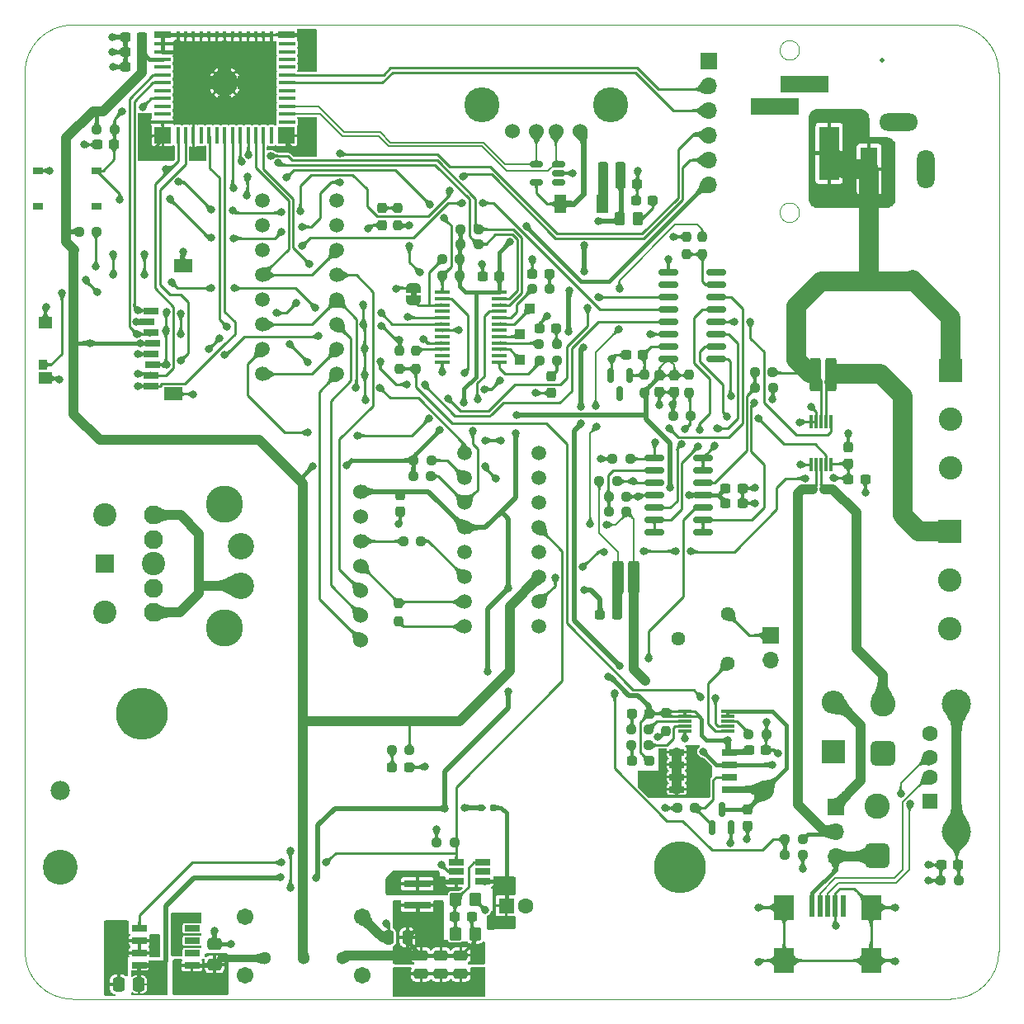
<source format=gbr>
%TF.GenerationSoftware,KiCad,Pcbnew,(6.0.5)*%
%TF.CreationDate,2022-06-30T10:31:37+03:00*%
%TF.ProjectId,test_project_01,74657374-5f70-4726-9f6a-6563745f3031,rev?*%
%TF.SameCoordinates,Original*%
%TF.FileFunction,Copper,L1,Top*%
%TF.FilePolarity,Positive*%
%FSLAX46Y46*%
G04 Gerber Fmt 4.6, Leading zero omitted, Abs format (unit mm)*
G04 Created by KiCad (PCBNEW (6.0.5)) date 2022-06-30 10:31:37*
%MOMM*%
%LPD*%
G01*
G04 APERTURE LIST*
G04 Aperture macros list*
%AMRoundRect*
0 Rectangle with rounded corners*
0 $1 Rounding radius*
0 $2 $3 $4 $5 $6 $7 $8 $9 X,Y pos of 4 corners*
0 Add a 4 corners polygon primitive as box body*
4,1,4,$2,$3,$4,$5,$6,$7,$8,$9,$2,$3,0*
0 Add four circle primitives for the rounded corners*
1,1,$1+$1,$2,$3*
1,1,$1+$1,$4,$5*
1,1,$1+$1,$6,$7*
1,1,$1+$1,$8,$9*
0 Add four rect primitives between the rounded corners*
20,1,$1+$1,$2,$3,$4,$5,0*
20,1,$1+$1,$4,$5,$6,$7,0*
20,1,$1+$1,$6,$7,$8,$9,0*
20,1,$1+$1,$8,$9,$2,$3,0*%
%AMFreePoly0*
4,1,22,0.500000,-0.750000,0.000000,-0.750000,0.000000,-0.745033,-0.079941,-0.743568,-0.215256,-0.701293,-0.333266,-0.622738,-0.424486,-0.514219,-0.481581,-0.384460,-0.499164,-0.250000,-0.500000,-0.250000,-0.500000,0.250000,-0.499164,0.250000,-0.499963,0.256109,-0.478152,0.396186,-0.417904,0.524511,-0.324060,0.630769,-0.204165,0.706417,-0.067858,0.745374,0.000000,0.744959,0.000000,0.750000,
0.500000,0.750000,0.500000,-0.750000,0.500000,-0.750000,$1*%
%AMFreePoly1*
4,1,20,0.000000,0.744959,0.073905,0.744508,0.209726,0.703889,0.328688,0.626782,0.421226,0.519385,0.479903,0.390333,0.500000,0.250000,0.500000,-0.250000,0.499851,-0.262216,0.476331,-0.402017,0.414519,-0.529596,0.319384,-0.634700,0.198574,-0.708877,0.061801,-0.746166,0.000000,-0.745033,0.000000,-0.750000,-0.500000,-0.750000,-0.500000,0.750000,0.000000,0.750000,0.000000,0.744959,
0.000000,0.744959,$1*%
%AMFreePoly2*
4,1,6,0.725000,-0.725000,-0.725000,-0.725000,-0.725000,0.125000,-0.125000,0.725000,0.725000,0.725000,0.725000,-0.725000,0.725000,-0.725000,$1*%
G04 Aperture macros list end*
%TA.AperFunction,Profile*%
%ADD10C,0.100000*%
%TD*%
%TA.AperFunction,Profile*%
%ADD11C,0.120000*%
%TD*%
%TA.AperFunction,SMDPad,CuDef*%
%ADD12RoundRect,0.237500X-0.237500X0.300000X-0.237500X-0.300000X0.237500X-0.300000X0.237500X0.300000X0*%
%TD*%
%TA.AperFunction,ComponentPad*%
%ADD13R,2.000000X5.500000*%
%TD*%
%TA.AperFunction,ComponentPad*%
%ADD14R,5.000000X1.800000*%
%TD*%
%TA.AperFunction,SMDPad,CuDef*%
%ADD15RoundRect,0.150000X0.150000X-0.587500X0.150000X0.587500X-0.150000X0.587500X-0.150000X-0.587500X0*%
%TD*%
%TA.AperFunction,SMDPad,CuDef*%
%ADD16RoundRect,0.237500X-0.300000X-0.237500X0.300000X-0.237500X0.300000X0.237500X-0.300000X0.237500X0*%
%TD*%
%TA.AperFunction,SMDPad,CuDef*%
%ADD17R,2.700000X0.800000*%
%TD*%
%TA.AperFunction,SMDPad,CuDef*%
%ADD18RoundRect,0.237500X0.300000X0.237500X-0.300000X0.237500X-0.300000X-0.237500X0.300000X-0.237500X0*%
%TD*%
%TA.AperFunction,SMDPad,CuDef*%
%ADD19RoundRect,0.237500X-0.250000X-0.237500X0.250000X-0.237500X0.250000X0.237500X-0.250000X0.237500X0*%
%TD*%
%TA.AperFunction,SMDPad,CuDef*%
%ADD20RoundRect,0.237500X0.237500X-0.300000X0.237500X0.300000X-0.237500X0.300000X-0.237500X-0.300000X0*%
%TD*%
%TA.AperFunction,SMDPad,CuDef*%
%ADD21RoundRect,0.250000X0.250000X0.475000X-0.250000X0.475000X-0.250000X-0.475000X0.250000X-0.475000X0*%
%TD*%
%TA.AperFunction,SMDPad,CuDef*%
%ADD22RoundRect,0.237500X-0.287500X-0.237500X0.287500X-0.237500X0.287500X0.237500X-0.287500X0.237500X0*%
%TD*%
%TA.AperFunction,ComponentPad*%
%ADD23C,1.440000*%
%TD*%
%TA.AperFunction,SMDPad,CuDef*%
%ADD24RoundRect,0.237500X0.250000X0.237500X-0.250000X0.237500X-0.250000X-0.237500X0.250000X-0.237500X0*%
%TD*%
%TA.AperFunction,SMDPad,CuDef*%
%ADD25RoundRect,0.250000X-0.350000X-0.450000X0.350000X-0.450000X0.350000X0.450000X-0.350000X0.450000X0*%
%TD*%
%TA.AperFunction,ComponentPad*%
%ADD26R,1.700000X1.700000*%
%TD*%
%TA.AperFunction,ComponentPad*%
%ADD27O,1.700000X1.700000*%
%TD*%
%TA.AperFunction,SMDPad,CuDef*%
%ADD28RoundRect,0.250000X0.475000X-0.337500X0.475000X0.337500X-0.475000X0.337500X-0.475000X-0.337500X0*%
%TD*%
%TA.AperFunction,SMDPad,CuDef*%
%ADD29RoundRect,0.150000X0.825000X0.150000X-0.825000X0.150000X-0.825000X-0.150000X0.825000X-0.150000X0*%
%TD*%
%TA.AperFunction,SMDPad,CuDef*%
%ADD30RoundRect,0.160000X-0.197500X-0.160000X0.197500X-0.160000X0.197500X0.160000X-0.197500X0.160000X0*%
%TD*%
%TA.AperFunction,SMDPad,CuDef*%
%ADD31RoundRect,0.250000X-0.475000X0.250000X-0.475000X-0.250000X0.475000X-0.250000X0.475000X0.250000X0*%
%TD*%
%TA.AperFunction,SMDPad,CuDef*%
%ADD32RoundRect,0.237500X-0.237500X0.250000X-0.237500X-0.250000X0.237500X-0.250000X0.237500X0.250000X0*%
%TD*%
%TA.AperFunction,SMDPad,CuDef*%
%ADD33RoundRect,0.250000X0.262500X0.450000X-0.262500X0.450000X-0.262500X-0.450000X0.262500X-0.450000X0*%
%TD*%
%TA.AperFunction,ComponentPad*%
%ADD34C,1.300000*%
%TD*%
%TA.AperFunction,ComponentPad*%
%ADD35C,1.710000*%
%TD*%
%TA.AperFunction,SMDPad,CuDef*%
%ADD36RoundRect,0.237500X0.237500X-0.250000X0.237500X0.250000X-0.237500X0.250000X-0.237500X-0.250000X0*%
%TD*%
%TA.AperFunction,SMDPad,CuDef*%
%ADD37C,0.500000*%
%TD*%
%TA.AperFunction,WasherPad*%
%ADD38C,3.810000*%
%TD*%
%TA.AperFunction,ComponentPad*%
%ADD39C,2.700000*%
%TD*%
%TA.AperFunction,ComponentPad*%
%ADD40C,1.524000*%
%TD*%
%TA.AperFunction,SMDPad,CuDef*%
%ADD41RoundRect,0.237500X0.237500X-0.287500X0.237500X0.287500X-0.237500X0.287500X-0.237500X-0.287500X0*%
%TD*%
%TA.AperFunction,SMDPad,CuDef*%
%ADD42RoundRect,0.160000X0.197500X0.160000X-0.197500X0.160000X-0.197500X-0.160000X0.197500X-0.160000X0*%
%TD*%
%TA.AperFunction,SMDPad,CuDef*%
%ADD43RoundRect,0.237500X0.287500X0.237500X-0.287500X0.237500X-0.287500X-0.237500X0.287500X-0.237500X0*%
%TD*%
%TA.AperFunction,SMDPad,CuDef*%
%ADD44R,1.000000X0.700000*%
%TD*%
%TA.AperFunction,SMDPad,CuDef*%
%ADD45RoundRect,0.250000X0.350000X0.450000X-0.350000X0.450000X-0.350000X-0.450000X0.350000X-0.450000X0*%
%TD*%
%TA.AperFunction,SMDPad,CuDef*%
%ADD46R,1.000000X1.000000*%
%TD*%
%TA.AperFunction,ComponentPad*%
%ADD47R,1.500000X1.600000*%
%TD*%
%TA.AperFunction,ComponentPad*%
%ADD48C,1.600000*%
%TD*%
%TA.AperFunction,ComponentPad*%
%ADD49C,3.000000*%
%TD*%
%TA.AperFunction,ComponentPad*%
%ADD50RoundRect,0.650000X0.650000X-0.650000X0.650000X0.650000X-0.650000X0.650000X-0.650000X-0.650000X0*%
%TD*%
%TA.AperFunction,ComponentPad*%
%ADD51C,2.600000*%
%TD*%
%TA.AperFunction,SMDPad,CuDef*%
%ADD52R,1.400000X0.300000*%
%TD*%
%TA.AperFunction,ComponentPad*%
%ADD53R,2.413000X2.413000*%
%TD*%
%TA.AperFunction,ComponentPad*%
%ADD54C,2.413000*%
%TD*%
%TA.AperFunction,SMDPad,CuDef*%
%ADD55FreePoly0,90.000000*%
%TD*%
%TA.AperFunction,SMDPad,CuDef*%
%ADD56FreePoly1,90.000000*%
%TD*%
%TA.AperFunction,SMDPad,CuDef*%
%ADD57RoundRect,0.250000X-0.337500X-1.450000X0.337500X-1.450000X0.337500X1.450000X-0.337500X1.450000X0*%
%TD*%
%TA.AperFunction,SMDPad,CuDef*%
%ADD58R,1.800000X0.400000*%
%TD*%
%TA.AperFunction,SMDPad,CuDef*%
%ADD59R,0.400000X1.800000*%
%TD*%
%TA.AperFunction,SMDPad,CuDef*%
%ADD60R,1.450000X1.450000*%
%TD*%
%TA.AperFunction,SMDPad,CuDef*%
%ADD61R,0.400000X0.800000*%
%TD*%
%TA.AperFunction,SMDPad,CuDef*%
%ADD62R,1.700000X0.700000*%
%TD*%
%TA.AperFunction,ComponentPad*%
%ADD63C,2.800000*%
%TD*%
%TA.AperFunction,SMDPad,CuDef*%
%ADD64FreePoly2,0.000000*%
%TD*%
%TA.AperFunction,SMDPad,CuDef*%
%ADD65R,1.700000X1.700000*%
%TD*%
%TA.AperFunction,SMDPad,CuDef*%
%ADD66R,1.560000X0.650000*%
%TD*%
%TA.AperFunction,SMDPad,CuDef*%
%ADD67R,0.300000X1.400000*%
%TD*%
%TA.AperFunction,SMDPad,CuDef*%
%ADD68RoundRect,0.250000X0.337500X0.475000X-0.337500X0.475000X-0.337500X-0.475000X0.337500X-0.475000X0*%
%TD*%
%TA.AperFunction,SMDPad,CuDef*%
%ADD69R,1.500000X0.650000*%
%TD*%
%TA.AperFunction,ComponentPad*%
%ADD70C,1.500000*%
%TD*%
%TA.AperFunction,ComponentPad*%
%ADD71R,1.800000X4.400000*%
%TD*%
%TA.AperFunction,ComponentPad*%
%ADD72O,1.800000X4.000000*%
%TD*%
%TA.AperFunction,ComponentPad*%
%ADD73O,4.000000X1.800000*%
%TD*%
%TA.AperFunction,ComponentPad*%
%ADD74R,2.400000X2.400000*%
%TD*%
%TA.AperFunction,ComponentPad*%
%ADD75O,2.400000X2.400000*%
%TD*%
%TA.AperFunction,SMDPad,CuDef*%
%ADD76R,1.200000X1.850000*%
%TD*%
%TA.AperFunction,SMDPad,CuDef*%
%ADD77R,1.500000X0.450000*%
%TD*%
%TA.AperFunction,SMDPad,CuDef*%
%ADD78RoundRect,0.250000X0.337500X1.450000X-0.337500X1.450000X-0.337500X-1.450000X0.337500X-1.450000X0*%
%TD*%
%TA.AperFunction,SMDPad,CuDef*%
%ADD79R,0.500000X2.250000*%
%TD*%
%TA.AperFunction,SMDPad,CuDef*%
%ADD80R,2.000000X2.500000*%
%TD*%
%TA.AperFunction,ComponentPad*%
%ADD81R,1.600000X1.600000*%
%TD*%
%TA.AperFunction,ComponentPad*%
%ADD82C,1.530000*%
%TD*%
%TA.AperFunction,ComponentPad*%
%ADD83C,3.600000*%
%TD*%
%TA.AperFunction,SMDPad,CuDef*%
%ADD84R,1.400000X1.300000*%
%TD*%
%TA.AperFunction,SMDPad,CuDef*%
%ADD85R,0.950000X1.000000*%
%TD*%
%TA.AperFunction,SMDPad,CuDef*%
%ADD86R,1.900000X1.400000*%
%TD*%
%TA.AperFunction,SMDPad,CuDef*%
%ADD87R,1.500000X0.800000*%
%TD*%
%TA.AperFunction,SMDPad,CuDef*%
%ADD88RoundRect,0.150000X0.512500X0.150000X-0.512500X0.150000X-0.512500X-0.150000X0.512500X-0.150000X0*%
%TD*%
%TA.AperFunction,SMDPad,CuDef*%
%ADD89RoundRect,0.150000X-0.150000X0.587500X-0.150000X-0.587500X0.150000X-0.587500X0.150000X0.587500X0*%
%TD*%
%TA.AperFunction,ComponentPad*%
%ADD90R,1.950000X1.950000*%
%TD*%
%TA.AperFunction,ComponentPad*%
%ADD91C,1.950000*%
%TD*%
%TA.AperFunction,ComponentPad*%
%ADD92C,2.400000*%
%TD*%
%TA.AperFunction,ComponentPad*%
%ADD93C,1.980000*%
%TD*%
%TA.AperFunction,ComponentPad*%
%ADD94C,5.325000*%
%TD*%
%TA.AperFunction,ComponentPad*%
%ADD95C,3.585000*%
%TD*%
%TA.AperFunction,ViaPad*%
%ADD96C,0.800000*%
%TD*%
%TA.AperFunction,Conductor*%
%ADD97C,0.250000*%
%TD*%
%TA.AperFunction,Conductor*%
%ADD98C,0.400000*%
%TD*%
%TA.AperFunction,Conductor*%
%ADD99C,1.000000*%
%TD*%
%TA.AperFunction,Conductor*%
%ADD100C,0.500000*%
%TD*%
%TA.AperFunction,Conductor*%
%ADD101C,0.200000*%
%TD*%
%TA.AperFunction,Conductor*%
%ADD102C,0.600000*%
%TD*%
%TA.AperFunction,Conductor*%
%ADD103C,0.700000*%
%TD*%
%TA.AperFunction,Conductor*%
%ADD104C,2.000000*%
%TD*%
%TA.AperFunction,Conductor*%
%ADD105C,0.800000*%
%TD*%
G04 APERTURE END LIST*
D10*
X54944997Y-50017243D02*
X145105552Y-50016884D01*
X50038000Y-145054603D02*
X50016884Y-54944848D01*
X145034000Y-149961600D02*
X54894048Y-149982716D01*
X149961600Y-145105552D02*
X149961600Y-54944997D01*
X145034000Y-149961600D02*
G75*
G03*
X149961600Y-145105552I70785J4856299D01*
G01*
X50037998Y-145054603D02*
G75*
G03*
X54894048Y-149982716I4856297J-71293D01*
G01*
X54944997Y-50017243D02*
G75*
G03*
X50016884Y-54944848I-254J-4927859D01*
G01*
X149961599Y-54944997D02*
G75*
G03*
X145105552Y-50016884I-4856299J71291D01*
G01*
D11*
%TO.C,J4*%
X129501800Y-69291200D02*
G75*
G03*
X129501800Y-69291200I-1000000J0D01*
G01*
X129501800Y-52639200D02*
G75*
G03*
X129501800Y-52639200I-1000000J0D01*
G01*
%TO.C,JP1*%
G36*
X90190600Y-77882800D02*
G01*
X89590600Y-77882800D01*
X89590600Y-77382800D01*
X90190600Y-77382800D01*
X90190600Y-77882800D01*
G37*
%TD*%
D12*
%TO.P,C16,1*%
%TO.N,+BATT*%
X124180600Y-130531700D03*
%TO.P,C16,2*%
%TO.N,GND*%
X124180600Y-132256700D03*
%TD*%
D13*
%TO.P,J4,1*%
%TO.N,/POWER_MEASUREMENTS/source_vcc*%
X132549800Y-63195200D03*
D14*
%TO.P,J4,2*%
%TO.N,GND*%
X126961800Y-58369200D03*
%TO.P,J4,3*%
%TO.N,unconnected-(J4-Pad3)*%
X130009800Y-56083200D03*
%TD*%
D15*
%TO.P,U8,1,RESET*%
%TO.N,/Power-IN-OUT-BMS/low_batt_shutoff*%
X120563600Y-132407900D03*
%TO.P,U8,2,GND*%
%TO.N,GND*%
X122463600Y-132407900D03*
%TO.P,U8,3,Vcc*%
%TO.N,+BATT*%
X121513600Y-130532900D03*
%TD*%
D16*
%TO.P,C11,1*%
%TO.N,+VDC*%
X121922200Y-97561400D03*
%TO.P,C11,2*%
%TO.N,GND*%
X123647200Y-97561400D03*
%TD*%
D17*
%TO.P,L1,1*%
%TO.N,/Power-IN-OUT-BMS/buck/inductor_buck*%
X90297000Y-138153000D03*
%TO.P,L1,2*%
%TO.N,/Power-IN-OUT-BMS/buck_out*%
X90297000Y-140353000D03*
%TD*%
D18*
%TO.P,C5,1*%
%TO.N,+3V3*%
X62050000Y-52806600D03*
%TO.P,C5,2*%
%TO.N,GND*%
X60325000Y-52806600D03*
%TD*%
D19*
%TO.P,R27,1*%
%TO.N,Net-(R24-Pad2)*%
X110290600Y-94538800D03*
%TO.P,R27,2*%
%TO.N,ADC_CH5*%
X112115600Y-94538800D03*
%TD*%
D20*
%TO.P,C7,1*%
%TO.N,GND*%
X115138200Y-87679700D03*
%TO.P,C7,2*%
%TO.N,+VDC*%
X115138200Y-85954700D03*
%TD*%
D19*
%TO.P,R34,1*%
%TO.N,Net-(R33-Pad2)*%
X128017900Y-133604000D03*
%TO.P,R34,2*%
%TO.N,/POWER_MEASUREMENTS/mini_power_source*%
X129842900Y-133604000D03*
%TD*%
D21*
%TO.P,C22,1*%
%TO.N,/Power-IN-OUT-BMS/buck_out*%
X89276000Y-143637000D03*
%TO.P,C22,2*%
%TO.N,GND*%
X87376000Y-143637000D03*
%TD*%
D19*
%TO.P,R29,1*%
%TO.N,Net-(R28-Pad2)*%
X124893700Y-85623400D03*
%TO.P,R29,2*%
%TO.N,/POWER_MEASUREMENTS/source_vcc*%
X126718700Y-85623400D03*
%TD*%
D22*
%TO.P,D3,1,K*%
%TO.N,Net-(D3-Pad1)*%
X112307400Y-125552200D03*
%TO.P,D3,2,A*%
%TO.N,+5V*%
X114057400Y-125552200D03*
%TD*%
D23*
%TO.P,RV1,1,1*%
%TO.N,Net-(J13-Pad1)*%
X122162000Y-110439200D03*
%TO.P,RV1,2,2*%
%TO.N,GND*%
X117082000Y-112979200D03*
%TO.P,RV1,3,3*%
%TO.N,/Power-IN-OUT-BMS/Set_charge_current*%
X122162000Y-115519200D03*
%TD*%
D24*
%TO.P,R12,1*%
%TO.N,SDA*%
X96545400Y-72491600D03*
%TO.P,R12,2*%
%TO.N,+3V3*%
X94720400Y-72491600D03*
%TD*%
D25*
%TO.P,RR2,1*%
%TO.N,Net-(C20-Pad2)*%
X94199200Y-139776200D03*
%TO.P,RR2,2*%
%TO.N,GND*%
X96199200Y-139776200D03*
%TD*%
D12*
%TO.P,C6,1*%
%TO.N,+VDC*%
X116662200Y-85980100D03*
%TO.P,C6,2*%
%TO.N,GND*%
X116662200Y-87705100D03*
%TD*%
D24*
%TO.P,R25,1*%
%TO.N,Power_in+*%
X111758100Y-99974400D03*
%TO.P,R25,2*%
%TO.N,Net-(R25-Pad2)*%
X109933100Y-99974400D03*
%TD*%
D26*
%TO.P,JP2,1,A*%
%TO.N,+5V*%
X133197600Y-130240800D03*
D27*
%TO.P,JP2,2,C*%
%TO.N,/POWER_MEASUREMENTS/mini_power_source*%
X133197600Y-132780800D03*
%TO.P,JP2,3,B*%
%TO.N,/POWER_MEASUREMENTS/ext_5v*%
X133197600Y-135320800D03*
%TD*%
D28*
%TO.P,C18,1*%
%TO.N,/Power-IN-OUT-BMS/lin_reg*%
X69469000Y-146427100D03*
%TO.P,C18,2*%
%TO.N,GND*%
X69469000Y-144352100D03*
%TD*%
D29*
%TO.P,U3,1,CH0*%
%TO.N,ADC_CH0*%
X120991400Y-84302600D03*
%TO.P,U3,2,CH1*%
%TO.N,ADC_CH1*%
X120991400Y-83032600D03*
%TO.P,U3,3,CH2*%
%TO.N,ADC_CH2*%
X120991400Y-81762600D03*
%TO.P,U3,4,CH3*%
%TO.N,ADC_CH3*%
X120991400Y-80492600D03*
%TO.P,U3,5,CH4*%
%TO.N,ADC_CH4*%
X120991400Y-79222600D03*
%TO.P,U3,6,CH5*%
%TO.N,ADC_CH5*%
X120991400Y-77952600D03*
%TO.P,U3,7,CH6*%
%TO.N,ADC_CH6*%
X120991400Y-76682600D03*
%TO.P,U3,8,CH7*%
%TO.N,unconnected-(U3-Pad8)*%
X120991400Y-75412600D03*
%TO.P,U3,9,DGND*%
%TO.N,GND*%
X116041400Y-75412600D03*
%TO.P,U3,10,~{CS}/SHDN*%
%TO.N,/SPI1_SS1*%
X116041400Y-76682600D03*
%TO.P,U3,11,Din*%
%TO.N,/SPI1_MOSI*%
X116041400Y-77952600D03*
%TO.P,U3,12,Dout*%
%TO.N,/SPI1_MISO*%
X116041400Y-79222600D03*
%TO.P,U3,13,CLK*%
%TO.N,/SPI1_CLK*%
X116041400Y-80492600D03*
%TO.P,U3,14,AGND*%
%TO.N,GND*%
X116041400Y-81762600D03*
%TO.P,U3,15,Vref*%
%TO.N,/Vref*%
X116041400Y-83032600D03*
%TO.P,U3,16,Vdd*%
%TO.N,+VDC*%
X116041400Y-84302600D03*
%TD*%
D12*
%TO.P,C8,1*%
%TO.N,+VDC*%
X88544400Y-98222900D03*
%TO.P,C8,2*%
%TO.N,GND*%
X88544400Y-99947900D03*
%TD*%
D30*
%TO.P,FB2,1*%
%TO.N,+VDC*%
X96862300Y-130327400D03*
%TO.P,FB2,2*%
%TO.N,/Power-IN-OUT-BMS/buck/buck_input_filtered*%
X98057300Y-130327400D03*
%TD*%
D31*
%TO.P,C21,1*%
%TO.N,/Power-IN-OUT-BMS/buck_out*%
X90678000Y-145481000D03*
%TO.P,C21,2*%
%TO.N,GND*%
X90678000Y-147381000D03*
%TD*%
D18*
%TO.P,C3,1*%
%TO.N,/reset*%
X59180900Y-62306200D03*
%TO.P,C3,2*%
%TO.N,GND*%
X57455900Y-62306200D03*
%TD*%
D32*
%TO.P,R9,1*%
%TO.N,/gain*%
X88341200Y-109374300D03*
%TO.P,R9,2*%
%TO.N,Net-(R9-Pad2)*%
X88341200Y-111199300D03*
%TD*%
D31*
%TO.P,C24,1*%
%TO.N,/Power-IN-OUT-BMS/buck_out*%
X94742000Y-145481000D03*
%TO.P,C24,2*%
%TO.N,GND*%
X94742000Y-147381000D03*
%TD*%
D33*
%TO.P,R20,1*%
%TO.N,Net-(D1-Pad2)*%
X112875700Y-69926200D03*
%TO.P,R20,2*%
%TO.N,+5V*%
X111050700Y-69926200D03*
%TD*%
D34*
%TO.P,S3,1,PIN1*%
%TO.N,/Power-IN-OUT-BMS/buck_out*%
X82613000Y-145790500D03*
%TO.P,S3,2,COM*%
%TO.N,+3V3*%
X78613000Y-145790500D03*
%TO.P,S3,3,PIN2*%
%TO.N,/Power-IN-OUT-BMS/lin_reg*%
X74613000Y-145790500D03*
D35*
%TO.P,S3,MH1,MH1*%
%TO.N,GND*%
X84613000Y-141540500D03*
%TO.P,S3,MH2,MH2*%
X84613000Y-147540500D03*
%TO.P,S3,MH3,MH3*%
X72613000Y-147540500D03*
%TO.P,S3,MH4,MH4*%
X72613000Y-141540500D03*
%TD*%
D36*
%TO.P,R42,1*%
%TO.N,Net-(R42-Pad1)*%
X118186200Y-87755100D03*
%TO.P,R42,2*%
%TO.N,+VDC*%
X118186200Y-85930100D03*
%TD*%
D37*
%TO.P,FID1,*%
%TO.N,*%
X137998200Y-53670200D03*
%TD*%
D38*
%TO.P,U4,*%
%TO.N,*%
X70510400Y-99161600D03*
X70510400Y-111861600D03*
D39*
%TO.P,U4,1,speaker+*%
%TO.N,Net-(J1-Pad2)*%
X72161400Y-107543600D03*
%TO.P,U4,2,speaker-*%
%TO.N,GND*%
X72161400Y-103479600D03*
D40*
%TO.P,U4,3,VDD*%
%TO.N,+VDC*%
X84480400Y-97891600D03*
%TO.P,U4,4,VSS*%
%TO.N,GND*%
X84480400Y-100431600D03*
%TO.P,U4,5,LRC_(Left/Right_Clock*%
%TO.N,/LRC*%
X84480400Y-113131600D03*
%TO.P,U4,6,BCLK_(Bit_Clock)*%
%TO.N,/BCLK*%
X84480400Y-110591600D03*
%TO.P,U4,7,DIN_(Data_In)*%
%TO.N,/DATA_IN*%
X84480400Y-108051600D03*
%TO.P,U4,8,GAIN*%
%TO.N,/gain*%
X84480400Y-105511600D03*
%TO.P,U4,9,SD_/_MODE*%
%TO.N,/on{slash}off+mode*%
X84480400Y-102971600D03*
%TD*%
D19*
%TO.P,R36,1*%
%TO.N,Net-(D2-Pad1)*%
X112221000Y-122275600D03*
%TO.P,R36,2*%
%TO.N,Net-(IC3-Pad3)*%
X114046000Y-122275600D03*
%TD*%
D41*
%TO.P,D6,1,K*%
%TO.N,GND*%
X86639400Y-70558600D03*
%TO.P,D6,2,A*%
%TO.N,Net-(D6-Pad2)*%
X86639400Y-68808600D03*
%TD*%
D42*
%TO.P,R35,1*%
%TO.N,/POWER_MEASUREMENTS/mini_power_load*%
X132067900Y-97637600D03*
%TO.P,R35,2*%
%TO.N,/POWER_MEASUREMENTS/mini_power_source*%
X130872900Y-97637600D03*
%TD*%
D43*
%TO.P,D5,1,K*%
%TO.N,GND*%
X89456200Y-126161800D03*
%TO.P,D5,2,A*%
%TO.N,Net-(D5-Pad2)*%
X87706200Y-126161800D03*
%TD*%
D44*
%TO.P,SW1,1,A*%
%TO.N,GND*%
X51356000Y-64952000D03*
%TO.P,SW1,2,B*%
%TO.N,/reset*%
X57356000Y-64952000D03*
%TO.P,SW1,3*%
%TO.N,N/C*%
X51356000Y-68652000D03*
%TO.P,SW1,4*%
X57356000Y-68652000D03*
%TD*%
D36*
%TO.P,R40,1*%
%TO.N,GND*%
X115773200Y-122451500D03*
%TO.P,R40,2*%
%TO.N,+5V*%
X115773200Y-120626500D03*
%TD*%
D45*
%TO.P,RR1,1*%
%TO.N,/Power-IN-OUT-BMS/buck_out*%
X96199200Y-143281400D03*
%TO.P,RR1,2*%
%TO.N,Net-(C20-Pad2)*%
X94199200Y-143281400D03*
%TD*%
D19*
%TO.P,R8,1*%
%TO.N,/on{slash}off+mode*%
X88853000Y-102971600D03*
%TO.P,R8,2*%
%TO.N,Net-(R8-Pad2)*%
X90678000Y-102971600D03*
%TD*%
D18*
%TO.P,C1,1*%
%TO.N,+3V3*%
X62048900Y-54330600D03*
%TO.P,C1,2*%
%TO.N,GND*%
X60323900Y-54330600D03*
%TD*%
D36*
%TO.P,R18,1*%
%TO.N,TE*%
X90121600Y-85312400D03*
%TO.P,R18,2*%
%TO.N,Net-(IC1-Pad10)*%
X90121600Y-83487400D03*
%TD*%
D26*
%TO.P,J8,1,Pin_1*%
%TO.N,GND*%
X120167400Y-53721000D03*
D27*
%TO.P,J8,2,Pin_2*%
%TO.N,/TX*%
X120167400Y-56261000D03*
%TO.P,J8,3,Pin_3*%
%TO.N,/RX*%
X120167400Y-58801000D03*
%TO.P,J8,4,Pin_4*%
%TO.N,/reset*%
X120167400Y-61341000D03*
%TO.P,J8,5,Pin_5*%
%TO.N,/DATA0*%
X120167400Y-63881000D03*
%TO.P,J8,6,Pin_6*%
%TO.N,+3V3*%
X120167400Y-66421000D03*
%TD*%
D24*
%TO.P,R26,1*%
%TO.N,GND*%
X111758100Y-98399600D03*
%TO.P,R26,2*%
%TO.N,Net-(R25-Pad2)*%
X109933100Y-98399600D03*
%TD*%
D46*
%TO.P,TP1,1,1*%
%TO.N,Net-(IC1-Pad19)*%
X101803200Y-79146400D03*
%TD*%
D47*
%TO.P,J9,1,VBUS*%
%TO.N,/POWER_MEASUREMENTS/mini_power_load*%
X142925200Y-129712600D03*
D48*
%TO.P,J9,2,D-*%
%TO.N,/POWER_MEASUREMENTS/D2-*%
X142925200Y-127212600D03*
%TO.P,J9,3,D+*%
%TO.N,/POWER_MEASUREMENTS/D2+*%
X142925200Y-125212600D03*
%TO.P,J9,4,GND*%
%TO.N,GND*%
X142925200Y-122712600D03*
D49*
%TO.P,J9,5,Shield*%
%TO.N,Net-(C10-Pad1)*%
X145635200Y-132782600D03*
X145635200Y-119642600D03*
%TD*%
D50*
%TO.P,J11,1,Pin_1*%
%TO.N,/POWER_MEASUREMENTS/ext_5v*%
X137490200Y-135229600D03*
D51*
%TO.P,J11,2,Pin_2*%
%TO.N,GND*%
X137490200Y-130149600D03*
%TD*%
D19*
%TO.P,R43,1*%
%TO.N,GND*%
X116511700Y-90170000D03*
%TO.P,R43,2*%
%TO.N,Net-(R42-Pad1)*%
X118336700Y-90170000D03*
%TD*%
D22*
%TO.P,D1,1,K*%
%TO.N,GND*%
X112713800Y-68021200D03*
%TO.P,D1,2,A*%
%TO.N,Net-(D1-Pad2)*%
X114463800Y-68021200D03*
%TD*%
D29*
%TO.P,U6,1*%
%TO.N,ADC_CH0*%
X119569000Y-102108000D03*
%TO.P,U6,2,-*%
X119569000Y-100838000D03*
%TO.P,U6,3,+*%
%TO.N,Net-(R33-Pad2)*%
X119569000Y-99568000D03*
%TO.P,U6,4,V+*%
%TO.N,+VDC*%
X119569000Y-98298000D03*
%TO.P,U6,5,+*%
%TO.N,Net-(R28-Pad2)*%
X119569000Y-97028000D03*
%TO.P,U6,6,-*%
%TO.N,ADC_CH2*%
X119569000Y-95758000D03*
%TO.P,U6,7*%
X119569000Y-94488000D03*
%TO.P,U6,8*%
%TO.N,ADC_CH5*%
X114619000Y-94488000D03*
%TO.P,U6,9,-*%
%TO.N,Net-(R25-Pad2)*%
X114619000Y-95758000D03*
%TO.P,U6,10,+*%
%TO.N,Net-(R24-Pad2)*%
X114619000Y-97028000D03*
%TO.P,U6,11,V-*%
%TO.N,GND*%
X114619000Y-98298000D03*
%TO.P,U6,12,+*%
%TO.N,Net-(R42-Pad1)*%
X114619000Y-99568000D03*
%TO.P,U6,13,-*%
%TO.N,ADC_CH4*%
X114619000Y-100838000D03*
%TO.P,U6,14*%
X114619000Y-102108000D03*
%TD*%
D50*
%TO.P,J12,1,Pin_1*%
%TO.N,GND*%
X138023600Y-124764800D03*
D51*
%TO.P,J12,2,Pin_2*%
%TO.N,/POWER_MEASUREMENTS/mini_power_load*%
X138023600Y-119684800D03*
%TD*%
D52*
%TO.P,IC3,1,VDD_1*%
%TO.N,+5V*%
X117713400Y-120462800D03*
%TO.P,IC3,2,VDD_2*%
X117713400Y-120962800D03*
%TO.P,IC3,3,STAT1*%
%TO.N,Net-(IC3-Pad3)*%
X117713400Y-121462800D03*
%TO.P,IC3,4,STAT2*%
%TO.N,Net-(IC3-Pad4)*%
X117713400Y-121962800D03*
%TO.P,IC3,5,VSS*%
%TO.N,GND*%
X117713400Y-122462800D03*
%TO.P,IC3,6,PROG*%
%TO.N,/Power-IN-OUT-BMS/Set_charge_current*%
X122113400Y-122462800D03*
%TO.P,IC3,7,~{PG(}TE)*%
%TO.N,TE*%
X122113400Y-121962800D03*
%TO.P,IC3,8,THERM*%
%TO.N,Net-(IC3-Pad8)*%
X122113400Y-121462800D03*
%TO.P,IC3,9,VBAT_1*%
%TO.N,+BATT*%
X122113400Y-120962800D03*
%TO.P,IC3,10,VBAT_2*%
X122113400Y-120462800D03*
%TD*%
D53*
%TO.P,J7,1,Pin_1*%
%TO.N,/POWER_MEASUREMENTS/load_vcc*%
X144940020Y-101959410D03*
D54*
%TO.P,J7,2,Pin_2*%
%TO.N,GND*%
X144940020Y-106958130D03*
%TO.P,J7,3,Pin_3*%
%TO.N,unconnected-(J7-Pad3)*%
X144940020Y-111959390D03*
%TD*%
D16*
%TO.P,C15,1*%
%TO.N,+5V*%
X124334100Y-124460000D03*
%TO.P,C15,2*%
%TO.N,GND*%
X126059100Y-124460000D03*
%TD*%
D32*
%TO.P,R23,1*%
%TO.N,GND*%
X117881400Y-71731500D03*
%TO.P,R23,2*%
%TO.N,ADC_CH6*%
X117881400Y-73556500D03*
%TD*%
D18*
%TO.P,C12,1*%
%TO.N,GND*%
X123646100Y-99085400D03*
%TO.P,C12,2*%
%TO.N,+VDC*%
X121921100Y-99085400D03*
%TD*%
D55*
%TO.P,JP1,1,A*%
%TO.N,Net-(IC1-Pad3)*%
X89890600Y-78282800D03*
D56*
%TO.P,JP1,2,B*%
%TO.N,Net-(IC1-Pad9)*%
X89890600Y-76982800D03*
%TD*%
D16*
%TO.P,C9,1*%
%TO.N,+5V*%
X111126100Y-66319400D03*
%TO.P,C9,2*%
%TO.N,GND*%
X112851100Y-66319400D03*
%TD*%
D19*
%TO.P,R39,1*%
%TO.N,GND*%
X116968900Y-130378200D03*
%TO.P,R39,2*%
%TO.N,/Power-IN-OUT-BMS/low_batt_shutoff*%
X118793900Y-130378200D03*
%TD*%
D16*
%TO.P,C4,1*%
%TO.N,GND*%
X111710300Y-83896200D03*
%TO.P,C4,2*%
%TO.N,/Vref*%
X113435300Y-83896200D03*
%TD*%
D22*
%TO.P,D8,1,K*%
%TO.N,GND*%
X102807800Y-81127600D03*
%TO.P,D8,2,A*%
%TO.N,Net-(D8-Pad2)*%
X104557800Y-81127600D03*
%TD*%
D57*
%TO.P,R31,1*%
%TO.N,/POWER_MEASUREMENTS/source_vcc*%
X131090100Y-85877400D03*
%TO.P,R31,2*%
%TO.N,/POWER_MEASUREMENTS/load_vcc*%
X132765100Y-85877400D03*
%TD*%
D18*
%TO.P,C10,1*%
%TO.N,Net-(C10-Pad1)*%
X145791100Y-136220200D03*
%TO.P,C10,2*%
%TO.N,GND*%
X144066100Y-136220200D03*
%TD*%
D24*
%TO.P,R13,1*%
%TO.N,SCL*%
X96547300Y-70967600D03*
%TO.P,R13,2*%
%TO.N,+3V3*%
X94722300Y-70967600D03*
%TD*%
D16*
%TO.P,C23,1*%
%TO.N,GND*%
X96978300Y-75844400D03*
%TO.P,C23,2*%
%TO.N,+3V3*%
X98703300Y-75844400D03*
%TD*%
D22*
%TO.P,D2,1,K*%
%TO.N,Net-(D2-Pad1)*%
X112307400Y-120675400D03*
%TO.P,D2,2,A*%
%TO.N,+5V*%
X114057400Y-120675400D03*
%TD*%
D58*
%TO.P,U1,1,GND*%
%TO.N,GND*%
X64112600Y-51956200D03*
%TO.P,U1,2,GND*%
X64112600Y-52756200D03*
%TO.P,U1,3,3V3*%
%TO.N,+3V3*%
X64112600Y-53556200D03*
%TO.P,U1,4,NC*%
%TO.N,unconnected-(U1-Pad4)*%
X64112600Y-54356200D03*
%TO.P,U1,5,GPIO2/ADC1_CH2*%
%TO.N,/GPIO2*%
X64112600Y-55156200D03*
%TO.P,U1,6,GPIO3/ADC1_CH3*%
%TO.N,/DATA2*%
X64112600Y-55956200D03*
%TO.P,U1,7,NC*%
%TO.N,unconnected-(U1-Pad7)*%
X64112600Y-56756200D03*
%TO.P,U1,8,EN/CHIP_PU*%
%TO.N,/reset*%
X64112600Y-57556200D03*
%TO.P,U1,9,NC*%
%TO.N,unconnected-(U1-Pad9)*%
X64112600Y-58356200D03*
%TO.P,U1,10,NC*%
%TO.N,unconnected-(U1-Pad10)*%
X64112600Y-59156200D03*
%TO.P,U1,11,GND*%
%TO.N,GND*%
X64112600Y-59956200D03*
D59*
%TO.P,U1,12,GPIO0/ADC1_CH0/XTAL_32K_P*%
%TO.N,/DATA0*%
X65712600Y-61356200D03*
%TO.P,U1,13,GPIO1/ADC1_CH1/XTAL_32K_N*%
%TO.N,/GPIO1*%
X66512600Y-61356200D03*
%TO.P,U1,14,GND*%
%TO.N,GND*%
X67312600Y-61356200D03*
%TO.P,U1,15,NC*%
%TO.N,unconnected-(U1-Pad15)*%
X68112600Y-61356200D03*
%TO.P,U1,16,GPIO10*%
%TO.N,/GPIO10*%
X68912600Y-61356200D03*
%TO.P,U1,17,NC*%
%TO.N,unconnected-(U1-Pad17)*%
X69712600Y-61356200D03*
%TO.P,U1,18,GPIO4/ADC1_CH4*%
%TO.N,/DATA1*%
X70512600Y-61356200D03*
%TO.P,U1,19,GPIO5/ADC2_CH0*%
%TO.N,/GPIO5*%
X71312600Y-61356200D03*
%TO.P,U1,20,GPIO6*%
%TO.N,SDA*%
X72112600Y-61356200D03*
%TO.P,U1,21,GPIO7*%
%TO.N,SCL*%
X72912600Y-61356200D03*
%TO.P,U1,22,GPIO8*%
%TO.N,/GPIO8*%
X73712600Y-61356200D03*
%TO.P,U1,23,GPIO9*%
%TO.N,/GPIO9*%
X74512600Y-61356200D03*
%TO.P,U1,24,NC*%
%TO.N,unconnected-(U1-Pad24)*%
X75312600Y-61356200D03*
D58*
%TO.P,U1,25,NC*%
%TO.N,unconnected-(U1-Pad25)*%
X76912600Y-59956200D03*
%TO.P,U1,26,GPIO18/USB_D-*%
%TO.N,D-*%
X76912600Y-59156200D03*
%TO.P,U1,27,GPIO19/USB_D+*%
%TO.N,D+*%
X76912600Y-58356200D03*
%TO.P,U1,28,NC*%
%TO.N,unconnected-(U1-Pad28)*%
X76912600Y-57556200D03*
%TO.P,U1,29,NC*%
%TO.N,unconnected-(U1-Pad29)*%
X76912600Y-56756200D03*
%TO.P,U1,30,GPIO20/U0RXD*%
%TO.N,/RX*%
X76912600Y-55956200D03*
%TO.P,U1,31,GPIO21/U0TXD*%
%TO.N,/TX*%
X76912600Y-55156200D03*
%TO.P,U1,32,NC*%
%TO.N,unconnected-(U1-Pad32)*%
X76912600Y-54356200D03*
%TO.P,U1,33,NC*%
%TO.N,unconnected-(U1-Pad33)*%
X76912600Y-53556200D03*
%TO.P,U1,34,NC*%
%TO.N,unconnected-(U1-Pad34)*%
X76912600Y-52756200D03*
%TO.P,U1,35,NC*%
%TO.N,unconnected-(U1-Pad35)*%
X76912600Y-51956200D03*
D60*
%TO.P,U1,36,GND*%
%TO.N,GND*%
X70512600Y-53981200D03*
D61*
X65712600Y-51056200D03*
X72912600Y-51056200D03*
X66512600Y-51056200D03*
X70512600Y-51056200D03*
X72112600Y-51056200D03*
D60*
X72487600Y-53981200D03*
D61*
X69712600Y-51056200D03*
X68912600Y-51056200D03*
D60*
X70512600Y-57931200D03*
X68537600Y-57931200D03*
D62*
X76862600Y-51006200D03*
D63*
X70512600Y-55956200D03*
D61*
X74512600Y-51056200D03*
X67312600Y-51056200D03*
D60*
X72487600Y-57931200D03*
X72487600Y-55956200D03*
D64*
X68537600Y-53981200D03*
D62*
X64162600Y-51006200D03*
D60*
X68537600Y-55956200D03*
D61*
X75312600Y-51056200D03*
X71312600Y-51056200D03*
X68112600Y-51056200D03*
D65*
X76862600Y-61356200D03*
D61*
X73712600Y-51056200D03*
D65*
X64162600Y-61356200D03*
%TD*%
D66*
%TO.P,U10,1,EN*%
%TO.N,3v3_enable*%
X94281000Y-135956000D03*
%TO.P,U10,2,GND*%
%TO.N,GND*%
X94281000Y-136906000D03*
%TO.P,U10,3,LX*%
%TO.N,/Power-IN-OUT-BMS/buck/inductor_buck*%
X94281000Y-137856000D03*
%TO.P,U10,4,IN*%
%TO.N,/Power-IN-OUT-BMS/buck/buck_input_filtered*%
X96981000Y-137856000D03*
%TO.P,U10,5,NC*%
%TO.N,unconnected-(U10-Pad5)*%
X96981000Y-136906000D03*
%TO.P,U10,6,FB*%
%TO.N,Net-(C20-Pad2)*%
X96981000Y-135956000D03*
%TD*%
D22*
%TO.P,D7,1,K*%
%TO.N,GND*%
X102096600Y-75590400D03*
%TO.P,D7,2,A*%
%TO.N,Net-(D7-Pad2)*%
X103846600Y-75590400D03*
%TD*%
D32*
%TO.P,R19,1*%
%TO.N,GND*%
X88468200Y-83468200D03*
%TO.P,R19,2*%
%TO.N,TE*%
X88468200Y-85293200D03*
%TD*%
D24*
%TO.P,R3,1*%
%TO.N,3v3_enable*%
X94077800Y-133908800D03*
%TO.P,R3,2*%
%TO.N,GND*%
X92252800Y-133908800D03*
%TD*%
D19*
%TO.P,R2,1*%
%TO.N,+3V3*%
X57380500Y-60731400D03*
%TO.P,R2,2*%
%TO.N,/reset*%
X59205500Y-60731400D03*
%TD*%
D36*
%TO.P,R1,1*%
%TO.N,+VDC*%
X113588800Y-87729700D03*
%TO.P,R1,2*%
%TO.N,/Vref*%
X113588800Y-85904700D03*
%TD*%
D46*
%TO.P,TP2,1,1*%
%TO.N,Net-(IC1-Pad17)*%
X100838000Y-81788000D03*
%TD*%
D67*
%TO.P,IC2,1,OUT1*%
%TO.N,ADC_CH3*%
X132698300Y-90763300D03*
%TO.P,IC2,2,IN-1*%
%TO.N,/POWER_MEASUREMENTS/load_vcc*%
X132198300Y-90763300D03*
%TO.P,IC2,3,IN+1*%
%TO.N,/POWER_MEASUREMENTS/source_vcc*%
X131698300Y-90763300D03*
%TO.P,IC2,4,GND*%
%TO.N,GND*%
X131198300Y-90763300D03*
%TO.P,IC2,5,REF1*%
X130698300Y-90763300D03*
%TO.P,IC2,6,REF2*%
X130698300Y-95163300D03*
%TO.P,IC2,7,IN+2*%
%TO.N,/POWER_MEASUREMENTS/mini_power_source*%
X131198300Y-95163300D03*
%TO.P,IC2,8,IN-2*%
%TO.N,/POWER_MEASUREMENTS/mini_power_load*%
X131698300Y-95163300D03*
%TO.P,IC2,9,OUT2*%
%TO.N,ADC_CH1*%
X132198300Y-95163300D03*
%TO.P,IC2,10,VS*%
%TO.N,+3V3*%
X132698300Y-95163300D03*
%TD*%
D22*
%TO.P,F1,1*%
%TO.N,Net-(F1-Pad1)*%
X109361000Y-64566800D03*
%TO.P,F1,2*%
%TO.N,+5V*%
X111111000Y-64566800D03*
%TD*%
D24*
%TO.P,R46,1*%
%TO.N,Net-(D8-Pad2)*%
X104595300Y-82753200D03*
%TO.P,R46,2*%
%TO.N,Net-(IC1-Pad16)*%
X102770300Y-82753200D03*
%TD*%
D19*
%TO.P,R32,1*%
%TO.N,GND*%
X143992600Y-137820400D03*
%TO.P,R32,2*%
%TO.N,Net-(C10-Pad1)*%
X145817600Y-137820400D03*
%TD*%
D24*
%TO.P,R6,1*%
%TO.N,/A1*%
X91741000Y-94691200D03*
%TO.P,R6,2*%
%TO.N,+3V3*%
X89916000Y-94691200D03*
%TD*%
D68*
%TO.P,C17,1*%
%TO.N,+VDC*%
X61718100Y-148463000D03*
%TO.P,C17,2*%
%TO.N,GND*%
X59643100Y-148463000D03*
%TD*%
D69*
%TO.P,IC4,1,VOUT*%
%TO.N,/Power-IN-OUT-BMS/lin_reg*%
X67165200Y-146507200D03*
%TO.P,IC4,2,NC_1*%
%TO.N,unconnected-(IC4-Pad2)*%
X67165200Y-145237200D03*
%TO.P,IC4,3,NC_2*%
%TO.N,unconnected-(IC4-Pad3)*%
X67165200Y-143967200D03*
%TO.P,IC4,4,NC_3*%
%TO.N,unconnected-(IC4-Pad4)*%
X67165200Y-142697200D03*
%TO.P,IC4,5,EN*%
%TO.N,3v3_enable*%
X61765200Y-142697200D03*
%TO.P,IC4,6,GND_1*%
%TO.N,GND*%
X61765200Y-143967200D03*
%TO.P,IC4,7,GND_2*%
X61765200Y-145237200D03*
%TO.P,IC4,8,VIN*%
%TO.N,+VDC*%
X61765200Y-146507200D03*
%TD*%
D53*
%TO.P,J6,1,Pin_1*%
%TO.N,/POWER_MEASUREMENTS/source_vcc*%
X145008600Y-85496400D03*
D54*
%TO.P,J6,2,Pin_2*%
%TO.N,GND*%
X145008600Y-90495120D03*
%TO.P,J6,3,Pin_3*%
%TO.N,unconnected-(J6-Pad3)*%
X145008600Y-95496380D03*
%TD*%
D70*
%TO.P,S2,1,COM_1*%
%TO.N,/GPIO9*%
X95148400Y-93980000D03*
%TO.P,S2,2,NO_1*%
%TO.N,GND*%
X102768400Y-93980000D03*
%TO.P,S2,3,COM_2*%
%TO.N,/A1*%
X95148400Y-96520000D03*
%TO.P,S2,4,NO_2*%
%TO.N,GND*%
X102768400Y-96520000D03*
%TO.P,S2,5,COM_3*%
%TO.N,/A0*%
X95148400Y-99060000D03*
%TO.P,S2,6,NO_3*%
%TO.N,GND*%
X102768400Y-99060000D03*
%TO.P,S2,7,COM_4*%
%TO.N,+VDC*%
X95148400Y-101600000D03*
%TO.P,S2,8,NO_4*%
%TO.N,3v3_enable*%
X102768400Y-101600000D03*
%TO.P,S2,9,COM_5*%
%TO.N,unconnected-(S2-Pad9)*%
X95148400Y-104140000D03*
%TO.P,S2,10,NO_5*%
%TO.N,unconnected-(S2-Pad10)*%
X102768400Y-104140000D03*
%TO.P,S2,11,COM_6*%
%TO.N,Net-(R8-Pad2)*%
X95148400Y-106680000D03*
%TO.P,S2,12,NO_6*%
%TO.N,+3V3*%
X102768400Y-106680000D03*
%TO.P,S2,13,COM_7*%
%TO.N,/gain*%
X95148400Y-109220000D03*
%TO.P,S2,14,NO_7*%
%TO.N,GND*%
X102768400Y-109220000D03*
%TO.P,S2,15,COM_8*%
%TO.N,Net-(R9-Pad2)*%
X95148400Y-111760000D03*
%TO.P,S2,16,NO_8*%
%TO.N,GND*%
X102768400Y-111760000D03*
%TD*%
D71*
%TO.P,J5,1*%
%TO.N,/POWER_MEASUREMENTS/source_vcc*%
X136626600Y-64811200D03*
D72*
%TO.P,J5,2*%
%TO.N,GND*%
X142426600Y-64811200D03*
D73*
%TO.P,J5,3*%
%TO.N,unconnected-(J5-Pad3)*%
X139626600Y-60011200D03*
%TD*%
D24*
%TO.P,R28,1*%
%TO.N,GND*%
X126769500Y-87223600D03*
%TO.P,R28,2*%
%TO.N,Net-(R28-Pad2)*%
X124944500Y-87223600D03*
%TD*%
D32*
%TO.P,R45,1*%
%TO.N,Net-(D6-Pad2)*%
X88290400Y-68794600D03*
%TO.P,R45,2*%
%TO.N,/P3*%
X88290400Y-70619600D03*
%TD*%
D18*
%TO.P,C20,1*%
%TO.N,/Power-IN-OUT-BMS/buck_out*%
X95858500Y-141528800D03*
%TO.P,C20,2*%
%TO.N,Net-(C20-Pad2)*%
X94133500Y-141528800D03*
%TD*%
D19*
%TO.P,R44,1*%
%TO.N,Net-(D5-Pad2)*%
X87671000Y-124434600D03*
%TO.P,R44,2*%
%TO.N,+3V3*%
X89496000Y-124434600D03*
%TD*%
%TO.P,R16,1*%
%TO.N,Net-(IC1-Pad3)*%
X92838900Y-74066400D03*
%TO.P,R16,2*%
%TO.N,+3V3*%
X94663900Y-74066400D03*
%TD*%
%TO.P,R24,1*%
%TO.N,Power_in-*%
X108966000Y-96824800D03*
%TO.P,R24,2*%
%TO.N,Net-(R24-Pad2)*%
X110791000Y-96824800D03*
%TD*%
D41*
%TO.P,D9,1,K*%
%TO.N,GND*%
X104038400Y-87793800D03*
%TO.P,D9,2,A*%
%TO.N,Net-(D9-Pad2)*%
X104038400Y-86043800D03*
%TD*%
D24*
%TO.P,R38,1*%
%TO.N,GND*%
X126109100Y-122809000D03*
%TO.P,R38,2*%
%TO.N,Net-(IC3-Pad8)*%
X124284100Y-122809000D03*
%TD*%
D43*
%TO.P,F2,1*%
%TO.N,Power_in-*%
X110806200Y-110540800D03*
%TO.P,F2,2*%
%TO.N,+VDC*%
X109056200Y-110540800D03*
%TD*%
D19*
%TO.P,R37,1*%
%TO.N,Net-(D3-Pad1)*%
X112224900Y-123926600D03*
%TO.P,R37,2*%
%TO.N,Net-(IC3-Pad4)*%
X114049900Y-123926600D03*
%TD*%
D24*
%TO.P,R47,1*%
%TO.N,Net-(D9-Pad2)*%
X104646100Y-84429600D03*
%TO.P,R47,2*%
%TO.N,Net-(IC1-Pad13)*%
X102821100Y-84429600D03*
%TD*%
D74*
%TO.P,D4,1,K*%
%TO.N,Power_in+*%
X132994400Y-124612400D03*
D75*
%TO.P,D4,2,A*%
%TO.N,+5V*%
X132994400Y-119532400D03*
%TD*%
D16*
%TO.P,C14,1*%
%TO.N,+3V3*%
X134518800Y-96646300D03*
%TO.P,C14,2*%
%TO.N,GND*%
X136243800Y-96646300D03*
%TD*%
D18*
%TO.P,C2,1*%
%TO.N,+3V3*%
X62051100Y-51257200D03*
%TO.P,C2,2*%
%TO.N,GND*%
X60326100Y-51257200D03*
%TD*%
D76*
%TO.P,FB1,1,1*%
%TO.N,VBUS*%
X104961800Y-68376800D03*
%TO.P,FB1,2,2*%
%TO.N,Net-(F1-Pad1)*%
X109261800Y-68376800D03*
%TD*%
D77*
%TO.P,IC1,1,IRQ#*%
%TO.N,/GPIO5*%
X92808000Y-77451000D03*
%TO.P,IC1,2,A1*%
%TO.N,/A1*%
X92808000Y-78101000D03*
%TO.P,IC1,3,RESET#*%
%TO.N,Net-(IC1-Pad3)*%
X92808000Y-78751000D03*
%TO.P,IC1,4,P0*%
%TO.N,/SPI2_SS1*%
X92808000Y-79401000D03*
%TO.P,IC1,5,P1*%
%TO.N,/DATA3*%
X92808000Y-80051000D03*
%TO.P,IC1,6,P2*%
%TO.N,/SD_sense*%
X92808000Y-80701000D03*
%TO.P,IC1,7,P3*%
%TO.N,/P3*%
X92808000Y-81351000D03*
%TO.P,IC1,8,P4*%
%TO.N,unconnected-(IC1-Pad8)*%
X92808000Y-82001000D03*
%TO.P,IC1,9,P5*%
%TO.N,Net-(IC1-Pad9)*%
X92808000Y-82651000D03*
%TO.P,IC1,10,P6*%
%TO.N,Net-(IC1-Pad10)*%
X92808000Y-83301000D03*
%TO.P,IC1,11,P7*%
%TO.N,unconnected-(IC1-Pad11)*%
X92808000Y-83951000D03*
%TO.P,IC1,12,GND*%
%TO.N,GND*%
X92808000Y-84601000D03*
%TO.P,IC1,13,P8*%
%TO.N,Net-(IC1-Pad13)*%
X98708000Y-84601000D03*
%TO.P,IC1,14,P9*%
%TO.N,unconnected-(IC1-Pad14)*%
X98708000Y-83951000D03*
%TO.P,IC1,15,P10*%
%TO.N,Net-(IC1-Pad15)*%
X98708000Y-83301000D03*
%TO.P,IC1,16,P11*%
%TO.N,Net-(IC1-Pad16)*%
X98708000Y-82651000D03*
%TO.P,IC1,17,P12*%
%TO.N,Net-(IC1-Pad17)*%
X98708000Y-82001000D03*
%TO.P,IC1,18,P13*%
%TO.N,unconnected-(IC1-Pad18)*%
X98708000Y-81351000D03*
%TO.P,IC1,19,P14*%
%TO.N,Net-(IC1-Pad19)*%
X98708000Y-80701000D03*
%TO.P,IC1,20,P15*%
%TO.N,Net-(IC1-Pad20)*%
X98708000Y-80051000D03*
%TO.P,IC1,21,A0*%
%TO.N,/A0*%
X98708000Y-79401000D03*
%TO.P,IC1,22,SCL*%
%TO.N,SCL*%
X98708000Y-78751000D03*
%TO.P,IC1,23,SDA*%
%TO.N,SDA*%
X98708000Y-78101000D03*
%TO.P,IC1,24,VCC*%
%TO.N,+3V3*%
X98708000Y-77451000D03*
%TD*%
D24*
%TO.P,R4,1*%
%TO.N,/A0*%
X91692100Y-96316800D03*
%TO.P,R4,2*%
%TO.N,+3V3*%
X89867100Y-96316800D03*
%TD*%
D78*
%TO.P,R41,1*%
%TO.N,Power_in+*%
X112520600Y-106730800D03*
%TO.P,R41,2*%
%TO.N,Power_in-*%
X110845600Y-106730800D03*
%TD*%
D79*
%TO.P,J10,1,1*%
%TO.N,/POWER_MEASUREMENTS/ext_5v*%
X130784800Y-140448600D03*
%TO.P,J10,2,2*%
%TO.N,/POWER_MEASUREMENTS/D2-*%
X131584800Y-140448600D03*
%TO.P,J10,3,3*%
%TO.N,/POWER_MEASUREMENTS/D2+*%
X132384800Y-140448600D03*
%TO.P,J10,4,4*%
%TO.N,GND*%
X133184800Y-140448600D03*
%TO.P,J10,5,5*%
%TO.N,unconnected-(J10-Pad5)*%
X133984800Y-140448600D03*
D80*
%TO.P,J10,MP1,MP1*%
%TO.N,GND*%
X127934800Y-140573600D03*
%TO.P,J10,MP2,MP2*%
X136834800Y-140573600D03*
%TO.P,J10,MP3,MP3*%
X127934800Y-146023600D03*
%TO.P,J10,MP4,MP4*%
X136834800Y-146023600D03*
%TD*%
D26*
%TO.P,J13,1,Pin_1*%
%TO.N,Net-(J13-Pad1)*%
X126568200Y-112644000D03*
D27*
%TO.P,J13,2,Pin_2*%
%TO.N,GND*%
X126568200Y-115184000D03*
%TD*%
D19*
%TO.P,R17,1*%
%TO.N,/GPIO5*%
X92813500Y-75768200D03*
%TO.P,R17,2*%
%TO.N,+3V3*%
X94638500Y-75768200D03*
%TD*%
D81*
%TO.P,C19,1*%
%TO.N,/Power-IN-OUT-BMS/buck/buck_input_filtered*%
X99415600Y-140385800D03*
D48*
%TO.P,C19,2*%
%TO.N,GND*%
X101415600Y-140385800D03*
%TD*%
D36*
%TO.P,R22,1*%
%TO.N,ADC_CH6*%
X119553200Y-73565900D03*
%TO.P,R22,2*%
%TO.N,Power_in+*%
X119553200Y-71740900D03*
%TD*%
D24*
%TO.P,R30,1*%
%TO.N,Net-(D7-Pad2)*%
X103884100Y-77114400D03*
%TO.P,R30,2*%
%TO.N,Net-(IC1-Pad20)*%
X102059100Y-77114400D03*
%TD*%
D82*
%TO.P,J2,1,1*%
%TO.N,VBUS*%
X107010200Y-60934600D03*
%TO.P,J2,2,2*%
%TO.N,D-*%
X104510200Y-60934600D03*
%TO.P,J2,3,3*%
%TO.N,D+*%
X102510200Y-60934600D03*
%TO.P,J2,4,4*%
%TO.N,GND*%
X100010200Y-60934600D03*
D83*
%TO.P,J2,MH1,MH1*%
X110080200Y-58224600D03*
%TO.P,J2,MH2,MH2*%
X96940200Y-58224600D03*
%TD*%
D84*
%TO.P,J3,MP1,MP1*%
%TO.N,GND*%
X52110000Y-86280400D03*
D85*
%TO.P,J3,MP2,MP2*%
%TO.N,/SD_sense*%
X51884000Y-84890400D03*
D84*
%TO.P,J3,MP3,MP3*%
%TO.N,GND*%
X52110000Y-80580400D03*
D86*
%TO.P,J3,MP4,MP4*%
X65259000Y-87880400D03*
%TO.P,J3,MP5,MP5*%
X66259000Y-74730400D03*
D87*
%TO.P,J3,P1,DAT2*%
%TO.N,/DATA2*%
X62970000Y-79390400D03*
%TO.P,J3,P2,CD/DAT3*%
%TO.N,/DATA3*%
X62570000Y-80490400D03*
%TO.P,J3,P3,CMD*%
%TO.N,/GPIO2*%
X62970000Y-81590400D03*
%TO.P,J3,P4,VDD*%
%TO.N,+3V3*%
X63170000Y-82690400D03*
%TO.P,J3,P5,CLK*%
%TO.N,/GPIO1*%
X62970000Y-83790400D03*
%TO.P,J3,P6,VSS*%
%TO.N,GND*%
X63170000Y-84890400D03*
%TO.P,J3,P7,DAT0*%
%TO.N,/DATA0*%
X62970000Y-85990400D03*
%TO.P,J3,P8,DAT1*%
%TO.N,/DATA1*%
X62970000Y-87090400D03*
%TD*%
D31*
%TO.P,C25,1*%
%TO.N,/Power-IN-OUT-BMS/buck_out*%
X92705000Y-145481000D03*
%TO.P,C25,2*%
%TO.N,GND*%
X92705000Y-147381000D03*
%TD*%
D88*
%TO.P,U5,1,NC*%
%TO.N,unconnected-(U5-Pad1)*%
X104769500Y-66177200D03*
%TO.P,U5,2,VSS*%
%TO.N,GND*%
X104769500Y-65227200D03*
%TO.P,U5,3,CH1*%
%TO.N,D-*%
X104769500Y-64277200D03*
%TO.P,U5,4,CH2*%
%TO.N,D+*%
X102494500Y-64277200D03*
%TO.P,U5,5,VCC*%
%TO.N,VBUS*%
X102494500Y-66177200D03*
%TD*%
D24*
%TO.P,R33,1*%
%TO.N,GND*%
X129819400Y-135204200D03*
%TO.P,R33,2*%
%TO.N,Net-(R33-Pad2)*%
X127994400Y-135204200D03*
%TD*%
D46*
%TO.P,TP3,1,1*%
%TO.N,Net-(IC1-Pad15)*%
X100838000Y-84378800D03*
%TD*%
D89*
%TO.P,U2,1,K*%
%TO.N,/Vref*%
X112024200Y-85955900D03*
%TO.P,U2,2,A*%
%TO.N,GND*%
X110124200Y-85955900D03*
%TO.P,U2,3*%
%TO.N,N/C*%
X111074200Y-87830900D03*
%TD*%
D69*
%TO.P,Q1,1,S1*%
%TO.N,+BATT*%
X122308600Y-128447800D03*
%TO.P,Q1,2,G1*%
%TO.N,/Power-IN-OUT-BMS/low_batt_shutoff*%
X122308600Y-127177800D03*
%TO.P,Q1,3,S2*%
%TO.N,Power_in+*%
X122308600Y-125907800D03*
%TO.P,Q1,4,G2*%
%TO.N,+5V*%
X122308600Y-124637800D03*
%TO.P,Q1,5,D2_1*%
%TO.N,/Power-IN-OUT-BMS/Drains*%
X116908600Y-124637800D03*
%TO.P,Q1,6,D2_2*%
X116908600Y-125907800D03*
%TO.P,Q1,7,D1_1*%
X116908600Y-127177800D03*
%TO.P,Q1,8,D1_2*%
X116908600Y-128447800D03*
%TD*%
D20*
%TO.P,C13,1*%
%TO.N,+3V3*%
X134492300Y-95045000D03*
%TO.P,C13,2*%
%TO.N,GND*%
X134492300Y-93320000D03*
%TD*%
D70*
%TO.P,S1,1,COM_1*%
%TO.N,unconnected-(S1-Pad1)*%
X74422000Y-68072000D03*
%TO.P,S1,2,NO_1*%
%TO.N,unconnected-(S1-Pad2)*%
X82042000Y-68072000D03*
%TO.P,S1,3,COM_2*%
%TO.N,unconnected-(S1-Pad3)*%
X74422000Y-70612000D03*
%TO.P,S1,4,NO_2*%
%TO.N,unconnected-(S1-Pad4)*%
X82042000Y-70612000D03*
%TO.P,S1,5,COM_3*%
%TO.N,/SPI1_MISO*%
X74422000Y-73152000D03*
%TO.P,S1,6,NO_3*%
%TO.N,/GPIO8*%
X82042000Y-73152000D03*
%TO.P,S1,7,COM_4*%
X74422000Y-75692000D03*
%TO.P,S1,8,NO_4*%
%TO.N,/DATA_IN*%
X82042000Y-75692000D03*
%TO.P,S1,9,COM_5*%
%TO.N,/SPI1_CLK*%
X74422000Y-78232000D03*
%TO.P,S1,10,NO_5*%
%TO.N,/GPIO9*%
X82042000Y-78232000D03*
%TO.P,S1,11,COM_6*%
X74422000Y-80772000D03*
%TO.P,S1,12,NO_6*%
%TO.N,/BCLK*%
X82042000Y-80772000D03*
%TO.P,S1,13,COM_7*%
%TO.N,/SPI1_MOSI*%
X74422000Y-83312000D03*
%TO.P,S1,14,NO_7*%
%TO.N,/GPIO10*%
X82042000Y-83312000D03*
%TO.P,S1,15,COM_8*%
X74422000Y-85852000D03*
%TO.P,S1,16,NO_8*%
%TO.N,/LRC*%
X82042000Y-85852000D03*
%TD*%
D90*
%TO.P,J1,1,1*%
%TO.N,GND*%
X58200200Y-105308400D03*
D91*
%TO.P,J1,2,2*%
%TO.N,Net-(J1-Pad2)*%
X63200200Y-100308400D03*
%TO.P,J1,3,3*%
%TO.N,unconnected-(J1-Pad3)*%
X63200200Y-102808400D03*
%TO.P,J1,4,4*%
%TO.N,unconnected-(J1-Pad4)*%
X63200200Y-107808400D03*
%TO.P,J1,5,5*%
%TO.N,Net-(J1-Pad2)*%
X63200200Y-110308400D03*
D92*
%TO.P,J1,MH1,MH1*%
%TO.N,GND*%
X58200200Y-100308400D03*
%TO.P,J1,MH2,MH2*%
X58200200Y-110308400D03*
%TO.P,J1,MH3,MH3*%
X63200200Y-105308400D03*
%TD*%
D24*
%TO.P,R21,1*%
%TO.N,/SD_sense*%
X57376700Y-71221600D03*
%TO.P,R21,2*%
%TO.N,+3V3*%
X55551700Y-71221600D03*
%TD*%
D93*
%TO.P,U7,1,+*%
%TO.N,+BATT*%
X125857000Y-128574800D03*
%TO.P,U7,2,-*%
%TO.N,GND*%
X53657000Y-128574800D03*
D94*
%TO.P,U7,MH1,MH1*%
%TO.N,unconnected-(U7-PadMH1)*%
X117217000Y-136444800D03*
D95*
%TO.P,U7,MH2,MH2*%
%TO.N,unconnected-(U7-PadMH2)*%
X53657000Y-136444800D03*
D94*
%TO.P,U7,MH3,MH3*%
%TO.N,unconnected-(U7-PadMH3)*%
X62017000Y-120704800D03*
%TD*%
D96*
%TO.N,GND*%
X98780600Y-86461600D03*
X68097400Y-59715400D03*
X56235600Y-76200000D03*
X67030600Y-54279800D03*
X57454800Y-77470000D03*
X59004200Y-52806600D03*
X84937600Y-88544400D03*
X72847200Y-65608200D03*
X73964800Y-55803800D03*
X64528100Y-84907901D03*
X62204600Y-60883800D03*
X70586600Y-59690000D03*
X66014600Y-81737200D03*
X91033600Y-126136400D03*
X75844400Y-79578200D03*
X66751200Y-55245000D03*
X72085200Y-52654200D03*
X77266800Y-138531600D03*
X88773000Y-147193000D03*
X59766200Y-143281400D03*
X72771000Y-67487800D03*
X64516000Y-81381600D03*
X77724000Y-62890400D03*
X59105800Y-75615800D03*
X73380600Y-59207400D03*
X75311000Y-52095400D03*
X59105800Y-73533000D03*
X56083200Y-62306200D03*
X84759800Y-80746600D03*
X125272800Y-146151600D03*
X102108000Y-74066400D03*
X116078000Y-74041000D03*
X122402600Y-133985000D03*
X130708400Y-89230200D03*
X89408000Y-149098000D03*
X67310000Y-62915800D03*
X67310000Y-87934800D03*
X110236000Y-84251800D03*
X126746000Y-88417400D03*
X136271000Y-98044000D03*
X112877600Y-64998600D03*
X90551000Y-148717000D03*
X116509800Y-88976200D03*
X78587600Y-61772800D03*
X64528111Y-79502000D03*
X139293600Y-146100800D03*
X125298200Y-140563600D03*
X98856800Y-92633800D03*
X86090250Y-143017750D03*
X93726000Y-149225000D03*
X96393000Y-147320000D03*
X88646000Y-148336000D03*
X69215000Y-59207400D03*
X67284600Y-53035200D03*
X65735200Y-58547000D03*
X77241400Y-134772400D03*
X102412800Y-87782400D03*
X115697000Y-130378200D03*
X139344400Y-140563600D03*
X75158600Y-56870600D03*
X133197600Y-142468600D03*
X65684400Y-56845200D03*
X84861400Y-85928200D03*
X78511400Y-51079400D03*
X66827400Y-56515000D03*
X64566800Y-62992000D03*
X66471800Y-59563000D03*
X84759800Y-78689200D03*
X97256600Y-95300800D03*
X106248200Y-65227200D03*
X116560600Y-71780400D03*
X59004200Y-51257200D03*
X129590800Y-95148400D03*
X58775600Y-142494000D03*
X62280800Y-75641200D03*
X62280800Y-73558400D03*
X68910200Y-52628800D03*
X117729000Y-123240800D03*
X88468200Y-82321400D03*
X73710800Y-52044600D03*
X59766200Y-145872200D03*
X98348800Y-96596200D03*
X62255400Y-59740800D03*
X58826400Y-146786600D03*
X65659000Y-54457600D03*
X114198400Y-81762600D03*
X78536800Y-60731400D03*
X112953800Y-98399600D03*
X66294000Y-73304400D03*
X87122000Y-142240000D03*
X84861400Y-83210400D03*
X67310000Y-52019200D03*
X92760800Y-136194800D03*
X88392000Y-101244400D03*
X134493000Y-91922600D03*
X67005200Y-57937400D03*
X69443600Y-142976600D03*
X92710000Y-148717000D03*
X65709800Y-51866800D03*
X53568600Y-86385400D03*
X124917200Y-97536000D03*
X77876400Y-78536800D03*
X129819400Y-136575800D03*
X95504000Y-149225000D03*
X74041000Y-57886600D03*
X79451200Y-52501800D03*
X142748000Y-136169400D03*
X127318100Y-124790200D03*
X62966600Y-62941200D03*
X97205800Y-87401400D03*
X71983600Y-59537600D03*
X52171600Y-78968600D03*
X91567000Y-149352000D03*
X96774000Y-149225000D03*
X92811600Y-85623400D03*
X66040000Y-79603600D03*
X124942600Y-99085400D03*
X142697200Y-137820400D03*
X96951800Y-74523600D03*
X70510400Y-51968400D03*
X73939400Y-53949600D03*
X124104400Y-133604000D03*
X62280800Y-62153800D03*
X75209400Y-58470800D03*
X115112800Y-89027000D03*
X103581200Y-79908400D03*
X68884800Y-83312000D03*
X74828400Y-53111400D03*
X104431500Y-106730800D03*
X97256600Y-92659200D03*
X129540000Y-90779600D03*
X78587600Y-53898800D03*
X94742000Y-148717000D03*
X71196200Y-144348200D03*
X114904162Y-123109931D03*
X66040000Y-53187600D03*
X59029600Y-54356000D03*
X74599800Y-59664600D03*
X69951600Y-82143600D03*
X86563200Y-80873600D03*
X59766200Y-144500600D03*
X85267800Y-70891400D03*
X126136400Y-121513600D03*
X52552600Y-64973200D03*
X92252800Y-132588000D03*
X97256600Y-140843000D03*
X75209400Y-55143400D03*
%TO.N,+VDC*%
X116224780Y-97485200D03*
X76276200Y-137490200D03*
X99618800Y-107797600D03*
X118123300Y-98247200D03*
X79933800Y-137566400D03*
X95173800Y-130327400D03*
X97485200Y-116382800D03*
X99593400Y-118389400D03*
X100431600Y-90068400D03*
X93091000Y-130403600D03*
X107391200Y-107975400D03*
X100406200Y-91871800D03*
%TO.N,ADC_CH3*%
X124460000Y-80467200D03*
X122809000Y-80492600D03*
%TO.N,+3V3*%
X92583000Y-91541600D03*
X116775900Y-104013000D03*
X79514100Y-95300800D03*
X132969000Y-96520000D03*
X107238800Y-105664000D03*
X95072200Y-88773000D03*
X99766182Y-72293418D03*
X56692800Y-82651600D03*
X130073400Y-96538100D03*
X109474000Y-104063800D03*
X113512600Y-104013000D03*
X61886965Y-82691825D03*
X83020500Y-95199200D03*
X118313200Y-104013000D03*
X101477299Y-70683901D03*
%TO.N,Net-(IC1-Pad9)*%
X90932000Y-82219800D03*
X88087200Y-77114400D03*
%TO.N,+5V*%
X105816400Y-81534000D03*
X108889800Y-70154800D03*
X111074200Y-115798600D03*
X105918000Y-77266800D03*
X122148600Y-123444000D03*
X107391200Y-72644000D03*
X107111800Y-90932000D03*
X109855000Y-116890800D03*
X107289600Y-83083400D03*
X107391200Y-75311000D03*
X107061000Y-89179400D03*
%TO.N,/A1*%
X95173800Y-85725000D03*
%TO.N,ADC_CH1*%
X125270740Y-90347800D03*
X122097800Y-90220800D03*
%TO.N,/DATA3*%
X80187800Y-81940400D03*
X61442600Y-80492600D03*
X89281000Y-79933800D03*
X70455742Y-83883256D03*
%TO.N,/P3*%
X89484200Y-70612000D03*
X90525600Y-75412600D03*
X94538800Y-81305400D03*
X89458800Y-72708100D03*
%TO.N,/A0*%
X95961200Y-91668600D03*
X96494600Y-88442800D03*
%TO.N,SCL*%
X75237100Y-63449200D03*
X72988100Y-63347600D03*
%TO.N,/reset*%
X78435200Y-70739000D03*
X59969400Y-58877200D03*
X76372180Y-71221600D03*
X82346800Y-63189580D03*
X69164200Y-71882000D03*
X62103000Y-58445400D03*
X71450200Y-71907400D03*
X82321400Y-66141600D03*
X64871600Y-67894200D03*
X59766200Y-67945000D03*
%TO.N,SDA*%
X72246670Y-64017889D03*
X75971400Y-64173700D03*
%TO.N,TE*%
X120878600Y-119075200D03*
X119380000Y-118973600D03*
%TO.N,/DATA2*%
X61569600Y-79324200D03*
%TO.N,/DATA0*%
X64516000Y-64795400D03*
X69113400Y-68986400D03*
X94987958Y-65565442D03*
X61620400Y-85826600D03*
X76372180Y-69215000D03*
X65764899Y-66120499D03*
X93578045Y-67035045D03*
X78270700Y-69138800D03*
X71323200Y-69011800D03*
%TO.N,/DATA1*%
X61595000Y-87045800D03*
%TO.N,/SD_sense*%
X86563200Y-79552800D03*
X57302400Y-74828400D03*
X65100200Y-76454000D03*
X53848000Y-77520800D03*
X71475600Y-77038200D03*
X69113400Y-77038200D03*
X79781400Y-79019400D03*
%TO.N,/POWER_MEASUREMENTS/D2+*%
X139889263Y-128935335D03*
X140851238Y-129951846D03*
%TO.N,ADC_CH2*%
X120802400Y-93218000D03*
X121081800Y-91440000D03*
%TO.N,ADC_CH0*%
X122473180Y-88138000D03*
X124891800Y-88798400D03*
%TO.N,/GPIO10*%
X70751100Y-81026000D03*
%TO.N,/GPIO5*%
X71424800Y-66725800D03*
X93019099Y-69778099D03*
X91592400Y-68427600D03*
X76860400Y-65684400D03*
%TO.N,Power_in+*%
X119608600Y-124587000D03*
X108661200Y-91236800D03*
X109702600Y-101295200D03*
X113690400Y-117297200D03*
X126695200Y-125933200D03*
X108585000Y-89077800D03*
X108026200Y-101244400D03*
X111023400Y-77063600D03*
X110947200Y-81229200D03*
%TO.N,ADC_CH4*%
X119278400Y-91604500D03*
X119075200Y-93243400D03*
%TO.N,Net-(R24-Pad2)*%
X112420400Y-96824800D03*
X109118400Y-94538800D03*
%TO.N,Net-(R33-Pad2)*%
X114046000Y-114985800D03*
X110515400Y-118618000D03*
%TO.N,Net-(R42-Pad1)*%
X117779800Y-91490800D03*
X117373400Y-93053500D03*
%TO.N,3v3_enable*%
X80924400Y-135966200D03*
X76327000Y-135966200D03*
%TO.N,/SPI1_MISO*%
X78486000Y-72694800D03*
X96965100Y-68300600D03*
X94906500Y-68326000D03*
%TO.N,/SPI1_CLK*%
X77190600Y-82778600D03*
X91059000Y-86944200D03*
X89230200Y-86918800D03*
X86512400Y-84582000D03*
X79070200Y-84607400D03*
%TO.N,/GPIO2*%
X61518800Y-81762600D03*
%TO.N,/GPIO1*%
X65989200Y-84480400D03*
X61645800Y-83794600D03*
%TO.N,/GPIO9*%
X83972400Y-87249000D03*
X86449500Y-87223600D03*
X79222600Y-74574400D03*
%TO.N,/SPI1_MOSI*%
X91461101Y-90402899D03*
X79019400Y-91846400D03*
X84124800Y-92151200D03*
X93450899Y-88387701D03*
X108889800Y-77978000D03*
X107767901Y-79023699D03*
%TO.N,ADC_CH5*%
X116158499Y-91435701D03*
X114706400Y-92811600D03*
%TD*%
D97*
%TO.N,GND*%
X65259000Y-87880400D02*
X67255600Y-87880400D01*
X59105800Y-73533000D02*
X59105800Y-75615800D01*
D98*
X71192300Y-144352100D02*
X71196200Y-144348200D01*
D97*
X62677000Y-61356200D02*
X64162600Y-61356200D01*
D98*
X67011400Y-57931200D02*
X67005200Y-57937400D01*
D97*
X130708400Y-89230200D02*
X131198300Y-89720100D01*
X65712600Y-51056200D02*
X65712600Y-51864000D01*
X69951600Y-82245200D02*
X68884800Y-83312000D01*
X89456200Y-126161800D02*
X91008200Y-126161800D01*
X139334400Y-140573600D02*
X139344400Y-140563600D01*
X130698300Y-95163300D02*
X129605700Y-95163300D01*
X75362600Y-51006200D02*
X75312600Y-51056200D01*
X127934800Y-140573600D02*
X125308200Y-140573600D01*
X67255600Y-87880400D02*
X67310000Y-87934800D01*
X136834800Y-140340000D02*
X136834800Y-140573600D01*
X70512600Y-51056200D02*
X70512600Y-51966200D01*
D98*
X60325000Y-52806600D02*
X59004200Y-52806600D01*
D97*
X67312600Y-61356200D02*
X67312600Y-62913200D01*
X75312600Y-52093800D02*
X75311000Y-52095400D01*
X126059100Y-124460000D02*
X126059100Y-122859000D01*
X62280800Y-73558400D02*
X62280800Y-75641200D01*
X97256600Y-95504000D02*
X98348800Y-96596200D01*
X52110000Y-79030200D02*
X52171600Y-78968600D01*
X67335400Y-59131200D02*
X66510400Y-59956200D01*
X97256600Y-140833600D02*
X96199200Y-139776200D01*
X97282000Y-92633800D02*
X98856800Y-92633800D01*
X77241400Y-134772400D02*
X77241400Y-138506200D01*
X62280800Y-62153800D02*
X63078400Y-61356200D01*
X116041400Y-81762600D02*
X114198400Y-81762600D01*
X112891600Y-67843400D02*
X112713800Y-68021200D01*
X88138000Y-82321400D02*
X86690200Y-80873600D01*
X51356000Y-64952000D02*
X52531400Y-64952000D01*
X69951600Y-82143600D02*
X69951600Y-82245200D01*
X62255400Y-59740800D02*
X62470800Y-59956200D01*
X64490600Y-84870401D02*
X64528100Y-84907901D01*
D98*
X69443600Y-144326700D02*
X69443600Y-142976600D01*
X65608600Y-52756200D02*
X64112600Y-52756200D01*
D97*
X143992600Y-137820400D02*
X143992600Y-136293700D01*
X72487600Y-57931200D02*
X72487600Y-53981200D01*
X92760800Y-136194800D02*
X93472000Y-136906000D01*
X126059100Y-122859000D02*
X126109100Y-122809000D01*
X84861400Y-80848200D02*
X84861400Y-83210400D01*
D98*
X76862600Y-51006200D02*
X78438200Y-51006200D01*
D97*
X123646100Y-99085400D02*
X124942600Y-99085400D01*
X136834800Y-146023600D02*
X136834800Y-140573600D01*
X104431500Y-106730800D02*
X104431500Y-107556900D01*
X57455900Y-62306200D02*
X56083200Y-62306200D01*
X67312600Y-52016600D02*
X67310000Y-52019200D01*
X72085200Y-52654200D02*
X72112600Y-52626800D01*
X65709800Y-51866800D02*
X64202000Y-51866800D01*
X68537600Y-53981200D02*
X68537600Y-57931200D01*
X142798800Y-136220200D02*
X142748000Y-136169400D01*
X64202000Y-51866800D02*
X64112600Y-51956200D01*
X123646100Y-97562500D02*
X123647200Y-97561400D01*
X126987900Y-124460000D02*
X127318100Y-124790200D01*
X75312600Y-51056200D02*
X75312600Y-52093800D01*
X125308200Y-140573600D02*
X125298200Y-140563600D01*
X76862600Y-62029000D02*
X76862600Y-61356200D01*
D98*
X60326100Y-51257200D02*
X59004200Y-51257200D01*
D97*
X116041400Y-75412600D02*
X116041400Y-74077600D01*
X97256600Y-140843000D02*
X97256600Y-140833600D01*
X62204600Y-60883800D02*
X62677000Y-61356200D01*
X66510400Y-59956200D02*
X64112600Y-59956200D01*
X64162600Y-61745200D02*
X64162600Y-61356200D01*
X88468200Y-83468200D02*
X88468200Y-82321400D01*
X117881400Y-71731500D02*
X116609500Y-71731500D01*
D98*
X73907800Y-53981200D02*
X73939400Y-53949600D01*
D97*
X115163600Y-87705100D02*
X115138200Y-87679700D01*
X97256600Y-95300800D02*
X97256600Y-95504000D01*
X66259000Y-74730400D02*
X66259000Y-73339400D01*
X126769500Y-87223600D02*
X126769500Y-88393900D01*
X64162600Y-61356200D02*
X64162600Y-60006200D01*
X68912600Y-52626400D02*
X68912600Y-51056200D01*
D98*
X67329200Y-53981200D02*
X68537600Y-53981200D01*
D97*
X84759800Y-80746600D02*
X84861400Y-80848200D01*
X116509800Y-88976200D02*
X116511700Y-88978100D01*
X56235600Y-76250800D02*
X57454800Y-77470000D01*
X88544400Y-99947900D02*
X88544400Y-101092000D01*
X124180600Y-132256700D02*
X124180600Y-133527800D01*
X102412800Y-87782400D02*
X102424200Y-87793800D01*
X133184800Y-140448600D02*
X133184800Y-139073600D01*
X76862600Y-61356200D02*
X78171000Y-61356200D01*
X78171000Y-61356200D02*
X78587600Y-61772800D01*
X62470800Y-59956200D02*
X64112600Y-59956200D01*
X67312600Y-61356200D02*
X67312600Y-59156200D01*
X123647200Y-97561400D02*
X124891800Y-97561400D01*
X143992600Y-136293700D02*
X144066100Y-136220200D01*
X115112800Y-89027000D02*
X115138200Y-89001600D01*
D98*
X72487600Y-53981200D02*
X73907800Y-53981200D01*
D97*
X133184800Y-142455800D02*
X133197600Y-142468600D01*
X73712600Y-52042800D02*
X73710800Y-52044600D01*
X112877600Y-66292900D02*
X112851100Y-66319400D01*
X110591600Y-83896200D02*
X110236000Y-84251800D01*
X114619000Y-98298000D02*
X113055400Y-98298000D01*
X84759800Y-80746600D02*
X84759800Y-78689200D01*
X72112600Y-52626800D02*
X72112600Y-51056200D01*
X102108000Y-74066400D02*
X102096600Y-74077800D01*
D98*
X69469000Y-144352100D02*
X71192300Y-144352100D01*
D97*
X67312600Y-62913200D02*
X67310000Y-62915800D01*
X76862600Y-51006200D02*
X75362600Y-51006200D01*
X64510599Y-84890400D02*
X63170000Y-84890400D01*
X64162600Y-62587800D02*
X64162600Y-61356200D01*
X87376000Y-143637000D02*
X87376000Y-142494000D01*
X64490600Y-81407000D02*
X64490600Y-84870401D01*
X103581200Y-79908400D02*
X102807800Y-80681800D01*
X62966600Y-62941200D02*
X64162600Y-61745200D01*
X106248200Y-65227200D02*
X104769500Y-65227200D01*
D99*
X86090250Y-143017750D02*
X84613000Y-141540500D01*
D97*
X104431500Y-107556900D02*
X102768400Y-109220000D01*
X52110000Y-86280400D02*
X53463600Y-86280400D01*
X122463600Y-133924000D02*
X122402600Y-133985000D01*
X72847200Y-67411600D02*
X72771000Y-67487800D01*
X84913411Y-85980211D02*
X84913411Y-88520211D01*
X112851100Y-66319400D02*
X112851100Y-67883900D01*
X117713400Y-122462800D02*
X117713400Y-123225200D01*
D98*
X60323900Y-54330600D02*
X59055000Y-54330600D01*
D97*
X87376000Y-142494000D02*
X87122000Y-142240000D01*
X111710300Y-83896200D02*
X110591600Y-83896200D01*
X77912000Y-61356200D02*
X78536800Y-60731400D01*
X113055400Y-98298000D02*
X112953800Y-98399600D01*
X76862600Y-61356200D02*
X77912000Y-61356200D01*
X76835000Y-79578200D02*
X77876400Y-78536800D01*
X63078400Y-61356200D02*
X64162600Y-61356200D01*
X52110000Y-80580400D02*
X52110000Y-79030200D01*
X73712600Y-51056200D02*
X73712600Y-52042800D01*
X136243800Y-98016800D02*
X136271000Y-98044000D01*
X67312600Y-59156200D02*
X68537600Y-57931200D01*
X86690200Y-80873600D02*
X86563200Y-80873600D01*
X64516000Y-81381600D02*
X64516000Y-79514111D01*
D98*
X73996400Y-57931200D02*
X74041000Y-57886600D01*
D97*
X130698300Y-90763300D02*
X129556300Y-90763300D01*
X64516000Y-79514111D02*
X64528111Y-79502000D01*
D98*
X66040000Y-53187600D02*
X65608600Y-52756200D01*
X75312600Y-51056200D02*
X64212600Y-51056200D01*
D97*
X77241400Y-138506200D02*
X77266800Y-138531600D01*
X136243800Y-96646300D02*
X136243800Y-98016800D01*
X53463600Y-86280400D02*
X53568600Y-86385400D01*
D98*
X78438200Y-51006200D02*
X78511400Y-51079400D01*
D97*
X135102600Y-138607800D02*
X136834800Y-140340000D01*
X131198300Y-89720100D02*
X131198300Y-90763300D01*
X124180600Y-133527800D02*
X124104400Y-133604000D01*
X66014600Y-79629000D02*
X66014600Y-81737200D01*
X64528100Y-84907901D02*
X64510599Y-84890400D01*
D98*
X60323900Y-54330600D02*
X60323900Y-51259400D01*
D97*
X136834800Y-140573600D02*
X139334400Y-140573600D01*
X64566800Y-62992000D02*
X64162600Y-62587800D01*
X77724000Y-62890400D02*
X76862600Y-62029000D01*
X123646100Y-99085400D02*
X123646100Y-97562500D01*
X136834800Y-146023600D02*
X139216400Y-146023600D01*
X65712600Y-51864000D02*
X65709800Y-51866800D01*
X127934800Y-146023600D02*
X125400800Y-146023600D01*
X92252800Y-133908800D02*
X92252800Y-132588000D01*
X88468200Y-82321400D02*
X88138000Y-82321400D01*
D98*
X68537600Y-57931200D02*
X67011400Y-57931200D01*
D97*
X143992600Y-137820400D02*
X142697200Y-137820400D01*
X112877600Y-64998600D02*
X112877600Y-66292900D01*
X116662200Y-88823800D02*
X116662200Y-87705100D01*
X116968900Y-130378200D02*
X115697000Y-130378200D01*
X127934800Y-146023600D02*
X136834800Y-146023600D01*
X92808000Y-84601000D02*
X92808000Y-85619800D01*
X116662200Y-87705100D02*
X115163600Y-87705100D01*
D99*
X87376000Y-143637000D02*
X86709500Y-143637000D01*
D97*
X131198300Y-90763300D02*
X130698300Y-90763300D01*
D98*
X64112600Y-52756200D02*
X64112600Y-51056200D01*
D97*
X115114769Y-123109931D02*
X115773200Y-122451500D01*
X133650600Y-138607800D02*
X135102600Y-138607800D01*
X97256600Y-92659200D02*
X97282000Y-92633800D01*
X92808000Y-85619800D02*
X92811600Y-85623400D01*
X129556300Y-90763300D02*
X129540000Y-90779600D01*
X64516000Y-81381600D02*
X64490600Y-81407000D01*
X66040000Y-79603600D02*
X66014600Y-79629000D01*
X102096600Y-74077800D02*
X102096600Y-75590400D01*
X75844400Y-79578200D02*
X76835000Y-79578200D01*
X67312600Y-51056200D02*
X67312600Y-52016600D01*
D98*
X64112600Y-51056200D02*
X64162600Y-51006200D01*
D97*
X66259000Y-73339400D02*
X66294000Y-73304400D01*
D99*
X86709500Y-143637000D02*
X86090250Y-143017750D01*
D97*
X125400800Y-146023600D02*
X125272800Y-146151600D01*
X84861400Y-85928200D02*
X84913411Y-85980211D01*
X96978300Y-74550100D02*
X96951800Y-74523600D01*
X127934800Y-140573600D02*
X127934800Y-146023600D01*
X97205800Y-87401400D02*
X97840800Y-87401400D01*
X88544400Y-101092000D02*
X88392000Y-101244400D01*
X111758100Y-98399600D02*
X112953800Y-98399600D01*
X52531400Y-64952000D02*
X52552600Y-64973200D01*
X126109100Y-121540900D02*
X126136400Y-121513600D01*
X129819400Y-135204200D02*
X129819400Y-136575800D01*
D98*
X64212600Y-51056200D02*
X64162600Y-51006200D01*
X72487600Y-57931200D02*
X73996400Y-57931200D01*
D97*
X70512600Y-51966200D02*
X70510400Y-51968400D01*
X116509800Y-88976200D02*
X116662200Y-88823800D01*
X93472000Y-136906000D02*
X94281000Y-136906000D01*
X110236000Y-85844100D02*
X110124200Y-85955900D01*
X115138200Y-89001600D02*
X115138200Y-87679700D01*
X144066100Y-136220200D02*
X142798800Y-136220200D01*
X68537600Y-57931200D02*
X72487600Y-57931200D01*
X116511700Y-88978100D02*
X116511700Y-90170000D01*
X68910200Y-52628800D02*
X68912600Y-52626400D01*
X72487600Y-53981200D02*
X68537600Y-53981200D01*
D98*
X60323900Y-51259400D02*
X60326100Y-51257200D01*
X67030600Y-54279800D02*
X67329200Y-53981200D01*
D97*
X64162600Y-60006200D02*
X64112600Y-59956200D01*
X102424200Y-87793800D02*
X104038400Y-87793800D01*
X84861400Y-83210400D02*
X84861400Y-85928200D01*
X134492300Y-93320000D02*
X134492300Y-91923300D01*
X116609500Y-71731500D02*
X116560600Y-71780400D01*
X56235600Y-76200000D02*
X56235600Y-76250800D01*
X97840800Y-87401400D02*
X98780600Y-86461600D01*
D98*
X59055000Y-54330600D02*
X59029600Y-54356000D01*
D97*
X129605700Y-95163300D02*
X129590800Y-95148400D01*
X124891800Y-97561400D02*
X124917200Y-97536000D01*
X126109100Y-122809000D02*
X126109100Y-121540900D01*
X126769500Y-88393900D02*
X126746000Y-88417400D01*
X134492300Y-91923300D02*
X134493000Y-91922600D01*
X133184800Y-139073600D02*
X133650600Y-138607800D01*
X117713400Y-123225200D02*
X117729000Y-123240800D01*
D98*
X69469000Y-144352100D02*
X69443600Y-144326700D01*
D97*
X84913411Y-88520211D02*
X84937600Y-88544400D01*
X126059100Y-124460000D02*
X126987900Y-124460000D01*
X133184800Y-140448600D02*
X133184800Y-142455800D01*
X116041400Y-74077600D02*
X116078000Y-74041000D01*
X122463600Y-132407900D02*
X122463600Y-133924000D01*
X91008200Y-126161800D02*
X91033600Y-126136400D01*
X72847200Y-65608200D02*
X72847200Y-67411600D01*
X112851100Y-67883900D02*
X112713800Y-68021200D01*
X86639400Y-70558600D02*
X85600600Y-70558600D01*
X102807800Y-80681800D02*
X102807800Y-81127600D01*
X139216400Y-146023600D02*
X139293600Y-146100800D01*
X114904162Y-123109931D02*
X115114769Y-123109931D01*
X110236000Y-84251800D02*
X110236000Y-85844100D01*
X85600600Y-70558600D02*
X85267800Y-70891400D01*
X96978300Y-75844400D02*
X96978300Y-74550100D01*
D100*
%TO.N,+VDC*%
X95148400Y-101600000D02*
X97282000Y-101600000D01*
X64058800Y-146507200D02*
X61765200Y-146507200D01*
D98*
X121185600Y-98298000D02*
X121922200Y-97561400D01*
D100*
X80060800Y-132156200D02*
X81813400Y-130403600D01*
X99593400Y-118389400D02*
X99593400Y-120116600D01*
X98920300Y-99961700D02*
X100406200Y-98475800D01*
X109056200Y-108954600D02*
X109056200Y-110540800D01*
X95173800Y-130327400D02*
X97104200Y-130327400D01*
X118123300Y-98247200D02*
X118174100Y-98298000D01*
D98*
X121921100Y-99033500D02*
X121185600Y-98298000D01*
D100*
X91440000Y-97891600D02*
X95148400Y-101600000D01*
X98920300Y-99961700D02*
X98920300Y-99987100D01*
D98*
X115138200Y-86055200D02*
X115138200Y-85954700D01*
D100*
X99618800Y-107797600D02*
X97485200Y-109931200D01*
D98*
X113588800Y-87604600D02*
X115138200Y-86055200D01*
D100*
X93091000Y-126619000D02*
X93091000Y-130403600D01*
X97282000Y-101600000D02*
X98920300Y-99961700D01*
D98*
X119569000Y-98298000D02*
X121185600Y-98298000D01*
D100*
X64465200Y-140436600D02*
X64465200Y-146100800D01*
X80060800Y-137439400D02*
X80060800Y-132156200D01*
X118174100Y-98298000D02*
X119569000Y-98298000D01*
X113766600Y-90474800D02*
X116230400Y-92938600D01*
X116230400Y-92938600D02*
X116230400Y-97479580D01*
D101*
X115163600Y-85980100D02*
X115138200Y-85954700D01*
X116662200Y-85980100D02*
X118136200Y-85980100D01*
D100*
X64465200Y-146100800D02*
X64058800Y-146507200D01*
X97485200Y-109931200D02*
X97485200Y-116382800D01*
D98*
X113588800Y-87729700D02*
X113588800Y-87604600D01*
D100*
X107391200Y-107975400D02*
X108077000Y-107975400D01*
X98920300Y-99987100D02*
X99618800Y-100685600D01*
D101*
X116662200Y-84923400D02*
X116041400Y-84302600D01*
D100*
X100431600Y-90068400D02*
X113766600Y-90068400D01*
X84480400Y-97891600D02*
X91440000Y-97891600D01*
X76250800Y-137515600D02*
X67386200Y-137515600D01*
X108077000Y-107975400D02*
X109056200Y-108954600D01*
D98*
X61718100Y-148463000D02*
X61718100Y-146554300D01*
D100*
X79933800Y-137566400D02*
X80060800Y-137439400D01*
X99618800Y-100685600D02*
X99618800Y-107797600D01*
X99593400Y-120116600D02*
X93091000Y-126619000D01*
X67386200Y-137515600D02*
X64465200Y-140436600D01*
X100406200Y-98475800D02*
X100406200Y-91871800D01*
X76276200Y-137490200D02*
X76250800Y-137515600D01*
X116230400Y-97479580D02*
X116224780Y-97485200D01*
D101*
X118136200Y-85980100D02*
X118186200Y-85930100D01*
D98*
X121921100Y-99085400D02*
X121921100Y-99033500D01*
D100*
X113766600Y-87907500D02*
X113766600Y-90068400D01*
D101*
X115138200Y-85954700D02*
X115138200Y-85205800D01*
X116662200Y-85980100D02*
X116662200Y-84923400D01*
D100*
X113588800Y-87729700D02*
X113766600Y-87907500D01*
X81813400Y-130403600D02*
X93091000Y-130403600D01*
D101*
X115138200Y-85205800D02*
X116041400Y-84302600D01*
D100*
X113766600Y-90068400D02*
X113766600Y-90474800D01*
D98*
X61718100Y-146554300D02*
X61765200Y-146507200D01*
D101*
X116662200Y-85980100D02*
X115163600Y-85980100D01*
D97*
%TO.N,ADC_CH3*%
X129159000Y-92075000D02*
X132384800Y-92075000D01*
X125831600Y-88747600D02*
X129159000Y-92075000D01*
X124460000Y-80467200D02*
X124460000Y-82194400D01*
X132698300Y-91761500D02*
X132698300Y-90763300D01*
X120991400Y-80492600D02*
X122809000Y-80492600D01*
X132384800Y-92075000D02*
X132698300Y-91761500D01*
X124460000Y-82194400D02*
X125831600Y-83566000D01*
X125831600Y-83566000D02*
X125831600Y-88747600D01*
%TO.N,+3V3*%
X134392500Y-96520000D02*
X134518800Y-96646300D01*
X107238800Y-105664000D02*
X108839000Y-104063800D01*
D99*
X54256300Y-61618500D02*
X56997600Y-58877200D01*
D98*
X94720400Y-70969500D02*
X94722300Y-70967600D01*
X55551700Y-71221600D02*
X54279800Y-71221600D01*
X94663900Y-72548100D02*
X94720400Y-72491600D01*
X98703300Y-73356300D02*
X98703300Y-75844400D01*
X99766182Y-72293418D02*
X98703300Y-73356300D01*
D97*
X118364000Y-104063800D02*
X122783600Y-104063800D01*
D98*
X78562200Y-96291400D02*
X78562200Y-97078800D01*
D97*
X118313200Y-104013000D02*
X118364000Y-104063800D01*
D98*
X95072200Y-87350600D02*
X96279311Y-86143489D01*
X101477299Y-70717899D02*
X107111800Y-76352400D01*
X94720400Y-72491600D02*
X94720400Y-70969500D01*
D99*
X99796600Y-109651800D02*
X99796600Y-116306600D01*
X89484200Y-121437400D02*
X78689200Y-121437400D01*
X78562200Y-97078800D02*
X77673200Y-96189800D01*
X57683400Y-92583000D02*
X55041800Y-89941400D01*
D98*
X119892772Y-66421000D02*
X120167400Y-66421000D01*
X94638500Y-75768200D02*
X94638500Y-76883900D01*
D99*
X94665800Y-121437400D02*
X89484200Y-121437400D01*
D97*
X134492300Y-95045000D02*
X132816600Y-95045000D01*
X132816600Y-95045000D02*
X132698300Y-95163300D01*
D99*
X62051100Y-54328400D02*
X62048900Y-54330600D01*
D98*
X92583000Y-91541600D02*
X92583000Y-91592400D01*
X94663900Y-74066400D02*
X94663900Y-72548100D01*
D99*
X77673200Y-96189800D02*
X74066400Y-92583000D01*
D98*
X89867100Y-94308300D02*
X89867100Y-96316800D01*
X83020500Y-95199200D02*
X83553900Y-94665800D01*
D97*
X127127000Y-99720400D02*
X127127000Y-97510600D01*
X134518800Y-95071500D02*
X134492300Y-95045000D01*
D98*
X56655400Y-82690400D02*
X63170000Y-82690400D01*
D99*
X55041800Y-82854800D02*
X55041800Y-73177400D01*
X58089800Y-58877200D02*
X62048900Y-54918100D01*
D97*
X127127000Y-97510600D02*
X128099500Y-96538100D01*
D99*
X54256300Y-72239500D02*
X54256300Y-71198100D01*
D98*
X98703300Y-77446300D02*
X98708000Y-77451000D01*
X79514100Y-95339500D02*
X78562200Y-96291400D01*
D97*
X122783600Y-104063800D02*
X127127000Y-99720400D01*
D99*
X62048900Y-54918100D02*
X62048900Y-54330600D01*
X54256300Y-71198100D02*
X54256300Y-61618500D01*
D97*
X89496000Y-121449200D02*
X89484200Y-121437400D01*
D98*
X101477299Y-70683901D02*
X101477299Y-70717899D01*
X83553900Y-94665800D02*
X89890600Y-94665800D01*
D99*
X99796600Y-116306600D02*
X94665800Y-121437400D01*
D97*
X56655400Y-82689000D02*
X56655400Y-82690400D01*
D99*
X78562200Y-121310400D02*
X78562200Y-97078800D01*
D98*
X98703300Y-75844400D02*
X98703300Y-77446300D01*
D97*
X56692800Y-82651600D02*
X56655400Y-82689000D01*
X128099500Y-96538100D02*
X130073400Y-96538100D01*
D98*
X89890600Y-94665800D02*
X89916000Y-94691200D01*
X62799600Y-53556200D02*
X62050000Y-52806600D01*
X57380500Y-60731400D02*
X57380500Y-59136646D01*
D97*
X108839000Y-104063800D02*
X109474000Y-104063800D01*
D98*
X95205600Y-77451000D02*
X96321300Y-77451000D01*
X54279800Y-71221600D02*
X54256300Y-71198100D01*
X79514100Y-95300800D02*
X79514100Y-95339500D01*
X56692800Y-82651600D02*
X55245000Y-82651600D01*
D99*
X74066400Y-92583000D02*
X57683400Y-92583000D01*
D98*
X96279311Y-86143489D02*
X96279311Y-77492989D01*
D99*
X62051100Y-51257200D02*
X62051100Y-54328400D01*
D98*
X94663900Y-75742800D02*
X94638500Y-75768200D01*
X94663900Y-74066400D02*
X94663900Y-75742800D01*
D99*
X55041800Y-73177400D02*
X55118000Y-73101200D01*
D98*
X64112600Y-53556200D02*
X62799600Y-53556200D01*
D97*
X134518800Y-96646300D02*
X134518800Y-95071500D01*
D98*
X95072200Y-88773000D02*
X95072200Y-87350600D01*
X109961372Y-76352400D02*
X119892772Y-66421000D01*
D99*
X78562200Y-145739700D02*
X78562200Y-121310400D01*
X78613000Y-145790500D02*
X78562200Y-145739700D01*
D97*
X132969000Y-96520000D02*
X134392500Y-96520000D01*
D98*
X107111800Y-76352400D02*
X109961372Y-76352400D01*
D99*
X78689200Y-121437400D02*
X78562200Y-121310400D01*
D97*
X62048900Y-54363100D02*
X62048900Y-54330600D01*
D98*
X96321300Y-77451000D02*
X98708000Y-77451000D01*
D99*
X56997600Y-58877200D02*
X57639946Y-58877200D01*
X57639946Y-58877200D02*
X58089800Y-58877200D01*
X102768400Y-106680000D02*
X99796600Y-109651800D01*
D98*
X57380500Y-59136646D02*
X57639946Y-58877200D01*
D97*
X116775900Y-104013000D02*
X113512600Y-104013000D01*
X89496000Y-124434600D02*
X89496000Y-121449200D01*
D98*
X55245000Y-82651600D02*
X55041800Y-82854800D01*
X94638500Y-76883900D02*
X95205600Y-77451000D01*
D99*
X55118000Y-73101200D02*
X54256300Y-72239500D01*
D98*
X96279311Y-77492989D02*
X96321300Y-77451000D01*
X92583000Y-91592400D02*
X89867100Y-94308300D01*
D99*
X55041800Y-89941400D02*
X55041800Y-82854800D01*
D97*
%TO.N,Net-(C10-Pad1)*%
X145817600Y-137820400D02*
X145817600Y-136246700D01*
D99*
X145635200Y-132782600D02*
X145635200Y-119642600D01*
D97*
X145635200Y-136064300D02*
X145791100Y-136220200D01*
X145817600Y-136246700D02*
X145791100Y-136220200D01*
X145635200Y-132782600D02*
X145635200Y-136064300D01*
%TO.N,/POWER_MEASUREMENTS/mini_power_source*%
X130872900Y-97637600D02*
X131198300Y-97312200D01*
D98*
X132907800Y-133070600D02*
X133197600Y-132780800D01*
D99*
X133197600Y-132780800D02*
X132145800Y-132780800D01*
D97*
X131198300Y-97312200D02*
X131198300Y-95163300D01*
D98*
X130376300Y-133070600D02*
X132907800Y-133070600D01*
D99*
X132145800Y-132780800D02*
X129336800Y-129971800D01*
X129336800Y-98069400D02*
X129768600Y-97637600D01*
X129768600Y-97637600D02*
X130868380Y-97637600D01*
D98*
X129842900Y-133604000D02*
X130376300Y-133070600D01*
D99*
X129336800Y-129971800D02*
X129336800Y-98069400D01*
D97*
%TO.N,Net-(C20-Pad2)*%
X95554800Y-138452507D02*
X94231107Y-139776200D01*
X96981000Y-135956000D02*
X96098400Y-135956000D01*
X94133500Y-141528800D02*
X94133500Y-139841900D01*
X95554800Y-136499600D02*
X95554800Y-138452507D01*
X96098400Y-135956000D02*
X95554800Y-136499600D01*
X94133500Y-139841900D02*
X94199200Y-139776200D01*
X94199200Y-143281400D02*
X94199200Y-141594500D01*
X94199200Y-141594500D02*
X94133500Y-141528800D01*
X94231107Y-139776200D02*
X94199200Y-139776200D01*
%TO.N,Net-(D1-Pad2)*%
X113411000Y-69850000D02*
X114463800Y-68797200D01*
X114463800Y-68797200D02*
X114463800Y-68021200D01*
X112901100Y-69850000D02*
X113411000Y-69850000D01*
D102*
%TO.N,VBUS*%
X107010200Y-60934600D02*
X107340400Y-61264800D01*
D97*
X102494500Y-67290100D02*
X103581200Y-68376800D01*
X102494500Y-66177200D02*
X102494500Y-67290100D01*
D102*
X107340400Y-67360800D02*
X106324400Y-68376800D01*
X106324400Y-68376800D02*
X104961800Y-68376800D01*
X107340400Y-61264800D02*
X107340400Y-67360800D01*
D97*
X103581200Y-68376800D02*
X104961800Y-68376800D01*
%TO.N,Net-(D2-Pad1)*%
X112307400Y-120675400D02*
X112307400Y-122189200D01*
X112307400Y-122189200D02*
X112221000Y-122275600D01*
%TO.N,Net-(D3-Pad1)*%
X112307400Y-125552200D02*
X112307400Y-124009100D01*
X112307400Y-124009100D02*
X112224900Y-123926600D01*
%TO.N,Net-(D5-Pad2)*%
X87706200Y-126161800D02*
X87706200Y-124469800D01*
X87706200Y-124469800D02*
X87671000Y-124434600D01*
%TO.N,Net-(D6-Pad2)*%
X88276400Y-68808600D02*
X88290400Y-68794600D01*
X86639400Y-68808600D02*
X88276400Y-68808600D01*
D99*
%TO.N,Net-(F1-Pad1)*%
X109372400Y-68266200D02*
X109372400Y-64578200D01*
X109372400Y-64578200D02*
X109361000Y-64566800D01*
X109261800Y-68376800D02*
X109372400Y-68266200D01*
D97*
%TO.N,Net-(IC1-Pad3)*%
X91501800Y-75403500D02*
X91501800Y-78751000D01*
X90358800Y-78751000D02*
X91501800Y-78751000D01*
X91501800Y-78751000D02*
X92808000Y-78751000D01*
X89890600Y-78282800D02*
X90358800Y-78751000D01*
X92838900Y-74066400D02*
X91501800Y-75403500D01*
%TO.N,Net-(IC1-Pad9)*%
X90932000Y-82219800D02*
X91363200Y-82651000D01*
X88218800Y-76982800D02*
X88087200Y-77114400D01*
X91363200Y-82651000D02*
X92808000Y-82651000D01*
X89890600Y-76982800D02*
X88218800Y-76982800D01*
%TO.N,Net-(IC1-Pad10)*%
X90308000Y-83301000D02*
X92808000Y-83301000D01*
X90121600Y-83487400D02*
X90308000Y-83301000D01*
%TO.N,Net-(D7-Pad2)*%
X103846600Y-77076900D02*
X103846600Y-75590400D01*
X103884100Y-77114400D02*
X103846600Y-77076900D01*
%TO.N,+5V*%
X113157000Y-124637800D02*
X113157000Y-121575800D01*
D102*
X124181700Y-124612400D02*
X122384800Y-124612400D01*
D100*
X112877600Y-118795800D02*
X111988600Y-118795800D01*
X114057400Y-120675400D02*
X114057400Y-119975600D01*
D97*
X119108600Y-120962800D02*
X119401697Y-121255897D01*
D98*
X122359400Y-124587000D02*
X122308600Y-124637800D01*
X124334100Y-124460000D02*
X124207100Y-124587000D01*
D97*
X118735600Y-120462800D02*
X119401697Y-121128897D01*
D99*
X133446800Y-119532400D02*
X135788400Y-121874000D01*
D97*
X116109500Y-120962800D02*
X115773200Y-120626500D01*
D98*
X119401697Y-122906897D02*
X119938800Y-123444000D01*
D100*
X105841800Y-77343000D02*
X105918000Y-77266800D01*
X106375200Y-91668600D02*
X106375200Y-111099600D01*
X107111800Y-90932000D02*
X106375200Y-91668600D01*
D97*
X117713400Y-120462800D02*
X118735600Y-120462800D01*
D100*
X111126100Y-66319400D02*
X111190900Y-66384200D01*
D102*
X124207100Y-124587000D02*
X124181700Y-124612400D01*
D100*
X107391200Y-75311000D02*
X107391200Y-72644000D01*
D99*
X132994400Y-119532400D02*
X133446800Y-119532400D01*
D100*
X108889800Y-70154800D02*
X110771300Y-70154800D01*
D99*
X111111000Y-64566800D02*
X111126100Y-64581900D01*
D98*
X122148600Y-124477800D02*
X122308600Y-124637800D01*
D99*
X133111000Y-130240800D02*
X133197600Y-130240800D01*
D100*
X106375200Y-111099600D02*
X111074200Y-115798600D01*
D97*
X118735600Y-120462800D02*
X119108600Y-120835800D01*
D100*
X111190900Y-66384200D02*
X111190900Y-69735200D01*
D98*
X119401697Y-121255897D02*
X119401697Y-122906897D01*
D100*
X110083600Y-116890800D02*
X109855000Y-116890800D01*
D99*
X135788400Y-127563400D02*
X133111000Y-130240800D01*
D97*
X119401697Y-121128897D02*
X119401697Y-121255897D01*
X119108600Y-120835800D02*
X119108600Y-120962800D01*
D99*
X135788400Y-121874000D02*
X135788400Y-127563400D01*
D97*
X113157000Y-121575800D02*
X114057400Y-120675400D01*
D100*
X114057400Y-119975600D02*
X112877600Y-118795800D01*
D97*
X117713400Y-120962800D02*
X117713400Y-120462800D01*
X117713400Y-120462800D02*
X115936900Y-120462800D01*
D102*
X122384800Y-124612400D02*
X122359400Y-124587000D01*
D97*
X114057400Y-125552200D02*
X114057400Y-125538200D01*
D100*
X110771300Y-70154800D02*
X111076100Y-69850000D01*
D97*
X114057400Y-125538200D02*
X113157000Y-124637800D01*
X117713400Y-120962800D02*
X116109500Y-120962800D01*
X117713400Y-120962800D02*
X119108600Y-120962800D01*
D100*
X111190900Y-69735200D02*
X111076100Y-69850000D01*
D99*
X111126100Y-64581900D02*
X111126100Y-66319400D01*
D100*
X107061000Y-83312000D02*
X107061000Y-89179400D01*
X111988600Y-118795800D02*
X110083600Y-116890800D01*
X105816400Y-81534000D02*
X105841800Y-81508600D01*
D97*
X115724300Y-120675400D02*
X115773200Y-120626500D01*
X115936900Y-120462800D02*
X115773200Y-120626500D01*
D100*
X107289600Y-83083400D02*
X107061000Y-83312000D01*
D97*
X114057400Y-120675400D02*
X115724300Y-120675400D01*
D100*
X105841800Y-81508600D02*
X105841800Y-77343000D01*
D98*
X119938800Y-123444000D02*
X122148600Y-123444000D01*
D102*
X122148600Y-123444000D02*
X122148600Y-124477800D01*
D101*
%TO.N,Power_in-*%
X108966000Y-102184200D02*
X110845600Y-104063800D01*
X110845600Y-104063800D02*
X110845600Y-106730800D01*
D99*
X110806200Y-110540800D02*
X110806200Y-106770200D01*
X110806200Y-106770200D02*
X110845600Y-106730800D01*
D101*
X108966000Y-96824800D02*
X108966000Y-102184200D01*
%TO.N,D-*%
X76912600Y-59156200D02*
X80339800Y-59156200D01*
X86334600Y-61442600D02*
X87376000Y-62484000D01*
X96901000Y-62484000D02*
X99441000Y-65024000D01*
X103674483Y-65024000D02*
X104421283Y-64277200D01*
X104769500Y-64277200D02*
X104505000Y-64012700D01*
X80339800Y-59156200D02*
X82626200Y-61442600D01*
X104505000Y-60939800D02*
X104510200Y-60934600D01*
X87376000Y-62484000D02*
X96901000Y-62484000D01*
X104505000Y-64012700D02*
X104505000Y-60939800D01*
X99441000Y-65024000D02*
X103674483Y-65024000D01*
X82626200Y-61442600D02*
X86334600Y-61442600D01*
X104421283Y-64277200D02*
X104769500Y-64277200D01*
%TO.N,D+*%
X102494500Y-64277200D02*
X99259206Y-64277200D01*
X87541486Y-62084480D02*
X86500086Y-61043080D01*
X102510200Y-60934600D02*
X102505000Y-60939800D01*
X86500086Y-61043080D02*
X82791686Y-61043080D01*
X99259206Y-64277200D02*
X97066487Y-62084481D01*
X97066487Y-62084481D02*
X87541486Y-62084480D01*
X102505000Y-64266700D02*
X102494500Y-64277200D01*
X80104806Y-58356200D02*
X76912600Y-58356200D01*
X102505000Y-60939800D02*
X102505000Y-64266700D01*
X82791686Y-61043080D02*
X80104806Y-58356200D01*
D97*
%TO.N,Net-(D8-Pad2)*%
X104595300Y-82753200D02*
X104557800Y-82715700D01*
X104557800Y-82715700D02*
X104557800Y-81127600D01*
%TO.N,Net-(D9-Pad2)*%
X104597200Y-85485000D02*
X104038400Y-86043800D01*
X104646100Y-84429600D02*
X104597200Y-84478500D01*
X104597200Y-84478500D02*
X104597200Y-85485000D01*
%TO.N,Net-(IC3-Pad3)*%
X114046000Y-122275600D02*
X114858800Y-121462800D01*
X114858800Y-121462800D02*
X117713400Y-121462800D01*
%TO.N,Net-(IC3-Pad4)*%
X116572720Y-123254080D02*
X115900200Y-123926600D01*
X116714378Y-121962800D02*
X116572720Y-122104458D01*
X116572720Y-122104458D02*
X116572720Y-123254080D01*
X115900200Y-123926600D02*
X114049900Y-123926600D01*
X117713400Y-121962800D02*
X116714378Y-121962800D01*
D103*
%TO.N,+BATT*%
X122308600Y-128447800D02*
X125730000Y-128447800D01*
D98*
X125857000Y-128855300D02*
X125857000Y-128574800D01*
X125857000Y-128574800D02*
X128117600Y-126314200D01*
X124179400Y-130532900D02*
X124180600Y-130531700D01*
X128117600Y-121869200D02*
X126711200Y-120462800D01*
D97*
X122113400Y-120962800D02*
X122113400Y-120462800D01*
D98*
X121513600Y-130532900D02*
X124179400Y-130532900D01*
X128117600Y-126314200D02*
X128117600Y-121869200D01*
X125730000Y-128447800D02*
X125857000Y-128574800D01*
X126711200Y-120462800D02*
X122113400Y-120462800D01*
X124180600Y-130531700D02*
X125857000Y-128855300D01*
D97*
%TO.N,/A1*%
X91741000Y-94691200D02*
X93319600Y-94691200D01*
X95173800Y-85725000D02*
X95504000Y-85394800D01*
X93808000Y-78101000D02*
X92808000Y-78101000D01*
X95504000Y-79797000D02*
X93808000Y-78101000D01*
X95504000Y-85394800D02*
X95504000Y-79797000D01*
X93319600Y-94691200D02*
X95148400Y-96520000D01*
%TO.N,Net-(IC3-Pad8)*%
X123112422Y-121462800D02*
X124284100Y-122634478D01*
X122113400Y-121462800D02*
X123112422Y-121462800D01*
X124284100Y-122634478D02*
X124284100Y-122809000D01*
D99*
%TO.N,/POWER_MEASUREMENTS/mini_power_load*%
X132892800Y-97637600D02*
X135331200Y-100076000D01*
D97*
X131698300Y-95163300D02*
X131698300Y-97268000D01*
D99*
X138023600Y-116713000D02*
X138023600Y-119684800D01*
X135331200Y-100076000D02*
X135331200Y-114020600D01*
X132067900Y-97637600D02*
X132892800Y-97637600D01*
D97*
X131698300Y-97268000D02*
X132067900Y-97637600D01*
D99*
X135331200Y-114020600D02*
X138023600Y-116713000D01*
D97*
%TO.N,ADC_CH1*%
X121666000Y-86944200D02*
X119278400Y-84556600D01*
X122097800Y-90220800D02*
X121666000Y-89789000D01*
X119278400Y-83540600D02*
X119786400Y-83032600D01*
X119278400Y-84556600D02*
X119278400Y-83540600D01*
X132198300Y-94164278D02*
X132198300Y-95163300D01*
X131074222Y-93040200D02*
X132198300Y-94164278D01*
X127939800Y-93040200D02*
X131074222Y-93040200D01*
X125270740Y-90347800D02*
X125270740Y-90371140D01*
X121666000Y-89789000D02*
X121666000Y-86944200D01*
X125270740Y-90371140D02*
X127939800Y-93040200D01*
X119786400Y-83032600D02*
X120991400Y-83032600D01*
D104*
%TO.N,/POWER_MEASUREMENTS/source_vcc*%
X134165800Y-64811200D02*
X136626600Y-64811200D01*
X132549800Y-63195200D02*
X134165800Y-64811200D01*
D97*
X131698300Y-86485600D02*
X131698300Y-90763300D01*
D104*
X136626600Y-76200000D02*
X136525000Y-76301600D01*
D97*
X130505200Y-85725000D02*
X126820300Y-85725000D01*
X131090100Y-85877400D02*
X131698300Y-86485600D01*
D104*
X129133600Y-78867000D02*
X131699000Y-76301600D01*
X131699000Y-76301600D02*
X136525000Y-76301600D01*
X145008600Y-80035400D02*
X141122400Y-76149200D01*
X136626600Y-64811200D02*
X136626600Y-76200000D01*
X145008600Y-85496400D02*
X145008600Y-80035400D01*
X129133600Y-84353400D02*
X129133600Y-78867000D01*
X130505200Y-85725000D02*
X129133600Y-84353400D01*
D97*
X126820300Y-85725000D02*
X126718700Y-85623400D01*
D104*
X136525000Y-76301600D02*
X140970000Y-76301600D01*
X140970000Y-76301600D02*
X141122400Y-76149200D01*
D97*
%TO.N,/DATA3*%
X70455742Y-83883256D02*
X70650344Y-83883256D01*
X70650344Y-83883256D02*
X72517000Y-82016600D01*
X72517000Y-82016600D02*
X80111600Y-82016600D01*
X89281000Y-79933800D02*
X89398200Y-80051000D01*
X61444800Y-80490400D02*
X61442600Y-80492600D01*
X80111600Y-82016600D02*
X80187800Y-81940400D01*
X62570000Y-80490400D02*
X61444800Y-80490400D01*
X89398200Y-80051000D02*
X92808000Y-80051000D01*
%TO.N,/P3*%
X94538800Y-81305400D02*
X94493200Y-81351000D01*
X89458800Y-74345800D02*
X89458800Y-72708100D01*
X88290400Y-70619600D02*
X89476600Y-70619600D01*
X89476600Y-70619600D02*
X89484200Y-70612000D01*
X94493200Y-81351000D02*
X92808000Y-81351000D01*
X90525600Y-75412600D02*
X89458800Y-74345800D01*
%TO.N,/Vref*%
X113435300Y-83896200D02*
X114298900Y-83032600D01*
X114298900Y-83032600D02*
X116041400Y-83032600D01*
X113588800Y-84049700D02*
X113435300Y-83896200D01*
X113537600Y-85955900D02*
X113588800Y-85904700D01*
X112024200Y-85955900D02*
X113537600Y-85955900D01*
X113588800Y-85904700D02*
X113588800Y-84049700D01*
%TO.N,/A0*%
X96494600Y-88442800D02*
X96443800Y-88392000D01*
X96443800Y-88392000D02*
X96443800Y-86720784D01*
X95961200Y-92998014D02*
X96469200Y-93506014D01*
X92405200Y-96316800D02*
X91692100Y-96316800D01*
X97129600Y-86034984D02*
X97129600Y-79908400D01*
X95148400Y-99060000D02*
X92405200Y-96316800D01*
X97129600Y-79908400D02*
X97637000Y-79401000D01*
X96443800Y-86720784D02*
X97129600Y-86034984D01*
X96469200Y-97739200D02*
X95148400Y-99060000D01*
X97637000Y-79401000D02*
X98708000Y-79401000D01*
X96469200Y-93506014D02*
X96469200Y-97739200D01*
X95961200Y-91668600D02*
X95961200Y-92998014D01*
%TO.N,SCL*%
X77452280Y-63914080D02*
X92311998Y-63914080D01*
X100100682Y-70967600D02*
X100965000Y-71831918D01*
X100965000Y-71831918D02*
X100965000Y-77479718D01*
X76987400Y-63449200D02*
X77452280Y-63914080D01*
X96547300Y-70967600D02*
X100100682Y-70967600D01*
X92311998Y-63914080D02*
X96240600Y-67842682D01*
X75237100Y-63449200D02*
X76987400Y-63449200D01*
X96240600Y-67842682D02*
X96240600Y-70660900D01*
X72912600Y-63272100D02*
X72912600Y-61356200D01*
X100965000Y-77479718D02*
X99693718Y-78751000D01*
X99693718Y-78751000D02*
X98708000Y-78751000D01*
X72988100Y-63347600D02*
X72912600Y-63272100D01*
X96240600Y-70660900D02*
X96547300Y-70967600D01*
D98*
%TO.N,/POWER_MEASUREMENTS/ext_5v*%
X133197600Y-136661778D02*
X133197600Y-135320800D01*
D99*
X133197600Y-135320800D02*
X137399000Y-135320800D01*
D98*
X130784800Y-139074578D02*
X133197600Y-136661778D01*
D99*
X137399000Y-135320800D02*
X137490200Y-135229600D01*
D98*
X130784800Y-140448600D02*
X130784800Y-139074578D01*
D99*
%TO.N,Net-(J1-Pad2)*%
X63200200Y-100308400D02*
X65967600Y-100308400D01*
X63200200Y-110308400D02*
X65916800Y-110308400D01*
X67868800Y-102209600D02*
X67868800Y-107543600D01*
X65967600Y-100308400D02*
X67868800Y-102209600D01*
X67868800Y-108356400D02*
X67868800Y-107543600D01*
X65916800Y-110308400D02*
X67868800Y-108356400D01*
X67868800Y-107543600D02*
X72161400Y-107543600D01*
D97*
%TO.N,/POWER_MEASUREMENTS/load_vcc*%
X132181600Y-90746600D02*
X132181600Y-86460900D01*
X132181600Y-86460900D02*
X132765100Y-85877400D01*
X133248400Y-85801200D02*
X133172200Y-85877400D01*
D104*
X137769600Y-85801200D02*
X140106400Y-88138000D01*
X133248400Y-85801200D02*
X137769600Y-85801200D01*
X140106400Y-100330000D02*
X141735810Y-101959410D01*
D97*
X133172200Y-85877400D02*
X132765100Y-85877400D01*
D104*
X140106400Y-88138000D02*
X140106400Y-100330000D01*
D97*
X132198300Y-90763300D02*
X132181600Y-90746600D01*
D104*
X141735810Y-101959410D02*
X144940020Y-101959410D01*
D97*
%TO.N,/gain*%
X84480400Y-105511600D02*
X84582000Y-105511600D01*
X88341200Y-109374300D02*
X88495500Y-109220000D01*
X88495500Y-109220000D02*
X95148400Y-109220000D01*
X88341200Y-109270800D02*
X88341200Y-109374300D01*
X84582000Y-105511600D02*
X88341200Y-109270800D01*
%TO.N,/DATA_IN*%
X84480400Y-108051600D02*
X82296000Y-105867200D01*
X84023200Y-75692000D02*
X82042000Y-75692000D01*
X85725000Y-77393800D02*
X84023200Y-75692000D01*
X82296000Y-105867200D02*
X82296000Y-92506800D01*
X82296000Y-92506800D02*
X85725000Y-89077800D01*
X85725000Y-89077800D02*
X85725000Y-77393800D01*
%TO.N,/reset*%
X59205500Y-59666500D02*
X59205500Y-60731400D01*
X75686380Y-71907400D02*
X76372180Y-71221600D01*
X92355836Y-63322200D02*
X93575036Y-64541400D01*
X59180900Y-62306200D02*
X59180900Y-63780500D01*
X59205500Y-62281600D02*
X59180900Y-62306200D01*
X97739918Y-64541400D02*
X104656398Y-71457880D01*
X62992200Y-57556200D02*
X64112600Y-57556200D01*
X80314800Y-69850000D02*
X80314800Y-67259200D01*
X79425800Y-70739000D02*
X80314800Y-69850000D01*
X71450200Y-71907400D02*
X75686380Y-71907400D01*
X81432400Y-66141600D02*
X82321400Y-66141600D01*
X80314800Y-67259200D02*
X81432400Y-66141600D01*
X57356000Y-64952000D02*
X59766200Y-67362200D01*
X113327120Y-71457880D02*
X117043200Y-67741800D01*
X117043200Y-62814200D02*
X118516400Y-61341000D01*
X117043200Y-67741800D02*
X117043200Y-62814200D01*
X59205500Y-60731400D02*
X59205500Y-62281600D01*
X68859400Y-71882000D02*
X64871600Y-67894200D01*
X82479420Y-63322200D02*
X92355836Y-63322200D01*
X104656398Y-71457880D02*
X113327120Y-71457880D01*
X62103000Y-58445400D02*
X62992200Y-57556200D01*
X93575036Y-64541400D02*
X97739918Y-64541400D01*
X59969400Y-58902600D02*
X59205500Y-59666500D01*
X118516400Y-61341000D02*
X120167400Y-61341000D01*
X59180900Y-63780500D02*
X58009400Y-64952000D01*
X69164200Y-71882000D02*
X68859400Y-71882000D01*
X59766200Y-67362200D02*
X59766200Y-67945000D01*
X78435200Y-70739000D02*
X79425800Y-70739000D01*
X82346800Y-63189580D02*
X82479420Y-63322200D01*
X58009400Y-64952000D02*
X57356000Y-64952000D01*
X59969400Y-58877200D02*
X59969400Y-58902600D01*
%TO.N,SDA*%
X99708000Y-78101000D02*
X100515480Y-77293520D01*
X100515480Y-72018116D02*
X100023764Y-71526400D01*
X92125800Y-64363600D02*
X95631000Y-67868800D01*
X97332800Y-72491600D02*
X96545400Y-72491600D01*
X98298000Y-71526400D02*
X97332800Y-72491600D01*
X76161300Y-64363600D02*
X92125800Y-64363600D01*
X98708000Y-78101000D02*
X99708000Y-78101000D01*
X72246670Y-64017889D02*
X72112600Y-63883819D01*
X95631000Y-71696816D02*
X96425784Y-72491600D01*
X75971400Y-64173700D02*
X76161300Y-64363600D01*
X100023764Y-71526400D02*
X98298000Y-71526400D01*
X100515480Y-77293520D02*
X100515480Y-72018116D01*
X95631000Y-67868800D02*
X95631000Y-71696816D01*
X72112600Y-63883819D02*
X72112600Y-61356200D01*
X96425784Y-72491600D02*
X96545400Y-72491600D01*
%TO.N,/BCLK*%
X81381600Y-88595200D02*
X81381600Y-107492800D01*
X83464400Y-86512400D02*
X81381600Y-88595200D01*
X82042000Y-80772000D02*
X83464400Y-82194400D01*
X81381600Y-107492800D02*
X84480400Y-110591600D01*
X83464400Y-82194400D02*
X83464400Y-86512400D01*
%TO.N,TE*%
X103479600Y-90906600D02*
X105605520Y-93032520D01*
X93878400Y-90906600D02*
X103479600Y-90906600D01*
X121114378Y-121962800D02*
X120878600Y-121727022D01*
X120878600Y-121727022D02*
X120878600Y-119075200D01*
X118627680Y-118221280D02*
X119380000Y-118973600D01*
X105605520Y-111422120D02*
X112404680Y-118221280D01*
X122113400Y-121962800D02*
X121114378Y-121962800D01*
X112404680Y-118221280D02*
X118627680Y-118221280D01*
X90121600Y-85312400D02*
X88487400Y-85312400D01*
X90121600Y-85312400D02*
X90121600Y-87149800D01*
X105605520Y-93032520D02*
X105605520Y-111422120D01*
X90121600Y-87149800D02*
X93878400Y-90906600D01*
X88487400Y-85312400D02*
X88468200Y-85293200D01*
%TO.N,/DATA2*%
X62903800Y-79324200D02*
X62970000Y-79390400D01*
X61239400Y-57880378D02*
X61239400Y-78892400D01*
X63163578Y-55956200D02*
X61239400Y-57880378D01*
X61239400Y-78892400D02*
X61569600Y-79222600D01*
X61569600Y-79324200D02*
X62903800Y-79324200D01*
X64112600Y-55956200D02*
X63163578Y-55956200D01*
X61569600Y-79222600D02*
X61569600Y-79324200D01*
%TO.N,/DATA0*%
X117492720Y-67927998D02*
X117492720Y-64625280D01*
X104470201Y-71907400D02*
X113513318Y-71907400D01*
X65712600Y-61356200D02*
X65712600Y-64005200D01*
X62806200Y-85826600D02*
X62970000Y-85990400D01*
X85128512Y-66891312D02*
X85128512Y-68668488D01*
X65764899Y-66120499D02*
X66247499Y-66120499D01*
X65712600Y-64005200D02*
X64770000Y-64947800D01*
X65252611Y-85208004D02*
X64470215Y-85990400D01*
X64668400Y-64947800D02*
X64516000Y-64795400D01*
X78270700Y-69138800D02*
X78270700Y-66509300D01*
X64770000Y-64947800D02*
X64668400Y-64947800D01*
X85128512Y-68668488D02*
X86118144Y-69658120D01*
X64470215Y-85990400D02*
X62970000Y-85990400D01*
X76372180Y-69215000D02*
X76295980Y-69291200D01*
X78270700Y-66509300D02*
X79408080Y-65371920D01*
X113513318Y-71907400D02*
X117492720Y-67927998D01*
X117492720Y-64625280D02*
X118237000Y-63881000D01*
X118237000Y-63881000D02*
X120167400Y-63881000D01*
X93578045Y-67483355D02*
X93578045Y-67035045D01*
X91403280Y-69658120D02*
X93578045Y-67483355D01*
X76295980Y-69291200D02*
X71602600Y-69291200D01*
X65252611Y-78917811D02*
X65252611Y-85208004D01*
X94987958Y-65565442D02*
X95199200Y-65354200D01*
X61620400Y-85826600D02*
X62806200Y-85826600D01*
X86118144Y-69658120D02*
X91403280Y-69658120D01*
X97917000Y-65354200D02*
X104470201Y-71907400D01*
X64770000Y-64947800D02*
X63347600Y-66370200D01*
X63347600Y-66370200D02*
X63347600Y-77012800D01*
X95199200Y-65354200D02*
X97917000Y-65354200D01*
X66247499Y-66120499D02*
X69113400Y-68986400D01*
X71602600Y-69291200D02*
X71323200Y-69011800D01*
X63347600Y-77012800D02*
X65252611Y-78917811D01*
X83609120Y-65371920D02*
X85128512Y-66891312D01*
X79408080Y-65371920D02*
X83609120Y-65371920D01*
%TO.N,/on{slash}off+mode*%
X84480400Y-102971600D02*
X88853000Y-102971600D01*
%TO.N,/DATA1*%
X62970000Y-87090400D02*
X61639600Y-87090400D01*
X70090689Y-83215097D02*
X70512600Y-82793186D01*
X61639600Y-87090400D02*
X61595000Y-87045800D01*
X63984489Y-86855889D02*
X66458511Y-86855889D01*
X70512600Y-79428000D02*
X70512600Y-61356200D01*
X71577200Y-80492600D02*
X70512600Y-79428000D01*
X71577200Y-81737200D02*
X71577200Y-80492600D01*
X66458511Y-86855889D02*
X70090689Y-83223711D01*
X70090689Y-83223711D02*
X70090689Y-83215097D01*
X70521214Y-82793186D02*
X71577200Y-81737200D01*
X63984489Y-87090400D02*
X63984489Y-86855889D01*
X70512600Y-82793186D02*
X70521214Y-82793186D01*
X62970000Y-87090400D02*
X63984489Y-87090400D01*
%TO.N,/SD_sense*%
X57302400Y-74828400D02*
X57302400Y-71295900D01*
X87711400Y-80701000D02*
X92808000Y-80701000D01*
X53797200Y-83743800D02*
X52650600Y-84890400D01*
X65684400Y-77038200D02*
X65100200Y-76454000D01*
X52650600Y-84890400D02*
X51884000Y-84890400D01*
X71475600Y-77038200D02*
X77800200Y-77038200D01*
X69113400Y-77038200D02*
X65684400Y-77038200D01*
X77800200Y-77038200D02*
X79781400Y-79019400D01*
X53797200Y-77571600D02*
X53797200Y-83743800D01*
X86563200Y-79552800D02*
X87711400Y-80701000D01*
X57302400Y-71295900D02*
X57376700Y-71221600D01*
X53848000Y-77520800D02*
X53797200Y-77571600D01*
D101*
%TO.N,/POWER_MEASUREMENTS/D2-*%
X131584800Y-139123600D02*
X133167400Y-137541000D01*
X140081000Y-136728200D02*
X140081000Y-129732841D01*
X133167400Y-137541000D02*
X139268200Y-137541000D01*
X131584800Y-140448600D02*
X131584800Y-139123600D01*
X140490752Y-129323089D02*
X140526511Y-129323089D01*
X140526511Y-129323089D02*
X142637000Y-127212600D01*
X142637000Y-127212600D02*
X142925200Y-127212600D01*
X140081000Y-129732841D02*
X140490752Y-129323089D01*
X139268200Y-137541000D02*
X140081000Y-136728200D01*
D97*
%TO.N,/TX*%
X86829800Y-55156200D02*
X87546121Y-54439880D01*
X87546121Y-54439880D02*
X112860598Y-54439880D01*
X115062718Y-56642000D02*
X119786400Y-56642000D01*
X119786400Y-56642000D02*
X120167400Y-56261000D01*
X76912600Y-55156200D02*
X86829800Y-55156200D01*
X112860598Y-54439880D02*
X115062718Y-56642000D01*
%TO.N,/RX*%
X112674400Y-54889400D02*
X116586000Y-58801000D01*
X87732318Y-54889400D02*
X112674400Y-54889400D01*
X116586000Y-58801000D02*
X120167400Y-58801000D01*
X76912600Y-55956200D02*
X86665518Y-55956200D01*
X86665518Y-55956200D02*
X87732318Y-54889400D01*
%TO.N,/Power-IN-OUT-BMS/Set_charge_current*%
X120116600Y-117564600D02*
X122162000Y-115519200D01*
X120888000Y-122462800D02*
X120116600Y-121691400D01*
X120116600Y-121691400D02*
X120116600Y-117564600D01*
X122113400Y-122462800D02*
X120888000Y-122462800D01*
%TO.N,Net-(J13-Pad1)*%
X126568200Y-112644000D02*
X124366800Y-112644000D01*
X124366800Y-112644000D02*
X122162000Y-110439200D01*
%TO.N,Net-(R8-Pad2)*%
X90678000Y-102971600D02*
X91440000Y-102971600D01*
X91440000Y-102971600D02*
X95148400Y-106680000D01*
%TO.N,/Power-IN-OUT-BMS/low_batt_shutoff*%
X120563600Y-132407900D02*
X120563600Y-132147900D01*
X120954800Y-127177800D02*
X122308600Y-127177800D01*
X120650000Y-127482600D02*
X120954800Y-127177800D01*
X118793900Y-130378200D02*
X119811800Y-130378200D01*
X120650000Y-129540000D02*
X120650000Y-127482600D01*
X119811800Y-130378200D02*
X120650000Y-129540000D01*
X120563600Y-132147900D02*
X118793900Y-130378200D01*
D98*
%TO.N,/Power-IN-OUT-BMS/lin_reg*%
X69469000Y-146354800D02*
X70033300Y-145790500D01*
D105*
X70033300Y-145790500D02*
X74613000Y-145790500D01*
D98*
X69469000Y-146427100D02*
X69469000Y-146354800D01*
X67165200Y-146507200D02*
X69388900Y-146507200D01*
X69388900Y-146507200D02*
X69469000Y-146427100D01*
D105*
%TO.N,/Power-IN-OUT-BMS/buck_out*%
X82613000Y-145682200D02*
X82613000Y-145790500D01*
D99*
X90678000Y-145481000D02*
X82922500Y-145481000D01*
D98*
X90297000Y-140353000D02*
X90297000Y-142616000D01*
D97*
X96199200Y-144023800D02*
X96199200Y-143281400D01*
X94742000Y-145481000D02*
X96199200Y-144023800D01*
X95858500Y-142940700D02*
X96199200Y-143281400D01*
D98*
X90678000Y-145481000D02*
X92705000Y-145481000D01*
X89276000Y-144079000D02*
X90678000Y-145481000D01*
X92705000Y-145481000D02*
X94742000Y-145481000D01*
D99*
X82922500Y-145481000D02*
X82613000Y-145790500D01*
D98*
X89276000Y-143637000D02*
X89276000Y-144079000D01*
D105*
X82727800Y-145567400D02*
X82613000Y-145682200D01*
D97*
X95858500Y-141528800D02*
X95858500Y-142940700D01*
D98*
X90297000Y-142616000D02*
X89276000Y-143637000D01*
D101*
%TO.N,/POWER_MEASUREMENTS/D2+*%
X139446000Y-138023600D02*
X133484800Y-138023600D01*
X133484800Y-138023600D02*
X132384800Y-139123600D01*
X139889263Y-127852137D02*
X142528800Y-125212600D01*
X139889263Y-128935335D02*
X139889263Y-127852137D01*
X140780500Y-130022584D02*
X140780500Y-136689100D01*
X140780500Y-136689100D02*
X139446000Y-138023600D01*
X142528800Y-125212600D02*
X142925200Y-125212600D01*
X140851238Y-129951846D02*
X140780500Y-130022584D01*
X132384800Y-139123600D02*
X132384800Y-140448600D01*
D97*
%TO.N,ADC_CH2*%
X122123200Y-91440000D02*
X123197680Y-90365520D01*
X123197680Y-90365520D02*
X123197680Y-82710080D01*
X122250200Y-81762600D02*
X120991400Y-81762600D01*
X120802400Y-93218000D02*
X119569000Y-94451400D01*
X121081800Y-91440000D02*
X122123200Y-91440000D01*
X123197680Y-82710080D02*
X122250200Y-81762600D01*
X119569000Y-94488000D02*
X119569000Y-95758000D01*
X119569000Y-94451400D02*
X119569000Y-94488000D01*
%TO.N,ADC_CH0*%
X119569000Y-100838000D02*
X119569000Y-102108000D01*
X125882400Y-99517200D02*
X124561600Y-100838000D01*
X124546240Y-93786840D02*
X125882400Y-95123000D01*
X122402600Y-84556600D02*
X122148600Y-84302600D01*
X122402600Y-88067420D02*
X122402600Y-84556600D01*
X125882400Y-95123000D02*
X125882400Y-99517200D01*
X122473180Y-88138000D02*
X122402600Y-88067420D01*
X124546240Y-89143960D02*
X124546240Y-93786840D01*
X124891800Y-88798400D02*
X124546240Y-89143960D01*
X124561600Y-100838000D02*
X119569000Y-100838000D01*
X122148600Y-84302600D02*
X120991400Y-84302600D01*
%TO.N,/GPIO10*%
X70751100Y-81026000D02*
X69951600Y-80226500D01*
X74422000Y-85852000D02*
X79502000Y-85852000D01*
X69951600Y-65684400D02*
X68961000Y-64693800D01*
X68961000Y-64693800D02*
X68961000Y-61404600D01*
X79502000Y-85852000D02*
X82042000Y-83312000D01*
X69951600Y-80226500D02*
X69951600Y-65684400D01*
X68961000Y-61404600D02*
X68912600Y-61356200D01*
%TO.N,/GPIO5*%
X92808000Y-77451000D02*
X92808000Y-75773700D01*
X71424800Y-66725800D02*
X71312600Y-66613600D01*
X93751400Y-70612000D02*
X93751400Y-74830300D01*
X93019099Y-69778099D02*
X93019099Y-69879699D01*
X77622400Y-64922400D02*
X88061800Y-64922400D01*
X92808000Y-75773700D02*
X92813500Y-75768200D01*
X93019099Y-69879699D02*
X93751400Y-70612000D01*
X71312600Y-66613600D02*
X71312600Y-61356200D01*
X76860400Y-65684400D02*
X77622400Y-64922400D01*
X91567000Y-68427600D02*
X91592400Y-68427600D01*
X93751400Y-74830300D02*
X92813500Y-75768200D01*
X88061800Y-64922400D02*
X91567000Y-68427600D01*
D101*
%TO.N,Power_in+*%
X111758100Y-99974400D02*
X111758100Y-100179500D01*
D99*
X112522000Y-116128800D02*
X112522000Y-106732200D01*
D101*
X111023400Y-76250800D02*
X116763800Y-70510400D01*
X112520600Y-100736900D02*
X111758100Y-99974400D01*
X119553200Y-71013800D02*
X119553200Y-71740900D01*
D98*
X119608600Y-124587000D02*
X120929400Y-125907800D01*
D101*
X110642400Y-101295200D02*
X109702600Y-101295200D01*
X108026200Y-101244400D02*
X108026200Y-91871800D01*
D98*
X122308600Y-125907800D02*
X126669800Y-125907800D01*
D101*
X108026200Y-91871800D02*
X108661200Y-91236800D01*
X119049800Y-70510400D02*
X119553200Y-71013800D01*
X108585000Y-83591400D02*
X108585000Y-89077800D01*
X110947200Y-100990400D02*
X110642400Y-101295200D01*
D99*
X112522000Y-106732200D02*
X112520600Y-106730800D01*
X113690400Y-117297200D02*
X112522000Y-116128800D01*
D101*
X110947200Y-81229200D02*
X108585000Y-83591400D01*
D98*
X120929400Y-125907800D02*
X122308600Y-125907800D01*
D101*
X116763800Y-70510400D02*
X119049800Y-70510400D01*
D98*
X126669800Y-125907800D02*
X126695200Y-125933200D01*
D101*
X111023400Y-77063600D02*
X111023400Y-76250800D01*
X112520600Y-106730800D02*
X112520600Y-100736900D01*
X111758100Y-100179500D02*
X110947200Y-100990400D01*
D97*
%TO.N,ADC_CH4*%
X117398800Y-99720400D02*
X116281200Y-100838000D01*
X120319800Y-89281000D02*
X120319800Y-89865200D01*
X120991400Y-79222600D02*
X119507000Y-79222600D01*
X118694200Y-80035400D02*
X118694200Y-84734400D01*
X119684800Y-90500200D02*
X119278400Y-90906600D01*
X120319800Y-89865200D02*
X119684800Y-90500200D01*
X117398800Y-94919800D02*
X117398800Y-99720400D01*
X119507000Y-79222600D02*
X118694200Y-80035400D01*
X114619000Y-102108000D02*
X114619000Y-100838000D01*
X120319800Y-86360000D02*
X120319800Y-89281000D01*
X119075200Y-93243400D02*
X117398800Y-94919800D01*
X116281200Y-100838000D02*
X114619000Y-100838000D01*
X118694200Y-84734400D02*
X120319800Y-86360000D01*
X119278400Y-90906600D02*
X119278400Y-91604500D01*
%TO.N,ADC_CH6*%
X119553200Y-76373200D02*
X119862600Y-76682600D01*
X119553200Y-73565900D02*
X119553200Y-76373200D01*
X119862600Y-76682600D02*
X120991400Y-76682600D01*
X117881400Y-73556500D02*
X119543800Y-73556500D01*
X119543800Y-73556500D02*
X119553200Y-73565900D01*
%TO.N,Net-(R9-Pad2)*%
X88901900Y-111760000D02*
X88341200Y-111199300D01*
X95148400Y-111760000D02*
X88901900Y-111760000D01*
%TO.N,Net-(R24-Pad2)*%
X114619000Y-97028000D02*
X112623600Y-97028000D01*
X112420400Y-96824800D02*
X112395000Y-96850200D01*
X110290600Y-94538800D02*
X109118400Y-94538800D01*
X112623600Y-97028000D02*
X112420400Y-96824800D01*
X110816400Y-96850200D02*
X110791000Y-96824800D01*
X112395000Y-96850200D02*
X110816400Y-96850200D01*
%TO.N,Net-(R25-Pad2)*%
X109933100Y-98399600D02*
X109880400Y-98346900D01*
X110363000Y-95758000D02*
X114619000Y-95758000D01*
X109933100Y-99974400D02*
X109933100Y-98399600D01*
X109880400Y-96240600D02*
X110363000Y-95758000D01*
X109880400Y-98346900D02*
X109880400Y-96240600D01*
%TO.N,Net-(R28-Pad2)*%
X124893700Y-85623400D02*
X124893700Y-87172800D01*
X119569000Y-97028000D02*
X120802400Y-97028000D01*
X124096720Y-88071380D02*
X124944500Y-87223600D01*
X120802400Y-97028000D02*
X124096720Y-93733680D01*
X124096720Y-93733680D02*
X124096720Y-88071380D01*
X124893700Y-87172800D02*
X124944500Y-87223600D01*
D98*
%TO.N,Net-(R33-Pad2)*%
X127994400Y-133627500D02*
X128017900Y-133604000D01*
D97*
X120561711Y-134709511D02*
X125665889Y-134709511D01*
X114046000Y-112217200D02*
X114046000Y-114985800D01*
X125665889Y-134709511D02*
X126771400Y-133604000D01*
X118846600Y-99568000D02*
X117588689Y-100825911D01*
X110515400Y-118618000D02*
X110515400Y-126314200D01*
X117525800Y-131673600D02*
X120561711Y-134709511D01*
X126771400Y-133604000D02*
X128017900Y-133604000D01*
X110515400Y-126314200D02*
X115874800Y-131673600D01*
X115874800Y-131673600D02*
X117525800Y-131673600D01*
X117588689Y-108674511D02*
X114046000Y-112217200D01*
X119569000Y-99568000D02*
X118846600Y-99568000D01*
D98*
X127994400Y-135204200D02*
X127994400Y-133627500D01*
D97*
X117588689Y-100825911D02*
X117588689Y-108674511D01*
%TO.N,Net-(R42-Pad1)*%
X118237000Y-91033600D02*
X118237000Y-87805900D01*
X117373400Y-93053500D02*
X116949280Y-93477620D01*
X118237000Y-87805900D02*
X118186200Y-87755100D01*
X116230400Y-99568000D02*
X114619000Y-99568000D01*
X116949280Y-98849120D02*
X116230400Y-99568000D01*
X116949280Y-93477620D02*
X116949280Y-98849120D01*
X117779800Y-91490800D02*
X118237000Y-91033600D01*
%TO.N,3v3_enable*%
X105156000Y-117322600D02*
X105156000Y-103987600D01*
X76316800Y-135956000D02*
X67167800Y-135956000D01*
X94281000Y-128197600D02*
X105156000Y-117322600D01*
X94281000Y-135001000D02*
X81889600Y-135001000D01*
X61765200Y-141358600D02*
X61765200Y-142697200D01*
X76327000Y-135966200D02*
X76316800Y-135956000D01*
X94281000Y-135956000D02*
X94281000Y-128197600D01*
X81889600Y-135001000D02*
X80924400Y-135966200D01*
X105156000Y-103987600D02*
X102768400Y-101600000D01*
X67167800Y-135956000D02*
X61765200Y-141358600D01*
D98*
%TO.N,/Power-IN-OUT-BMS/buck/inductor_buck*%
X90502600Y-137947400D02*
X90297000Y-138153000D01*
X94281000Y-137856000D02*
X94189600Y-137947400D01*
X94189600Y-137947400D02*
X90502600Y-137947400D01*
D99*
%TO.N,/Power-IN-OUT-BMS/Drains*%
X116908600Y-124637800D02*
X116908600Y-128447800D01*
D97*
%TO.N,/SPI1_MISO*%
X93446600Y-68326000D02*
X89916000Y-71856600D01*
X94906500Y-68326000D02*
X93446600Y-68326000D01*
X79324200Y-71856600D02*
X78486000Y-72694800D01*
X108991400Y-79222600D02*
X116041400Y-79222600D01*
X96965100Y-68300600D02*
X98069400Y-68300600D01*
X89916000Y-71856600D02*
X79324200Y-71856600D01*
X98069400Y-68300600D02*
X108991400Y-79222600D01*
%TO.N,/GPIO8*%
X77096680Y-73017320D02*
X74422000Y-75692000D01*
X79502000Y-75692000D02*
X82042000Y-73152000D01*
X74422000Y-75692000D02*
X79502000Y-75692000D01*
X73712600Y-64645518D02*
X77096680Y-68029598D01*
X73712600Y-61356200D02*
X73712600Y-64645518D01*
X77096680Y-68029598D02*
X77096680Y-73017320D01*
%TO.N,/SPI1_CLK*%
X106121200Y-83227186D02*
X108855786Y-80492600D01*
X77190600Y-82778600D02*
X79019400Y-84607400D01*
X97739200Y-90119200D02*
X97873880Y-89984520D01*
X94157800Y-90119200D02*
X97739200Y-90119200D01*
X89230200Y-86918800D02*
X88087200Y-86918800D01*
X104902000Y-88798400D02*
X106121200Y-87579200D01*
X99086118Y-88798400D02*
X104902000Y-88798400D01*
X88087200Y-86918800D02*
X86512400Y-85344000D01*
X106121200Y-87579200D02*
X106121200Y-83227186D01*
X86512400Y-85344000D02*
X86512400Y-84582000D01*
X97899998Y-89984520D02*
X99086118Y-88798400D01*
X108855786Y-80492600D02*
X116041400Y-80492600D01*
X91059000Y-87020400D02*
X94157800Y-90119200D01*
X79019400Y-84607400D02*
X79070200Y-84607400D01*
X91059000Y-86944200D02*
X91059000Y-87020400D01*
X97873880Y-89984520D02*
X97899998Y-89984520D01*
%TO.N,/GPIO2*%
X64112600Y-55156200D02*
X63157000Y-55156200D01*
X60718089Y-57595111D02*
X60718089Y-80961889D01*
X62797800Y-81762600D02*
X62970000Y-81590400D01*
X60718089Y-80961889D02*
X61518800Y-81762600D01*
X63157000Y-55156200D02*
X60718089Y-57595111D01*
X61518800Y-81762600D02*
X62797800Y-81762600D01*
%TO.N,/GPIO1*%
X61650000Y-83790400D02*
X61645800Y-83794600D01*
X66802000Y-83667600D02*
X65989200Y-84480400D01*
X63906400Y-66954400D02*
X63906400Y-76631800D01*
X63906400Y-76631800D02*
X64947800Y-77673200D01*
X66512600Y-64348200D02*
X63906400Y-66954400D01*
X64947800Y-77673200D02*
X66040000Y-77673200D01*
X66040000Y-77673200D02*
X66802000Y-78435200D01*
X66512600Y-61356200D02*
X66512600Y-64348200D01*
X62970000Y-83790400D02*
X61650000Y-83790400D01*
X66802000Y-78435200D02*
X66802000Y-83667600D01*
%TO.N,/GPIO9*%
X84035289Y-87186111D02*
X84035289Y-80199889D01*
X83972400Y-87249000D02*
X84035289Y-87186111D01*
X74422000Y-80772000D02*
X79502000Y-80772000D01*
X95148400Y-93065600D02*
X95148400Y-93980000D01*
X74512600Y-64809800D02*
X74512600Y-61356200D01*
X87516300Y-88290400D02*
X90373200Y-88290400D01*
X79222600Y-74574400D02*
X77546200Y-72898000D01*
X77546200Y-67843400D02*
X74512600Y-64809800D01*
X84035289Y-80199889D02*
X82067400Y-78232000D01*
X79502000Y-80772000D02*
X82042000Y-78232000D01*
X86449500Y-87223600D02*
X87516300Y-88290400D01*
X77546200Y-72898000D02*
X77546200Y-67843400D01*
X90373200Y-88290400D02*
X95148400Y-93065600D01*
X82067400Y-78232000D02*
X82042000Y-78232000D01*
%TO.N,/SPI1_MOSI*%
X72847200Y-84836000D02*
X72847200Y-87985600D01*
X89712800Y-92151200D02*
X84124800Y-92151200D01*
X105671680Y-86199920D02*
X105671680Y-83040988D01*
X100304680Y-86944120D02*
X104927480Y-86944120D01*
X104927480Y-86944120D02*
X105671680Y-86199920D01*
X76708000Y-91846400D02*
X79019400Y-91846400D01*
X97713800Y-89535000D02*
X100304680Y-86944120D01*
X116016000Y-77978000D02*
X116041400Y-77952600D01*
X74371200Y-83312000D02*
X72847200Y-84836000D01*
X94732878Y-89669680D02*
X97553002Y-89669680D01*
X91461101Y-90402899D02*
X89712800Y-92151200D01*
X97687682Y-89535000D02*
X97713800Y-89535000D01*
X107767901Y-80944767D02*
X107767901Y-79023699D01*
X105671680Y-83040988D02*
X107767901Y-80944767D01*
X74422000Y-83312000D02*
X74371200Y-83312000D01*
X72847200Y-87985600D02*
X76708000Y-91846400D01*
X93450899Y-88387701D02*
X94732878Y-89669680D01*
X97553002Y-89669680D02*
X97687682Y-89535000D01*
X108889800Y-77978000D02*
X116016000Y-77978000D01*
%TO.N,/LRC*%
X80238600Y-108889800D02*
X80238600Y-87655400D01*
X80238600Y-87655400D02*
X82042000Y-85852000D01*
X84480400Y-113131600D02*
X80238600Y-108889800D01*
%TO.N,ADC_CH5*%
X114568200Y-94538800D02*
X114619000Y-94488000D01*
X123647200Y-79095600D02*
X122504200Y-77952600D01*
X114706400Y-92811600D02*
X114619000Y-92899000D01*
X116158499Y-91435701D02*
X117051798Y-92329000D01*
X117051798Y-92329000D02*
X122250200Y-92329000D01*
X114619000Y-92899000D02*
X114619000Y-94488000D01*
X122504200Y-77952600D02*
X120991400Y-77952600D01*
X112115600Y-94538800D02*
X114568200Y-94538800D01*
X123647200Y-90932000D02*
X123647200Y-79095600D01*
X122250200Y-92329000D02*
X123647200Y-90932000D01*
D98*
%TO.N,/Power-IN-OUT-BMS/buck/buck_input_filtered*%
X99415600Y-130860800D02*
X99415600Y-140385800D01*
X99415600Y-138734800D02*
X99415600Y-140385800D01*
X98536800Y-137856000D02*
X99415600Y-138734800D01*
X98057300Y-130327400D02*
X98882200Y-130327400D01*
X97174000Y-138049000D02*
X96981000Y-137856000D01*
X98882200Y-130327400D02*
X99415600Y-130860800D01*
X96981000Y-137856000D02*
X98536800Y-137856000D01*
D97*
%TO.N,Net-(IC1-Pad20)*%
X100431600Y-79451200D02*
X99831800Y-80051000D01*
X102059100Y-77114400D02*
X102057200Y-77114400D01*
X100431600Y-78740000D02*
X100431600Y-79451200D01*
X99831800Y-80051000D02*
X98708000Y-80051000D01*
X102057200Y-77114400D02*
X100431600Y-78740000D01*
%TO.N,Net-(IC1-Pad16)*%
X102668100Y-82651000D02*
X102770300Y-82753200D01*
X98708000Y-82651000D02*
X102668100Y-82651000D01*
%TO.N,Net-(IC1-Pad13)*%
X98708000Y-85246000D02*
X99263200Y-85801200D01*
X98708000Y-84601000D02*
X98708000Y-85246000D01*
X101650800Y-85801200D02*
X102821100Y-84630900D01*
X99263200Y-85801200D02*
X101650800Y-85801200D01*
X102821100Y-84630900D02*
X102821100Y-84429600D01*
%TO.N,Net-(IC1-Pad19)*%
X100248600Y-80701000D02*
X101803200Y-79146400D01*
X98708000Y-80701000D02*
X100248600Y-80701000D01*
%TO.N,Net-(IC1-Pad17)*%
X100625000Y-82001000D02*
X100838000Y-81788000D01*
X98708000Y-82001000D02*
X100625000Y-82001000D01*
%TO.N,Net-(IC1-Pad15)*%
X98708000Y-83301000D02*
X99760200Y-83301000D01*
X99760200Y-83301000D02*
X100838000Y-84378800D01*
%TD*%
%TA.AperFunction,Conductor*%
%TO.N,GND*%
G36*
X134621713Y-92484189D02*
G01*
X134630256Y-92545707D01*
X134634337Y-92575097D01*
X134654246Y-92651631D01*
X134680513Y-92717695D01*
X134712213Y-92777195D01*
X134712335Y-92777386D01*
X134712337Y-92777390D01*
X134748373Y-92833965D01*
X134748384Y-92833982D01*
X134748420Y-92834038D01*
X134748473Y-92834115D01*
X134788146Y-92892039D01*
X134788208Y-92892130D01*
X134830519Y-92955179D01*
X134830788Y-92955600D01*
X134874626Y-93027359D01*
X134874991Y-93028000D01*
X134915857Y-93105478D01*
X134916685Y-93114394D01*
X134913941Y-93119046D01*
X134500733Y-93548731D01*
X134492529Y-93552319D01*
X134483867Y-93548731D01*
X134070659Y-93119046D01*
X134067394Y-93110707D01*
X134068743Y-93105478D01*
X134109608Y-93028000D01*
X134109973Y-93027359D01*
X134153811Y-92955600D01*
X134154080Y-92955179D01*
X134196391Y-92892130D01*
X134196453Y-92892039D01*
X134236126Y-92834115D01*
X134236179Y-92834038D01*
X134236215Y-92833982D01*
X134236226Y-92833965D01*
X134272262Y-92777390D01*
X134272264Y-92777386D01*
X134272386Y-92777195D01*
X134304086Y-92717695D01*
X134330353Y-92651631D01*
X134350262Y-92575097D01*
X134354368Y-92545531D01*
X134354368Y-92545530D01*
X134362886Y-92484189D01*
X134367300Y-92375000D01*
X134617300Y-92375000D01*
X134621713Y-92484189D01*
G37*
%TD.AperFunction*%
%TD*%
%TA.AperFunction,Conductor*%
%TO.N,GND*%
G36*
X114380208Y-81406481D02*
G01*
X114435228Y-81435127D01*
X114442405Y-81438863D01*
X114442934Y-81439156D01*
X114502338Y-81474096D01*
X114502614Y-81474266D01*
X114555209Y-81507481D01*
X114555211Y-81507484D01*
X114555212Y-81507483D01*
X114604040Y-81538338D01*
X114652047Y-81566123D01*
X114652249Y-81566220D01*
X114652255Y-81566223D01*
X114682633Y-81580782D01*
X114702335Y-81590225D01*
X114758010Y-81610035D01*
X114758331Y-81610109D01*
X114758329Y-81610109D01*
X114821875Y-81624871D01*
X114821878Y-81624871D01*
X114822177Y-81624941D01*
X114822486Y-81624979D01*
X114822490Y-81624980D01*
X114866513Y-81630437D01*
X114897938Y-81634333D01*
X114944468Y-81636013D01*
X114977122Y-81637193D01*
X114985266Y-81640916D01*
X114988400Y-81648885D01*
X114988400Y-81876315D01*
X114984973Y-81884588D01*
X114977122Y-81888007D01*
X114953941Y-81888844D01*
X114897938Y-81890866D01*
X114866513Y-81894762D01*
X114822490Y-81900219D01*
X114822486Y-81900220D01*
X114822177Y-81900258D01*
X114821878Y-81900328D01*
X114821875Y-81900328D01*
X114783842Y-81909163D01*
X114758010Y-81915164D01*
X114702335Y-81934974D01*
X114702060Y-81935106D01*
X114652255Y-81958976D01*
X114652249Y-81958979D01*
X114652047Y-81959076D01*
X114604040Y-81986861D01*
X114555212Y-82017716D01*
X114502614Y-82050933D01*
X114502338Y-82051103D01*
X114451660Y-82080911D01*
X114442934Y-82086043D01*
X114442405Y-82086336D01*
X114380209Y-82118719D01*
X114371289Y-82119500D01*
X114366698Y-82116775D01*
X114007169Y-81771033D01*
X114003581Y-81762829D01*
X114007169Y-81754167D01*
X114366697Y-81408426D01*
X114375036Y-81405161D01*
X114380208Y-81406481D01*
G37*
%TD.AperFunction*%
%TD*%
%TA.AperFunction,Conductor*%
%TO.N,/SPI1_MISO*%
G36*
X94738203Y-67971826D02*
G01*
X95097731Y-68317567D01*
X95101319Y-68325771D01*
X95097731Y-68334433D01*
X94738203Y-68680174D01*
X94729865Y-68683439D01*
X94724691Y-68682119D01*
X94662494Y-68649736D01*
X94661965Y-68649443D01*
X94653239Y-68644311D01*
X94602561Y-68614503D01*
X94602285Y-68614333D01*
X94549690Y-68581118D01*
X94549688Y-68581115D01*
X94549687Y-68581116D01*
X94500937Y-68550310D01*
X94500927Y-68550304D01*
X94500859Y-68550261D01*
X94452852Y-68522476D01*
X94452650Y-68522379D01*
X94452644Y-68522376D01*
X94402839Y-68498506D01*
X94402564Y-68498374D01*
X94346889Y-68478564D01*
X94321057Y-68472563D01*
X94283024Y-68463728D01*
X94283021Y-68463728D01*
X94282722Y-68463658D01*
X94282413Y-68463620D01*
X94282409Y-68463619D01*
X94238386Y-68458162D01*
X94206961Y-68454266D01*
X94151370Y-68452259D01*
X94127778Y-68451407D01*
X94119634Y-68447684D01*
X94116500Y-68439715D01*
X94116500Y-68212285D01*
X94119927Y-68204012D01*
X94127778Y-68200593D01*
X94160712Y-68199403D01*
X94206961Y-68197733D01*
X94238386Y-68193837D01*
X94282409Y-68188380D01*
X94282413Y-68188379D01*
X94282722Y-68188341D01*
X94283021Y-68188271D01*
X94283024Y-68188271D01*
X94346570Y-68173509D01*
X94346568Y-68173509D01*
X94346889Y-68173435D01*
X94402564Y-68153625D01*
X94422266Y-68144182D01*
X94452644Y-68129623D01*
X94452650Y-68129620D01*
X94452852Y-68129523D01*
X94500859Y-68101738D01*
X94549687Y-68070883D01*
X94602285Y-68037666D01*
X94602561Y-68037496D01*
X94661965Y-68002556D01*
X94662494Y-68002263D01*
X94670379Y-67998158D01*
X94724691Y-67969881D01*
X94733611Y-67969100D01*
X94738203Y-67971826D01*
G37*
%TD.AperFunction*%
%TD*%
%TA.AperFunction,Conductor*%
%TO.N,/GPIO9*%
G36*
X78760637Y-73935085D02*
G01*
X78791412Y-73963714D01*
X78818650Y-73989053D01*
X78818836Y-73989198D01*
X78818843Y-73989204D01*
X78878619Y-74035795D01*
X78878624Y-74035798D01*
X78878862Y-74035984D01*
X78879123Y-74036147D01*
X78879125Y-74036148D01*
X78934490Y-74070639D01*
X78934497Y-74070643D01*
X78934775Y-74070816D01*
X78988150Y-74096177D01*
X78988436Y-74096278D01*
X78988444Y-74096281D01*
X79040531Y-74114615D01*
X79040753Y-74114693D01*
X79094345Y-74128992D01*
X79150685Y-74141699D01*
X79150689Y-74141702D01*
X79150689Y-74141700D01*
X79211397Y-74155412D01*
X79211756Y-74155500D01*
X79278381Y-74172775D01*
X79278962Y-74172941D01*
X79345854Y-74194027D01*
X79352714Y-74199783D01*
X79354034Y-74204957D01*
X79363783Y-74703656D01*
X79360518Y-74711995D01*
X79351856Y-74715583D01*
X78853157Y-74705834D01*
X78844953Y-74702246D01*
X78842227Y-74697654D01*
X78821141Y-74630762D01*
X78820975Y-74630181D01*
X78803700Y-74563556D01*
X78803612Y-74563197D01*
X78789900Y-74502489D01*
X78789901Y-74502489D01*
X78789899Y-74502485D01*
X78777223Y-74446283D01*
X78777192Y-74446145D01*
X78762893Y-74392553D01*
X78762815Y-74392331D01*
X78744481Y-74340244D01*
X78744478Y-74340236D01*
X78744377Y-74339950D01*
X78719016Y-74286575D01*
X78718843Y-74286297D01*
X78718839Y-74286290D01*
X78684348Y-74230925D01*
X78684347Y-74230923D01*
X78684184Y-74230662D01*
X78660116Y-74199783D01*
X78637404Y-74170643D01*
X78637398Y-74170636D01*
X78637253Y-74170450D01*
X78598685Y-74128992D01*
X78583285Y-74112437D01*
X78580159Y-74104046D01*
X78583578Y-74096195D01*
X78744395Y-73935378D01*
X78752668Y-73931951D01*
X78760637Y-73935085D01*
G37*
%TD.AperFunction*%
%TD*%
%TA.AperFunction,Conductor*%
%TO.N,/GPIO8*%
G36*
X75395071Y-74557894D02*
G01*
X75556106Y-74718929D01*
X75559533Y-74727202D01*
X75556508Y-74735053D01*
X75446320Y-74856812D01*
X75362055Y-74976113D01*
X75304851Y-75087979D01*
X75268379Y-75195688D01*
X75246309Y-75302515D01*
X75232311Y-75411738D01*
X75220058Y-75526634D01*
X75203218Y-75650480D01*
X75175462Y-75786553D01*
X75130462Y-75938131D01*
X74319434Y-75953986D01*
X74205758Y-75956209D01*
X74169000Y-75956927D01*
X74160661Y-75953662D01*
X74157073Y-75945000D01*
X74157500Y-75923149D01*
X74164634Y-75558262D01*
X74175702Y-74992090D01*
X74179290Y-74983886D01*
X74184069Y-74981103D01*
X74257553Y-74959287D01*
X74326955Y-74938683D01*
X74327947Y-74938435D01*
X74463146Y-74910857D01*
X74463905Y-74910729D01*
X74587220Y-74893961D01*
X74587490Y-74893928D01*
X74702261Y-74881688D01*
X74703734Y-74881499D01*
X74811261Y-74867719D01*
X74811272Y-74867717D01*
X74811484Y-74867690D01*
X74811697Y-74867646D01*
X74811703Y-74867645D01*
X74917958Y-74845693D01*
X74917959Y-74845693D01*
X74918311Y-74845620D01*
X75026020Y-74809148D01*
X75100456Y-74771084D01*
X75137519Y-74752132D01*
X75137523Y-74752130D01*
X75137886Y-74751944D01*
X75257187Y-74667679D01*
X75312421Y-74617695D01*
X75378947Y-74557492D01*
X75387381Y-74554482D01*
X75395071Y-74557894D01*
G37*
%TD.AperFunction*%
%TD*%
%TA.AperFunction,Conductor*%
%TO.N,/Vref*%
G36*
X113824966Y-85879572D02*
G01*
X113711275Y-86014841D01*
X113711273Y-86014843D01*
X113433582Y-86345239D01*
X113425636Y-86349366D01*
X113420297Y-86348580D01*
X113334518Y-86314415D01*
X113333820Y-86314110D01*
X113254762Y-86276495D01*
X113254253Y-86276237D01*
X113185122Y-86239106D01*
X113184923Y-86238997D01*
X113121578Y-86203371D01*
X113121564Y-86203363D01*
X113121487Y-86203320D01*
X113059783Y-86170242D01*
X112995726Y-86140849D01*
X112925148Y-86116179D01*
X112924851Y-86116110D01*
X112924841Y-86116107D01*
X112880066Y-86105691D01*
X112843879Y-86097272D01*
X112793466Y-86090923D01*
X112748010Y-86085198D01*
X112748002Y-86085197D01*
X112747753Y-86085166D01*
X112692907Y-86083134D01*
X112643867Y-86081317D01*
X112635726Y-86077586D01*
X112632600Y-86069625D01*
X112632600Y-85842125D01*
X112636027Y-85833852D01*
X112643815Y-85830435D01*
X112738904Y-85826489D01*
X112738907Y-85826489D01*
X112739189Y-85826477D01*
X112739464Y-85826437D01*
X112739469Y-85826437D01*
X112778202Y-85820866D01*
X112827944Y-85813711D01*
X112902544Y-85793353D01*
X112902903Y-85793201D01*
X112902908Y-85793199D01*
X112966333Y-85766301D01*
X112966336Y-85766299D01*
X112966672Y-85766157D01*
X113024010Y-85732875D01*
X113078237Y-85694259D01*
X113133037Y-85651062D01*
X113191960Y-85604139D01*
X113192231Y-85603930D01*
X113226703Y-85578148D01*
X113226706Y-85578145D01*
X113259079Y-85553932D01*
X113337684Y-85501506D01*
X113824966Y-85879572D01*
G37*
%TD.AperFunction*%
%TD*%
%TA.AperFunction,Conductor*%
%TO.N,+3V3*%
G36*
X57577355Y-59789827D02*
G01*
X57580779Y-59797814D01*
X57583110Y-59893126D01*
X57590793Y-59983816D01*
X57603325Y-60061740D01*
X57620481Y-60130166D01*
X57642038Y-60192364D01*
X57667771Y-60251603D01*
X57697458Y-60311152D01*
X57697475Y-60311184D01*
X57697482Y-60311198D01*
X57730868Y-60374267D01*
X57730875Y-60374281D01*
X57767733Y-60444138D01*
X57767842Y-60444349D01*
X57804288Y-60516958D01*
X57804936Y-60525890D01*
X57802264Y-60530317D01*
X57388933Y-60960131D01*
X57380729Y-60963719D01*
X57372067Y-60960131D01*
X56958736Y-60530317D01*
X56955471Y-60521978D01*
X56956712Y-60516958D01*
X56993158Y-60444349D01*
X56993267Y-60444138D01*
X57030117Y-60374295D01*
X57030124Y-60374281D01*
X57063517Y-60311198D01*
X57063524Y-60311184D01*
X57063541Y-60311152D01*
X57093228Y-60251603D01*
X57118961Y-60192364D01*
X57140518Y-60130166D01*
X57157674Y-60061740D01*
X57170206Y-59983816D01*
X57177889Y-59893126D01*
X57177893Y-59892960D01*
X57177895Y-59892928D01*
X57180222Y-59797814D01*
X57183850Y-59789627D01*
X57191918Y-59786400D01*
X57569082Y-59786400D01*
X57577355Y-59789827D01*
G37*
%TD.AperFunction*%
%TD*%
%TA.AperFunction,Conductor*%
%TO.N,/Power-IN-OUT-BMS/buck/buck_input_filtered*%
G36*
X100213589Y-137415929D02*
G01*
X100261567Y-137425542D01*
X100297456Y-137440525D01*
X100329724Y-137462281D01*
X100357073Y-137489937D01*
X100378466Y-137522442D01*
X100393050Y-137558500D01*
X100402127Y-137606578D01*
X100403840Y-137626043D01*
X100386430Y-139190410D01*
X100366876Y-139248386D01*
X100316979Y-139283797D01*
X100275970Y-139287642D01*
X100263017Y-139286132D01*
X100257308Y-139285800D01*
X99581280Y-139285800D01*
X99568595Y-139289922D01*
X99565600Y-139294043D01*
X99565600Y-141470120D01*
X99569722Y-141482805D01*
X99573843Y-141485800D01*
X100260174Y-141485800D01*
X100260174Y-141487315D01*
X100314100Y-141501351D01*
X100352946Y-141548624D01*
X100359772Y-141585866D01*
X100348313Y-142615555D01*
X100344742Y-142640824D01*
X100327904Y-142701751D01*
X100302396Y-142745472D01*
X100267068Y-142780711D01*
X100223285Y-142806108D01*
X100162316Y-142822793D01*
X100137038Y-142826300D01*
X98717545Y-142838537D01*
X97609354Y-142848091D01*
X97590025Y-142846355D01*
X97542283Y-142837285D01*
X97506466Y-142822809D01*
X97474143Y-142801610D01*
X97446594Y-142774528D01*
X97424845Y-142742572D01*
X97409759Y-142707012D01*
X97399871Y-142659428D01*
X97397804Y-142640128D01*
X97388154Y-141505479D01*
X97406565Y-141447130D01*
X97449264Y-141413173D01*
X97502985Y-141390921D01*
X97559441Y-141367536D01*
X97684882Y-141271282D01*
X97718524Y-141227439D01*
X98315600Y-141227439D01*
X98315946Y-141233285D01*
X98317834Y-141249153D01*
X98321728Y-141263319D01*
X98360370Y-141350314D01*
X98370546Y-141365121D01*
X98436708Y-141431167D01*
X98451531Y-141441317D01*
X98538580Y-141479800D01*
X98552785Y-141483673D01*
X98568180Y-141485468D01*
X98573892Y-141485800D01*
X99249920Y-141485800D01*
X99262605Y-141481678D01*
X99265600Y-141477557D01*
X99265600Y-140551480D01*
X99261478Y-140538795D01*
X99257357Y-140535800D01*
X98331280Y-140535800D01*
X98318595Y-140539922D01*
X98315600Y-140544043D01*
X98315600Y-141227439D01*
X97718524Y-141227439D01*
X97781136Y-141145841D01*
X97839980Y-141003779D01*
X97839982Y-141003776D01*
X97841644Y-140999762D01*
X97842388Y-141000070D01*
X97861916Y-140970000D01*
X97993200Y-140970000D01*
X97993200Y-140220120D01*
X98315600Y-140220120D01*
X98319722Y-140232805D01*
X98323843Y-140235800D01*
X99249920Y-140235800D01*
X99262605Y-140231678D01*
X99265600Y-140227557D01*
X99265600Y-139301480D01*
X99261478Y-139288795D01*
X99257357Y-139285800D01*
X98573961Y-139285800D01*
X98568115Y-139286146D01*
X98552247Y-139288034D01*
X98538081Y-139291928D01*
X98451086Y-139330570D01*
X98436279Y-139340746D01*
X98370233Y-139406908D01*
X98360083Y-139421731D01*
X98321600Y-139508780D01*
X98317727Y-139522985D01*
X98315932Y-139538380D01*
X98315600Y-139544092D01*
X98315600Y-140220120D01*
X97993200Y-140220120D01*
X97993200Y-138633200D01*
X97845593Y-138633200D01*
X97815621Y-138607601D01*
X97801338Y-138548106D01*
X97824754Y-138491578D01*
X97859845Y-138465399D01*
X97925514Y-138436230D01*
X97940321Y-138426054D01*
X98006367Y-138359892D01*
X98016517Y-138345069D01*
X98055000Y-138258020D01*
X98058873Y-138243815D01*
X98060668Y-138228420D01*
X98061000Y-138222708D01*
X98061000Y-138021680D01*
X98056878Y-138008995D01*
X98052757Y-138006000D01*
X96930000Y-138006000D01*
X96871809Y-137987093D01*
X96835845Y-137937593D01*
X96831000Y-137907000D01*
X96831000Y-137805000D01*
X96849907Y-137746809D01*
X96899407Y-137710845D01*
X96930000Y-137706000D01*
X98045320Y-137706000D01*
X98058005Y-137701878D01*
X98061000Y-137697757D01*
X98061000Y-137513000D01*
X98079907Y-137454809D01*
X98129407Y-137418845D01*
X98160000Y-137414000D01*
X100194141Y-137414000D01*
X100213589Y-137415929D01*
G37*
%TD.AperFunction*%
%TD*%
%TA.AperFunction,Conductor*%
%TO.N,VBUS*%
G36*
X107767382Y-60935342D02*
G01*
X107773925Y-60941455D01*
X107774970Y-60946608D01*
X107770713Y-61106941D01*
X107770686Y-61107482D01*
X107760070Y-61252830D01*
X107760021Y-61253348D01*
X107744810Y-61382400D01*
X107744756Y-61382798D01*
X107726488Y-61502320D01*
X107726457Y-61502507D01*
X107721831Y-61529799D01*
X107706699Y-61619064D01*
X107687005Y-61739364D01*
X107668962Y-61869924D01*
X107668954Y-61870008D01*
X107668951Y-61870029D01*
X107661111Y-61948033D01*
X107654137Y-62017408D01*
X107654131Y-62017504D01*
X107654130Y-62017521D01*
X107647296Y-62133949D01*
X107644095Y-62188479D01*
X107644094Y-62188559D01*
X107644093Y-62188573D01*
X107640611Y-62378315D01*
X107637033Y-62386524D01*
X107628913Y-62389800D01*
X107051649Y-62389800D01*
X107043376Y-62386373D01*
X107039958Y-62378559D01*
X107039949Y-62378315D01*
X107034975Y-62251771D01*
X107018857Y-62134301D01*
X106992281Y-62034036D01*
X106955479Y-61947629D01*
X106955248Y-61947254D01*
X106908899Y-61872073D01*
X106908894Y-61872066D01*
X106908685Y-61871727D01*
X106852133Y-61802980D01*
X106786058Y-61738038D01*
X106710692Y-61673550D01*
X106710615Y-61673488D01*
X106710595Y-61673472D01*
X106626270Y-61606167D01*
X106539457Y-61537615D01*
X106535088Y-61529799D01*
X106535601Y-61524757D01*
X106673707Y-61107482D01*
X106841303Y-60601103D01*
X106847155Y-60594326D01*
X106856517Y-60593825D01*
X107767382Y-60935342D01*
G37*
%TD.AperFunction*%
%TD*%
%TA.AperFunction,Conductor*%
%TO.N,+5V*%
G36*
X115928712Y-120169047D02*
G01*
X115929569Y-120169201D01*
X116018997Y-120188705D01*
X116019749Y-120188895D01*
X116097835Y-120211606D01*
X116098315Y-120211758D01*
X116145528Y-120227986D01*
X116169655Y-120236279D01*
X116169818Y-120236337D01*
X116238733Y-120261168D01*
X116238772Y-120261181D01*
X116309511Y-120284776D01*
X116309522Y-120284779D01*
X116309659Y-120284825D01*
X116386958Y-120305790D01*
X116475110Y-120322591D01*
X116475332Y-120322615D01*
X116475339Y-120322616D01*
X116557441Y-120331470D01*
X116578597Y-120333752D01*
X116690585Y-120337429D01*
X116698740Y-120341125D01*
X116701900Y-120349122D01*
X116701900Y-120576647D01*
X116698473Y-120584920D01*
X116690761Y-120588334D01*
X116606551Y-120592367D01*
X116606216Y-120592423D01*
X116606209Y-120592424D01*
X116533947Y-120604560D01*
X116527242Y-120605686D01*
X116526839Y-120605817D01*
X116526838Y-120605817D01*
X116461452Y-120627035D01*
X116461448Y-120627037D01*
X116460997Y-120627183D01*
X116404839Y-120656282D01*
X116404474Y-120656551D01*
X116356090Y-120692189D01*
X116356085Y-120692193D01*
X116355792Y-120692409D01*
X116310880Y-120734990D01*
X116267126Y-120783449D01*
X116221554Y-120837212D01*
X116171187Y-120895705D01*
X116113049Y-120958354D01*
X115549798Y-120707106D01*
X115819119Y-120161692D01*
X115825855Y-120155791D01*
X115831246Y-120155287D01*
X115928712Y-120169047D01*
G37*
%TD.AperFunction*%
%TD*%
%TA.AperFunction,Conductor*%
%TO.N,Net-(IC1-Pad10)*%
G36*
X90255671Y-83022948D02*
G01*
X90256547Y-83023062D01*
X90288707Y-83028464D01*
X90347687Y-83038372D01*
X90348482Y-83038534D01*
X90428102Y-83057849D01*
X90428706Y-83058013D01*
X90501466Y-83079846D01*
X90501645Y-83079901D01*
X90530468Y-83089245D01*
X90572079Y-83102736D01*
X90572090Y-83102739D01*
X90644480Y-83124947D01*
X90644613Y-83124981D01*
X90644621Y-83124983D01*
X90684210Y-83135030D01*
X90723253Y-83144939D01*
X90723451Y-83144975D01*
X90723461Y-83144977D01*
X90812705Y-83161115D01*
X90812711Y-83161116D01*
X90812922Y-83161154D01*
X90850111Y-83165002D01*
X90917783Y-83172006D01*
X90917795Y-83172007D01*
X90918000Y-83172028D01*
X91031672Y-83175640D01*
X91039832Y-83179328D01*
X91043000Y-83187334D01*
X91043000Y-83414863D01*
X91039573Y-83423136D01*
X91031878Y-83426549D01*
X90949884Y-83430594D01*
X90872430Y-83444008D01*
X90872020Y-83444145D01*
X90872018Y-83444146D01*
X90808272Y-83465529D01*
X90808268Y-83465531D01*
X90807808Y-83465685D01*
X90753195Y-83495070D01*
X90705762Y-83531606D01*
X90662683Y-83574739D01*
X90621133Y-83623911D01*
X90621083Y-83623975D01*
X90621082Y-83623976D01*
X90578304Y-83678542D01*
X90578284Y-83678567D01*
X90531428Y-83738001D01*
X90531185Y-83738299D01*
X90482771Y-83795720D01*
X90474818Y-83799836D01*
X90469592Y-83799085D01*
X89913782Y-83583316D01*
X89907310Y-83577127D01*
X89907283Y-83567752D01*
X90144567Y-83020894D01*
X90151004Y-83014668D01*
X90156362Y-83013899D01*
X90255671Y-83022948D01*
G37*
%TD.AperFunction*%
%TD*%
%TA.AperFunction,Conductor*%
%TO.N,/DATA2*%
G36*
X62858291Y-79009889D02*
G01*
X62862375Y-79013336D01*
X62996484Y-79193689D01*
X63160006Y-79413598D01*
X63162193Y-79422281D01*
X63157227Y-79430232D01*
X62745602Y-79712018D01*
X62736841Y-79713864D01*
X62731997Y-79711741D01*
X62678542Y-79671850D01*
X62678213Y-79671594D01*
X62626283Y-79629616D01*
X62579659Y-79590849D01*
X62535734Y-79555853D01*
X62528758Y-79550970D01*
X62491983Y-79525230D01*
X62491977Y-79525226D01*
X62491738Y-79525059D01*
X62477553Y-79517135D01*
X62445229Y-79499079D01*
X62445222Y-79499076D01*
X62444904Y-79498898D01*
X62392461Y-79477801D01*
X62331642Y-79462198D01*
X62259678Y-79452521D01*
X62173800Y-79449200D01*
X62173800Y-79199200D01*
X62271364Y-79196114D01*
X62272067Y-79196039D01*
X62272068Y-79196039D01*
X62272479Y-79195995D01*
X62272484Y-79195995D01*
X62307797Y-79192226D01*
X62353292Y-79187371D01*
X62391016Y-79179999D01*
X62422764Y-79173795D01*
X62422771Y-79173793D01*
X62423013Y-79173746D01*
X62483956Y-79156010D01*
X62521433Y-79141806D01*
X62539418Y-79134989D01*
X62539425Y-79134986D01*
X62539552Y-79134938D01*
X62593230Y-79111302D01*
X62648362Y-79085903D01*
X62648548Y-79085820D01*
X62708319Y-79059535D01*
X62708782Y-79059343D01*
X62776750Y-79032864D01*
X62777352Y-79032649D01*
X62849363Y-79009193D01*
X62858291Y-79009889D01*
G37*
%TD.AperFunction*%
%TD*%
%TA.AperFunction,Conductor*%
%TO.N,GND*%
G36*
X52403220Y-64610633D02*
G01*
X52744009Y-64974869D01*
X52747159Y-64983252D01*
X52743119Y-64991711D01*
X52405343Y-65283842D01*
X52365833Y-65318013D01*
X52357333Y-65320833D01*
X52352261Y-65319257D01*
X52291893Y-65283842D01*
X52291438Y-65283561D01*
X52233577Y-65245961D01*
X52233342Y-65245804D01*
X52181875Y-65210565D01*
X52133963Y-65178326D01*
X52133946Y-65178315D01*
X52133864Y-65178260D01*
X52086403Y-65149493D01*
X52036467Y-65124787D01*
X51981025Y-65104662D01*
X51917052Y-65089642D01*
X51916740Y-65089603D01*
X51916739Y-65089603D01*
X51915219Y-65089414D01*
X51841520Y-65080247D01*
X51751400Y-65077000D01*
X51751400Y-64827000D01*
X51845247Y-64823827D01*
X51902180Y-64817246D01*
X51902182Y-64817246D01*
X51916887Y-64815546D01*
X51923955Y-64814729D01*
X51990763Y-64800339D01*
X51994243Y-64799199D01*
X52048661Y-64781371D01*
X52048669Y-64781368D01*
X52048913Y-64781288D01*
X52049160Y-64781180D01*
X52049165Y-64781178D01*
X52066504Y-64773588D01*
X52101645Y-64758208D01*
X52152202Y-64731732D01*
X52203823Y-64702492D01*
X52259578Y-64671214D01*
X52259921Y-64671029D01*
X52322952Y-64638384D01*
X52323493Y-64638121D01*
X52389838Y-64607976D01*
X52398788Y-64607674D01*
X52403220Y-64610633D01*
G37*
%TD.AperFunction*%
%TD*%
%TA.AperFunction,Conductor*%
%TO.N,/SPI1_MISO*%
G36*
X97146908Y-67944481D02*
G01*
X97201928Y-67973127D01*
X97209105Y-67976863D01*
X97209634Y-67977156D01*
X97269038Y-68012096D01*
X97269314Y-68012266D01*
X97321909Y-68045481D01*
X97321911Y-68045484D01*
X97321912Y-68045483D01*
X97370740Y-68076338D01*
X97418747Y-68104123D01*
X97418949Y-68104220D01*
X97418955Y-68104223D01*
X97449333Y-68118782D01*
X97469035Y-68128225D01*
X97524710Y-68148035D01*
X97525031Y-68148109D01*
X97525029Y-68148109D01*
X97588575Y-68162871D01*
X97588578Y-68162871D01*
X97588877Y-68162941D01*
X97589186Y-68162979D01*
X97589190Y-68162980D01*
X97633213Y-68168437D01*
X97664638Y-68172333D01*
X97711168Y-68174013D01*
X97743822Y-68175193D01*
X97751966Y-68178916D01*
X97755100Y-68186885D01*
X97755100Y-68414315D01*
X97751673Y-68422588D01*
X97743822Y-68426007D01*
X97720641Y-68426844D01*
X97664638Y-68428866D01*
X97633213Y-68432762D01*
X97589190Y-68438219D01*
X97589186Y-68438220D01*
X97588877Y-68438258D01*
X97588578Y-68438328D01*
X97588575Y-68438328D01*
X97550542Y-68447163D01*
X97524710Y-68453164D01*
X97469035Y-68472974D01*
X97468760Y-68473106D01*
X97418955Y-68496976D01*
X97418949Y-68496979D01*
X97418747Y-68497076D01*
X97370740Y-68524861D01*
X97321912Y-68555716D01*
X97269314Y-68588933D01*
X97269038Y-68589103D01*
X97218360Y-68618911D01*
X97209634Y-68624043D01*
X97209105Y-68624336D01*
X97146909Y-68656719D01*
X97137989Y-68657500D01*
X97133398Y-68654775D01*
X96773869Y-68309033D01*
X96770281Y-68300829D01*
X96773869Y-68292167D01*
X97133397Y-67946426D01*
X97141736Y-67943161D01*
X97146908Y-67944481D01*
G37*
%TD.AperFunction*%
%TD*%
%TA.AperFunction,Conductor*%
%TO.N,+5V*%
G36*
X114349718Y-120292876D02*
G01*
X114400808Y-120324087D01*
X114421800Y-120336911D01*
X114422220Y-120337180D01*
X114485269Y-120379491D01*
X114543361Y-120419279D01*
X114543417Y-120419315D01*
X114543434Y-120419326D01*
X114600009Y-120455362D01*
X114600204Y-120455486D01*
X114659704Y-120487186D01*
X114725768Y-120513453D01*
X114765382Y-120523758D01*
X114801974Y-120533277D01*
X114801979Y-120533278D01*
X114802302Y-120533362D01*
X114893210Y-120545986D01*
X114893494Y-120545997D01*
X114893500Y-120545998D01*
X114909288Y-120546636D01*
X114909535Y-120546646D01*
X114909536Y-120546646D01*
X115002400Y-120550400D01*
X115002400Y-120800400D01*
X114898823Y-120804586D01*
X114893499Y-120804801D01*
X114893493Y-120804802D01*
X114893210Y-120804813D01*
X114802302Y-120817437D01*
X114801979Y-120817521D01*
X114801974Y-120817522D01*
X114765382Y-120827041D01*
X114725768Y-120837346D01*
X114659704Y-120863613D01*
X114600204Y-120895313D01*
X114600013Y-120895435D01*
X114600009Y-120895437D01*
X114543434Y-120931473D01*
X114543417Y-120931484D01*
X114543361Y-120931520D01*
X114543284Y-120931573D01*
X114485360Y-120971246D01*
X114485269Y-120971308D01*
X114422220Y-121013619D01*
X114421799Y-121013888D01*
X114350040Y-121057726D01*
X114349406Y-121058087D01*
X114271922Y-121098957D01*
X114263006Y-121099785D01*
X114258354Y-121097041D01*
X114233168Y-121072820D01*
X114214634Y-121054997D01*
X113819900Y-120675400D01*
X114264447Y-120247900D01*
X114349718Y-120292876D01*
G37*
%TD.AperFunction*%
%TD*%
%TA.AperFunction,Conductor*%
%TO.N,GND*%
G36*
X116748849Y-89023382D02*
G01*
X116748849Y-89023383D01*
X116864787Y-89142779D01*
X116868092Y-89151102D01*
X116866798Y-89156281D01*
X116834567Y-89218949D01*
X116834278Y-89219477D01*
X116799524Y-89279276D01*
X116799333Y-89279592D01*
X116766285Y-89332538D01*
X116766282Y-89332543D01*
X116735564Y-89381701D01*
X116735501Y-89381810D01*
X116735495Y-89381821D01*
X116718493Y-89411513D01*
X116707898Y-89430015D01*
X116707799Y-89430223D01*
X116707793Y-89430235D01*
X116696428Y-89454189D01*
X116683894Y-89480603D01*
X116664162Y-89536587D01*
X116649312Y-89601084D01*
X116639954Y-89677215D01*
X116636700Y-89768100D01*
X116386700Y-89768100D01*
X116383440Y-89677560D01*
X116374060Y-89601722D01*
X116359159Y-89537487D01*
X116339338Y-89481753D01*
X116338926Y-89480893D01*
X116315296Y-89431632D01*
X116315195Y-89431421D01*
X116287331Y-89383392D01*
X116256344Y-89334565D01*
X116222918Y-89281969D01*
X116222731Y-89281663D01*
X116187557Y-89222376D01*
X116187266Y-89221856D01*
X116154564Y-89159734D01*
X116153742Y-89150817D01*
X116156445Y-89146215D01*
X116296235Y-88999432D01*
X116508831Y-88776203D01*
X116748849Y-89023382D01*
G37*
%TD.AperFunction*%
%TD*%
%TA.AperFunction,Conductor*%
%TO.N,GND*%
G36*
X60123917Y-52384836D02*
G01*
X60553731Y-52798167D01*
X60557319Y-52806371D01*
X60553731Y-52815033D01*
X60123917Y-53228364D01*
X60115578Y-53231629D01*
X60110558Y-53230388D01*
X60100687Y-53225434D01*
X60037927Y-53193931D01*
X60037766Y-53193848D01*
X60006439Y-53177319D01*
X59967895Y-53156982D01*
X59967881Y-53156975D01*
X59904798Y-53123582D01*
X59904784Y-53123575D01*
X59904752Y-53123558D01*
X59870342Y-53106403D01*
X59845340Y-53093939D01*
X59845332Y-53093935D01*
X59845203Y-53093871D01*
X59800631Y-53074509D01*
X59786174Y-53068229D01*
X59786169Y-53068227D01*
X59785964Y-53068138D01*
X59723766Y-53046581D01*
X59723531Y-53046522D01*
X59723524Y-53046520D01*
X59655576Y-53029484D01*
X59655340Y-53029425D01*
X59577416Y-53016893D01*
X59486726Y-53009210D01*
X59380000Y-53006600D01*
X59380000Y-52606600D01*
X59486726Y-52603989D01*
X59577416Y-52596306D01*
X59655340Y-52583774D01*
X59655576Y-52583715D01*
X59723524Y-52566679D01*
X59723531Y-52566677D01*
X59723766Y-52566618D01*
X59785964Y-52545061D01*
X59786169Y-52544972D01*
X59786174Y-52544970D01*
X59800631Y-52538690D01*
X59845203Y-52519328D01*
X59845332Y-52519264D01*
X59845340Y-52519260D01*
X59870342Y-52506796D01*
X59904752Y-52489641D01*
X59904784Y-52489624D01*
X59904798Y-52489617D01*
X59967881Y-52456224D01*
X59967895Y-52456217D01*
X60037738Y-52419367D01*
X60037949Y-52419258D01*
X60110558Y-52382812D01*
X60119490Y-52382164D01*
X60123917Y-52384836D01*
G37*
%TD.AperFunction*%
%TD*%
%TA.AperFunction,Conductor*%
%TO.N,+3V3*%
G36*
X56524342Y-82297271D02*
G01*
X56892800Y-82651600D01*
X56626764Y-82907435D01*
X56524342Y-83005929D01*
X56516003Y-83009194D01*
X56511096Y-83008007D01*
X56454148Y-82980169D01*
X56397016Y-82952371D01*
X56344590Y-82928130D01*
X56294410Y-82907368D01*
X56261170Y-82895919D01*
X56244221Y-82890080D01*
X56244215Y-82890078D01*
X56244017Y-82890010D01*
X56190953Y-82875978D01*
X56132758Y-82865198D01*
X56111720Y-82862766D01*
X56067134Y-82857610D01*
X56067119Y-82857609D01*
X56066974Y-82857592D01*
X56013446Y-82854411D01*
X55991261Y-82853092D01*
X55991252Y-82853092D01*
X55991140Y-82853085D01*
X55990938Y-82853082D01*
X55914303Y-82851793D01*
X55906089Y-82848228D01*
X55902800Y-82840095D01*
X55902800Y-82463105D01*
X55906227Y-82454832D01*
X55914303Y-82451407D01*
X55991021Y-82450116D01*
X55991140Y-82450114D01*
X55991252Y-82450107D01*
X55991261Y-82450107D01*
X56013446Y-82448788D01*
X56066974Y-82445607D01*
X56067119Y-82445590D01*
X56067134Y-82445589D01*
X56111720Y-82440433D01*
X56132758Y-82438001D01*
X56190953Y-82427221D01*
X56244017Y-82413189D01*
X56244215Y-82413121D01*
X56244221Y-82413119D01*
X56261170Y-82407280D01*
X56294410Y-82395831D01*
X56344590Y-82375069D01*
X56373716Y-82361602D01*
X56396937Y-82350865D01*
X56396970Y-82350849D01*
X56397016Y-82350828D01*
X56454148Y-82323030D01*
X56511095Y-82295193D01*
X56520031Y-82294638D01*
X56524342Y-82297271D01*
G37*
%TD.AperFunction*%
%TD*%
%TA.AperFunction,Conductor*%
%TO.N,ADC_CH2*%
G36*
X120939995Y-93080082D02*
G01*
X120943583Y-93088744D01*
X120933834Y-93587443D01*
X120930246Y-93595647D01*
X120925653Y-93598373D01*
X120858767Y-93619457D01*
X120858211Y-93619617D01*
X120791530Y-93636906D01*
X120791197Y-93636987D01*
X120730489Y-93650699D01*
X120730489Y-93650698D01*
X120730485Y-93650700D01*
X120674145Y-93663407D01*
X120620553Y-93677706D01*
X120620334Y-93677783D01*
X120620331Y-93677784D01*
X120568244Y-93696118D01*
X120568236Y-93696121D01*
X120567950Y-93696222D01*
X120514575Y-93721583D01*
X120514297Y-93721756D01*
X120514290Y-93721760D01*
X120458925Y-93756251D01*
X120458662Y-93756415D01*
X120458424Y-93756601D01*
X120458419Y-93756604D01*
X120398643Y-93803195D01*
X120398636Y-93803201D01*
X120398450Y-93803346D01*
X120369207Y-93830551D01*
X120340437Y-93857315D01*
X120332046Y-93860441D01*
X120324195Y-93857022D01*
X120163377Y-93696204D01*
X120159950Y-93687931D01*
X120163083Y-93679964D01*
X120217053Y-93621949D01*
X120217198Y-93621763D01*
X120217204Y-93621756D01*
X120263795Y-93561980D01*
X120263798Y-93561975D01*
X120263984Y-93561737D01*
X120264148Y-93561474D01*
X120298639Y-93506109D01*
X120298643Y-93506102D01*
X120298816Y-93505824D01*
X120324177Y-93452449D01*
X120324278Y-93452163D01*
X120324281Y-93452155D01*
X120342615Y-93400068D01*
X120342616Y-93400065D01*
X120342693Y-93399846D01*
X120356992Y-93346254D01*
X120369699Y-93289914D01*
X120369702Y-93289910D01*
X120369700Y-93289910D01*
X120383412Y-93229202D01*
X120383500Y-93228843D01*
X120400775Y-93162218D01*
X120400941Y-93161637D01*
X120422027Y-93094746D01*
X120427783Y-93087886D01*
X120432957Y-93086566D01*
X120931656Y-93076817D01*
X120939995Y-93080082D01*
G37*
%TD.AperFunction*%
%TD*%
%TA.AperFunction,Conductor*%
%TO.N,SDA*%
G36*
X72121033Y-61264969D02*
G01*
X72287044Y-61437599D01*
X72290309Y-61445938D01*
X72289219Y-61450644D01*
X72279106Y-61472381D01*
X72267990Y-61499098D01*
X72259027Y-61524492D01*
X72251989Y-61549527D01*
X72246653Y-61575167D01*
X72242793Y-61602377D01*
X72240183Y-61632121D01*
X72238597Y-61665363D01*
X72238595Y-61665457D01*
X72238594Y-61665491D01*
X72237811Y-61703068D01*
X72237657Y-61734557D01*
X72234190Y-61742814D01*
X72225957Y-61746200D01*
X71999243Y-61746200D01*
X71990970Y-61742773D01*
X71987543Y-61734558D01*
X71987388Y-61703068D01*
X71986605Y-61665491D01*
X71986604Y-61665457D01*
X71986602Y-61665363D01*
X71985016Y-61632121D01*
X71982406Y-61602377D01*
X71978546Y-61575167D01*
X71973210Y-61549527D01*
X71966172Y-61524492D01*
X71957209Y-61499098D01*
X71946093Y-61472381D01*
X71935981Y-61450644D01*
X71935598Y-61441699D01*
X71938156Y-61437600D01*
X72104167Y-61264969D01*
X72112371Y-61261381D01*
X72121033Y-61264969D01*
G37*
%TD.AperFunction*%
%TD*%
%TA.AperFunction,Conductor*%
%TO.N,ADC_CH0*%
G36*
X119707167Y-100571730D02*
G01*
X119749611Y-100593119D01*
X119749857Y-100593246D01*
X119793361Y-100616474D01*
X119832637Y-100637671D01*
X119869639Y-100656608D01*
X119906421Y-100673111D01*
X119906616Y-100673181D01*
X119906623Y-100673184D01*
X119944798Y-100686918D01*
X119944806Y-100686921D01*
X119945041Y-100687005D01*
X119945280Y-100687068D01*
X119945285Y-100687069D01*
X119987299Y-100698050D01*
X119987307Y-100698052D01*
X119987553Y-100698116D01*
X119987812Y-100698160D01*
X119987814Y-100698160D01*
X120035793Y-100706231D01*
X120036013Y-100706268D01*
X120036235Y-100706288D01*
X120036237Y-100706288D01*
X120044925Y-100707060D01*
X120092477Y-100711288D01*
X120092660Y-100711293D01*
X120092665Y-100711293D01*
X120147601Y-100712707D01*
X120155783Y-100716345D01*
X120159000Y-100724403D01*
X120159000Y-100951597D01*
X120155573Y-100959870D01*
X120147601Y-100963293D01*
X120092665Y-100964706D01*
X120092660Y-100964706D01*
X120092477Y-100964711D01*
X120044925Y-100968939D01*
X120036237Y-100969711D01*
X120036235Y-100969711D01*
X120036013Y-100969731D01*
X120035793Y-100969768D01*
X119987814Y-100977839D01*
X119987812Y-100977839D01*
X119987553Y-100977883D01*
X119987307Y-100977947D01*
X119987299Y-100977949D01*
X119945285Y-100988930D01*
X119945280Y-100988931D01*
X119945041Y-100988994D01*
X119944806Y-100989078D01*
X119944798Y-100989081D01*
X119906623Y-101002815D01*
X119906616Y-101002818D01*
X119906421Y-101002888D01*
X119869639Y-101019391D01*
X119832637Y-101038328D01*
X119832629Y-101038333D01*
X119832606Y-101038344D01*
X119793408Y-101059499D01*
X119793361Y-101059525D01*
X119749756Y-101082807D01*
X119699766Y-101108000D01*
X119421293Y-100840205D01*
X119422640Y-100836764D01*
X119422625Y-100836006D01*
X119425411Y-100831835D01*
X119495388Y-100764541D01*
X119571874Y-100690988D01*
X119673513Y-100593246D01*
X119693792Y-100573745D01*
X119702131Y-100570480D01*
X119707167Y-100571730D01*
G37*
%TD.AperFunction*%
%TD*%
%TA.AperFunction,Conductor*%
%TO.N,GND*%
G36*
X92816433Y-84497269D02*
G01*
X93004879Y-84693230D01*
X93008144Y-84701569D01*
X93007001Y-84706389D01*
X92993739Y-84734115D01*
X92979383Y-84765697D01*
X92979337Y-84765808D01*
X92979336Y-84765811D01*
X92967334Y-84794960D01*
X92967328Y-84794976D01*
X92967281Y-84795090D01*
X92957281Y-84823560D01*
X92949234Y-84852375D01*
X92942987Y-84882803D01*
X92938391Y-84916112D01*
X92935295Y-84953569D01*
X92933548Y-84996443D01*
X92933000Y-85046000D01*
X92683000Y-85046000D01*
X92682451Y-84996443D01*
X92680704Y-84953569D01*
X92677608Y-84916112D01*
X92673012Y-84882803D01*
X92666765Y-84852375D01*
X92658718Y-84823560D01*
X92648718Y-84795090D01*
X92648671Y-84794976D01*
X92648665Y-84794960D01*
X92636663Y-84765811D01*
X92636662Y-84765808D01*
X92636616Y-84765697D01*
X92622260Y-84734115D01*
X92608998Y-84706388D01*
X92608520Y-84697448D01*
X92611120Y-84693231D01*
X92799567Y-84497269D01*
X92807771Y-84493681D01*
X92816433Y-84497269D01*
G37*
%TD.AperFunction*%
%TD*%
%TA.AperFunction,Conductor*%
%TO.N,SCL*%
G36*
X96761822Y-70544043D02*
G01*
X96775210Y-70551104D01*
X96839299Y-70584908D01*
X96839940Y-70585273D01*
X96911699Y-70629111D01*
X96912120Y-70629380D01*
X96975169Y-70671691D01*
X97033261Y-70711479D01*
X97033317Y-70711515D01*
X97033334Y-70711526D01*
X97089909Y-70747562D01*
X97090104Y-70747686D01*
X97149604Y-70779386D01*
X97215668Y-70805653D01*
X97255282Y-70815958D01*
X97291874Y-70825477D01*
X97291879Y-70825478D01*
X97292202Y-70825562D01*
X97383110Y-70838186D01*
X97383394Y-70838197D01*
X97383400Y-70838198D01*
X97446874Y-70840764D01*
X97481073Y-70842146D01*
X97489201Y-70845904D01*
X97492300Y-70853836D01*
X97492300Y-71081364D01*
X97488873Y-71089637D01*
X97481073Y-71093054D01*
X97442191Y-71094625D01*
X97383399Y-71097001D01*
X97383393Y-71097002D01*
X97383110Y-71097013D01*
X97292202Y-71109637D01*
X97291879Y-71109721D01*
X97291874Y-71109722D01*
X97255282Y-71119241D01*
X97215668Y-71129546D01*
X97149604Y-71155813D01*
X97090104Y-71187513D01*
X97089913Y-71187635D01*
X97089909Y-71187637D01*
X97033334Y-71223673D01*
X97033317Y-71223684D01*
X97033261Y-71223720D01*
X97033184Y-71223773D01*
X96975260Y-71263446D01*
X96975169Y-71263508D01*
X96912120Y-71305819D01*
X96911699Y-71306088D01*
X96839940Y-71349926D01*
X96839306Y-71350287D01*
X96761822Y-71391157D01*
X96752906Y-71391985D01*
X96748254Y-71389241D01*
X96707577Y-71350123D01*
X96412541Y-71066401D01*
X96309800Y-70967600D01*
X96741118Y-70552822D01*
X96748254Y-70545959D01*
X96756594Y-70542694D01*
X96761822Y-70544043D01*
G37*
%TD.AperFunction*%
%TD*%
%TA.AperFunction,Conductor*%
%TO.N,/SD_sense*%
G36*
X65469643Y-76322566D02*
G01*
X65477847Y-76326154D01*
X65480573Y-76330747D01*
X65501658Y-76397637D01*
X65501824Y-76398217D01*
X65519099Y-76464843D01*
X65519187Y-76465202D01*
X65532899Y-76525910D01*
X65532898Y-76525910D01*
X65532900Y-76525914D01*
X65545607Y-76582254D01*
X65559906Y-76635846D01*
X65559983Y-76636065D01*
X65559984Y-76636068D01*
X65578318Y-76688155D01*
X65578321Y-76688163D01*
X65578422Y-76688449D01*
X65603783Y-76741824D01*
X65603956Y-76742102D01*
X65603960Y-76742109D01*
X65638451Y-76797474D01*
X65638615Y-76797737D01*
X65638801Y-76797975D01*
X65638804Y-76797980D01*
X65685395Y-76857756D01*
X65685401Y-76857763D01*
X65685546Y-76857949D01*
X65699454Y-76872899D01*
X65739515Y-76915963D01*
X65742641Y-76924354D01*
X65739222Y-76932205D01*
X65578405Y-77093022D01*
X65570132Y-77096449D01*
X65562163Y-77093315D01*
X65531518Y-77064807D01*
X65504149Y-77039346D01*
X65503963Y-77039201D01*
X65503956Y-77039195D01*
X65444180Y-76992604D01*
X65444175Y-76992601D01*
X65443937Y-76992415D01*
X65443674Y-76992251D01*
X65388309Y-76957760D01*
X65388302Y-76957756D01*
X65388024Y-76957583D01*
X65334649Y-76932222D01*
X65334363Y-76932121D01*
X65334355Y-76932118D01*
X65282268Y-76913784D01*
X65282265Y-76913783D01*
X65282046Y-76913706D01*
X65228454Y-76899407D01*
X65172114Y-76886700D01*
X65172110Y-76886697D01*
X65172110Y-76886699D01*
X65111402Y-76872987D01*
X65111043Y-76872899D01*
X65044417Y-76855624D01*
X65043837Y-76855458D01*
X64976947Y-76834373D01*
X64970086Y-76828617D01*
X64968766Y-76823443D01*
X64959017Y-76324744D01*
X64962282Y-76316405D01*
X64970944Y-76312817D01*
X65469643Y-76322566D01*
G37*
%TD.AperFunction*%
%TD*%
%TA.AperFunction,Conductor*%
%TO.N,GND*%
G36*
X131319782Y-90476727D02*
G01*
X131323209Y-90485090D01*
X131323050Y-90505751D01*
X131323048Y-90505891D01*
X131322458Y-90535944D01*
X131321755Y-90563745D01*
X131321174Y-90589274D01*
X131320949Y-90612589D01*
X131321312Y-90633745D01*
X131321318Y-90633839D01*
X131321318Y-90633843D01*
X131321643Y-90639083D01*
X131322495Y-90652799D01*
X131322520Y-90652990D01*
X131322521Y-90652999D01*
X131324695Y-90669523D01*
X131324697Y-90669533D01*
X131324733Y-90669808D01*
X131328256Y-90684828D01*
X131328400Y-90685201D01*
X131328401Y-90685205D01*
X131330622Y-90690968D01*
X131330400Y-90699920D01*
X131328138Y-90703285D01*
X131273418Y-90760186D01*
X131273417Y-90760187D01*
X131235067Y-90800067D01*
X131234992Y-90800145D01*
X131201776Y-90834685D01*
X131197610Y-90837469D01*
X131197531Y-90837500D01*
X131063300Y-90697917D01*
X131068343Y-90684828D01*
X131071866Y-90669808D01*
X131074104Y-90652799D01*
X131074909Y-90639844D01*
X131075287Y-90633745D01*
X131075650Y-90612589D01*
X131075425Y-90589274D01*
X131074844Y-90563745D01*
X131074141Y-90535944D01*
X131073551Y-90505891D01*
X131073549Y-90505751D01*
X131073390Y-90485090D01*
X131076753Y-90476791D01*
X131085090Y-90473300D01*
X131311509Y-90473300D01*
X131319782Y-90476727D01*
G37*
%TD.AperFunction*%
%TD*%
%TA.AperFunction,Conductor*%
%TO.N,GND*%
G36*
X87881086Y-81886882D02*
G01*
X87922786Y-81924399D01*
X87923073Y-81924657D01*
X87970543Y-81957342D01*
X87970970Y-81957544D01*
X88015663Y-81978686D01*
X88015667Y-81978687D01*
X88016148Y-81978915D01*
X88060791Y-81990778D01*
X88105375Y-81994335D01*
X88105823Y-81994302D01*
X88105826Y-81994302D01*
X88120886Y-81993192D01*
X88150803Y-81990987D01*
X88151124Y-81990927D01*
X88151130Y-81990926D01*
X88197767Y-81982175D01*
X88197773Y-81982174D01*
X88197979Y-81982135D01*
X88247806Y-81969184D01*
X88259230Y-81965835D01*
X88301184Y-81953535D01*
X88301186Y-81953534D01*
X88351132Y-81938900D01*
X88360034Y-81939862D01*
X88363872Y-81943232D01*
X88665159Y-82356138D01*
X88185358Y-82604242D01*
X88124836Y-82542078D01*
X88124643Y-82541875D01*
X88074238Y-82487022D01*
X88074096Y-82486863D01*
X88030967Y-82437184D01*
X88030798Y-82436984D01*
X87992066Y-82390288D01*
X87991982Y-82390186D01*
X87954876Y-82344406D01*
X87954829Y-82344348D01*
X87916629Y-82297483D01*
X87916615Y-82297466D01*
X87916575Y-82297417D01*
X87874343Y-82247200D01*
X87825378Y-82191661D01*
X87766883Y-82128704D01*
X87766834Y-82128653D01*
X87704144Y-82064508D01*
X87700812Y-82056196D01*
X87704238Y-82048057D01*
X87864988Y-81887307D01*
X87873261Y-81883880D01*
X87881086Y-81886882D01*
G37*
%TD.AperFunction*%
%TD*%
%TA.AperFunction,Conductor*%
%TO.N,VBUS*%
G36*
X105230682Y-67840390D02*
G01*
X105234941Y-67842470D01*
X105320275Y-67884150D01*
X105406432Y-67925966D01*
X105485506Y-67962376D01*
X105561200Y-67993512D01*
X105561358Y-67993566D01*
X105637010Y-68019430D01*
X105637021Y-68019433D01*
X105637219Y-68019501D01*
X105637432Y-68019557D01*
X105637436Y-68019558D01*
X105717052Y-68040418D01*
X105717266Y-68040474D01*
X105717474Y-68040512D01*
X105717487Y-68040515D01*
X105804840Y-68056524D01*
X105804851Y-68056526D01*
X105805044Y-68056561D01*
X105805236Y-68056583D01*
X105805250Y-68056585D01*
X105901051Y-68067525D01*
X105904256Y-68067891D01*
X105904413Y-68067900D01*
X105904422Y-68067901D01*
X106008986Y-68074030D01*
X106018607Y-68074594D01*
X106140295Y-68076609D01*
X106148509Y-68080172D01*
X106151800Y-68088307D01*
X106151800Y-68665292D01*
X106148373Y-68673565D01*
X106140294Y-68676990D01*
X106047949Y-68678519D01*
X106018607Y-68679005D01*
X106018487Y-68679012D01*
X106018488Y-68679012D01*
X105904422Y-68685698D01*
X105904413Y-68685699D01*
X105904256Y-68685708D01*
X105904080Y-68685728D01*
X105904081Y-68685728D01*
X105805250Y-68697014D01*
X105805236Y-68697016D01*
X105805044Y-68697038D01*
X105804851Y-68697073D01*
X105804840Y-68697075D01*
X105717487Y-68713084D01*
X105717474Y-68713087D01*
X105717266Y-68713125D01*
X105717054Y-68713181D01*
X105717052Y-68713181D01*
X105637436Y-68734041D01*
X105637432Y-68734042D01*
X105637219Y-68734098D01*
X105637021Y-68734166D01*
X105637010Y-68734169D01*
X105563985Y-68759135D01*
X105561200Y-68760087D01*
X105485506Y-68791223D01*
X105406432Y-68827633D01*
X105406383Y-68827657D01*
X105320275Y-68869449D01*
X105230682Y-68913210D01*
X105221744Y-68913762D01*
X105217437Y-68911130D01*
X105092797Y-68791270D01*
X104661800Y-68376800D01*
X104961800Y-68088304D01*
X105217437Y-67842470D01*
X105225776Y-67839205D01*
X105230682Y-67840390D01*
G37*
%TD.AperFunction*%
%TD*%
%TA.AperFunction,Conductor*%
%TO.N,+3V3*%
G36*
X79642141Y-95153969D02*
G01*
X79646302Y-95162371D01*
X79670011Y-95660830D01*
X79666981Y-95669257D01*
X79662863Y-95672170D01*
X79629432Y-95686240D01*
X79600749Y-95698312D01*
X79539179Y-95724349D01*
X79539143Y-95724365D01*
X79539122Y-95724374D01*
X79500827Y-95741351D01*
X79483744Y-95748924D01*
X79483660Y-95748965D01*
X79432629Y-95773788D01*
X79432621Y-95773792D01*
X79432498Y-95773852D01*
X79383493Y-95800948D01*
X79383339Y-95801046D01*
X79383331Y-95801051D01*
X79355915Y-95818544D01*
X79334784Y-95832027D01*
X79284425Y-95868903D01*
X79230468Y-95913391D01*
X79230387Y-95913464D01*
X79230377Y-95913473D01*
X79180452Y-95958712D01*
X79170968Y-95967306D01*
X79170925Y-95967348D01*
X79170913Y-95967359D01*
X79150092Y-95987612D01*
X79112249Y-96024420D01*
X79103931Y-96027731D01*
X79095820Y-96024305D01*
X78829269Y-95757754D01*
X78825842Y-95749481D01*
X78829129Y-95741351D01*
X78882279Y-95686352D01*
X78882307Y-95686322D01*
X78882386Y-95686240D01*
X78882464Y-95686152D01*
X78932600Y-95629499D01*
X78932611Y-95629486D01*
X78932709Y-95629375D01*
X78935706Y-95625560D01*
X78973525Y-95577413D01*
X78973531Y-95577404D01*
X78973658Y-95577243D01*
X78982005Y-95564851D01*
X79006650Y-95528265D01*
X79006658Y-95528253D01*
X79006786Y-95528062D01*
X79033647Y-95480049D01*
X79055794Y-95431424D01*
X79074779Y-95380404D01*
X79092158Y-95325206D01*
X79109482Y-95264049D01*
X79126156Y-95203018D01*
X79131642Y-95195940D01*
X79136428Y-95194446D01*
X79389606Y-95172459D01*
X79633603Y-95151271D01*
X79642141Y-95153969D01*
G37*
%TD.AperFunction*%
%TD*%
%TA.AperFunction,Conductor*%
%TO.N,Net-(IC1-Pad10)*%
G36*
X92715769Y-83104120D02*
G01*
X92911731Y-83292567D01*
X92915319Y-83300771D01*
X92911731Y-83309433D01*
X92715770Y-83497879D01*
X92707431Y-83501144D01*
X92702612Y-83500001D01*
X92674924Y-83486758D01*
X92674884Y-83486739D01*
X92643415Y-83472434D01*
X92643399Y-83472427D01*
X92643302Y-83472383D01*
X92643188Y-83472336D01*
X92614039Y-83460334D01*
X92614023Y-83460328D01*
X92613909Y-83460281D01*
X92585439Y-83450281D01*
X92585264Y-83450232D01*
X92556811Y-83442286D01*
X92556805Y-83442285D01*
X92556624Y-83442234D01*
X92526196Y-83435987D01*
X92526015Y-83435962D01*
X92493069Y-83431416D01*
X92493065Y-83431416D01*
X92492887Y-83431391D01*
X92479967Y-83430323D01*
X92455566Y-83428306D01*
X92455554Y-83428305D01*
X92455430Y-83428295D01*
X92455307Y-83428290D01*
X92455291Y-83428289D01*
X92412658Y-83426552D01*
X92412648Y-83426552D01*
X92412556Y-83426548D01*
X92374571Y-83426128D01*
X92366336Y-83422610D01*
X92363000Y-83414429D01*
X92363000Y-83187571D01*
X92366427Y-83179298D01*
X92374570Y-83175872D01*
X92396402Y-83175630D01*
X92412556Y-83175451D01*
X92412646Y-83175447D01*
X92412660Y-83175447D01*
X92455291Y-83173710D01*
X92455307Y-83173709D01*
X92455430Y-83173704D01*
X92455554Y-83173694D01*
X92455566Y-83173693D01*
X92479967Y-83171676D01*
X92492887Y-83170608D01*
X92493065Y-83170583D01*
X92493069Y-83170583D01*
X92526015Y-83166037D01*
X92526016Y-83166037D01*
X92526196Y-83166012D01*
X92556624Y-83159765D01*
X92556805Y-83159714D01*
X92556811Y-83159713D01*
X92585264Y-83151767D01*
X92585267Y-83151766D01*
X92585439Y-83151718D01*
X92613909Y-83141718D01*
X92614023Y-83141671D01*
X92614039Y-83141665D01*
X92643188Y-83129663D01*
X92643191Y-83129662D01*
X92643302Y-83129616D01*
X92643399Y-83129572D01*
X92643415Y-83129565D01*
X92674831Y-83115284D01*
X92674884Y-83115260D01*
X92674908Y-83115248D01*
X92674933Y-83115237D01*
X92698175Y-83104120D01*
X92702612Y-83101998D01*
X92711553Y-83101520D01*
X92715769Y-83104120D01*
G37*
%TD.AperFunction*%
%TD*%
%TA.AperFunction,Conductor*%
%TO.N,GND*%
G36*
X59227788Y-74829227D02*
G01*
X59231207Y-74837078D01*
X59234066Y-74916261D01*
X59243458Y-74992022D01*
X59258364Y-75056189D01*
X59278174Y-75111864D01*
X59302276Y-75162152D01*
X59330061Y-75210159D01*
X59330104Y-75210227D01*
X59330110Y-75210237D01*
X59360916Y-75258987D01*
X59360918Y-75258990D01*
X59394120Y-75311563D01*
X59394313Y-75311878D01*
X59429243Y-75371265D01*
X59429536Y-75371794D01*
X59461919Y-75433991D01*
X59462700Y-75442912D01*
X59459975Y-75447502D01*
X59114233Y-75807031D01*
X59106029Y-75810619D01*
X59097367Y-75807031D01*
X58751626Y-75447503D01*
X58748361Y-75439164D01*
X58749681Y-75433990D01*
X58782063Y-75371794D01*
X58782356Y-75371265D01*
X58817286Y-75311878D01*
X58817479Y-75311563D01*
X58850681Y-75258990D01*
X58850684Y-75258988D01*
X58850683Y-75258987D01*
X58881489Y-75210237D01*
X58881495Y-75210227D01*
X58881538Y-75210159D01*
X58909323Y-75162152D01*
X58933425Y-75111864D01*
X58953235Y-75056189D01*
X58968141Y-74992022D01*
X58977533Y-74916261D01*
X58980393Y-74837078D01*
X58984116Y-74828934D01*
X58992085Y-74825800D01*
X59219515Y-74825800D01*
X59227788Y-74829227D01*
G37*
%TD.AperFunction*%
%TD*%
%TA.AperFunction,Conductor*%
%TO.N,+5V*%
G36*
X105962398Y-77080605D02*
G01*
X106109918Y-77307822D01*
X106195681Y-77439916D01*
X106234261Y-77499339D01*
X106235892Y-77508144D01*
X106233984Y-77512489D01*
X106203788Y-77554962D01*
X106174823Y-77601289D01*
X106151183Y-77646536D01*
X106132357Y-77692251D01*
X106117831Y-77739980D01*
X106107094Y-77791272D01*
X106099635Y-77847672D01*
X106094941Y-77910729D01*
X106092499Y-77981989D01*
X106092499Y-77982034D01*
X106092498Y-77982058D01*
X106091900Y-78051401D01*
X106088401Y-78059644D01*
X106080200Y-78063000D01*
X105603511Y-78063000D01*
X105595238Y-78059573D01*
X105591811Y-78051289D01*
X105591890Y-77965735D01*
X105591890Y-77965730D01*
X105591852Y-77881033D01*
X105591226Y-77806584D01*
X105591225Y-77806558D01*
X105591225Y-77806511D01*
X105590848Y-77791493D01*
X105589549Y-77739856D01*
X105589548Y-77739831D01*
X105589547Y-77739791D01*
X105586357Y-77678493D01*
X105581191Y-77620236D01*
X105573590Y-77562641D01*
X105563090Y-77503328D01*
X105549231Y-77439916D01*
X105533521Y-77377817D01*
X105534814Y-77368956D01*
X105538114Y-77365390D01*
X105945835Y-77077419D01*
X105954570Y-77075446D01*
X105962398Y-77080605D01*
G37*
%TD.AperFunction*%
%TD*%
%TA.AperFunction,Conductor*%
%TO.N,GND*%
G36*
X115375011Y-87268175D02*
G01*
X115449396Y-87312488D01*
X115449975Y-87312857D01*
X115519126Y-87359755D01*
X115519476Y-87360002D01*
X115580385Y-87404648D01*
X115580406Y-87404663D01*
X115636795Y-87446193D01*
X115692263Y-87483626D01*
X115750605Y-87516128D01*
X115750919Y-87516257D01*
X115815273Y-87542722D01*
X115815276Y-87542723D01*
X115815614Y-87542862D01*
X115891087Y-87562992D01*
X115904322Y-87564864D01*
X115980817Y-87575683D01*
X116088600Y-87580100D01*
X116088600Y-87830100D01*
X115976483Y-87834452D01*
X115898717Y-87844770D01*
X115898716Y-87844770D01*
X115883355Y-87846808D01*
X115883351Y-87846809D01*
X115883025Y-87846852D01*
X115882708Y-87846930D01*
X115882704Y-87846931D01*
X115866701Y-87850882D01*
X115804184Y-87866316D01*
X115735919Y-87891858D01*
X115674190Y-87922495D01*
X115614955Y-87957242D01*
X115554272Y-87995053D01*
X115554126Y-87995143D01*
X115488025Y-88034994D01*
X115487557Y-88035261D01*
X115480744Y-88038952D01*
X115411809Y-88076296D01*
X115322144Y-88117637D01*
X114909887Y-87676497D01*
X114909886Y-87676494D01*
X114909346Y-87675916D01*
X114906202Y-87667532D01*
X114910247Y-87659075D01*
X114962898Y-87613593D01*
X115024815Y-87560107D01*
X115024819Y-87560103D01*
X115148685Y-87453103D01*
X115256610Y-87359873D01*
X115361375Y-87269373D01*
X115369875Y-87266558D01*
X115375011Y-87268175D01*
G37*
%TD.AperFunction*%
%TD*%
%TA.AperFunction,Conductor*%
%TO.N,/SD_sense*%
G36*
X68945103Y-76684026D02*
G01*
X69304631Y-77029767D01*
X69308219Y-77037971D01*
X69304631Y-77046633D01*
X68945103Y-77392374D01*
X68936765Y-77395639D01*
X68931591Y-77394319D01*
X68869394Y-77361936D01*
X68868865Y-77361643D01*
X68860139Y-77356511D01*
X68809461Y-77326703D01*
X68809185Y-77326533D01*
X68756590Y-77293318D01*
X68756588Y-77293315D01*
X68756587Y-77293316D01*
X68707837Y-77262510D01*
X68707827Y-77262504D01*
X68707759Y-77262461D01*
X68659752Y-77234676D01*
X68659550Y-77234579D01*
X68659544Y-77234576D01*
X68609739Y-77210706D01*
X68609464Y-77210574D01*
X68553789Y-77190764D01*
X68527957Y-77184763D01*
X68489924Y-77175928D01*
X68489921Y-77175928D01*
X68489622Y-77175858D01*
X68489313Y-77175820D01*
X68489309Y-77175819D01*
X68445286Y-77170362D01*
X68413861Y-77166466D01*
X68358270Y-77164459D01*
X68334678Y-77163607D01*
X68326534Y-77159884D01*
X68323400Y-77151915D01*
X68323400Y-76924485D01*
X68326827Y-76916212D01*
X68334678Y-76912793D01*
X68367612Y-76911603D01*
X68413861Y-76909933D01*
X68445286Y-76906037D01*
X68489309Y-76900580D01*
X68489313Y-76900579D01*
X68489622Y-76900541D01*
X68489921Y-76900471D01*
X68489924Y-76900471D01*
X68553470Y-76885709D01*
X68553468Y-76885709D01*
X68553789Y-76885635D01*
X68609464Y-76865825D01*
X68629166Y-76856382D01*
X68659544Y-76841823D01*
X68659550Y-76841820D01*
X68659752Y-76841723D01*
X68707759Y-76813938D01*
X68756587Y-76783083D01*
X68809185Y-76749866D01*
X68809461Y-76749696D01*
X68868865Y-76714756D01*
X68869394Y-76714463D01*
X68877279Y-76710358D01*
X68931591Y-76682081D01*
X68940511Y-76681300D01*
X68945103Y-76684026D01*
G37*
%TD.AperFunction*%
%TD*%
%TA.AperFunction,Conductor*%
%TO.N,/SPI1_MISO*%
G36*
X115916608Y-78958345D02*
G01*
X115936887Y-78977846D01*
X116073274Y-79109003D01*
X116182631Y-79214167D01*
X116186219Y-79222371D01*
X116182631Y-79231033D01*
X116002776Y-79403991D01*
X115916608Y-79486855D01*
X115908269Y-79490120D01*
X115903233Y-79488870D01*
X115860788Y-79467480D01*
X115860542Y-79467353D01*
X115817038Y-79444125D01*
X115816992Y-79444100D01*
X115777792Y-79422944D01*
X115777784Y-79422940D01*
X115777762Y-79422928D01*
X115740760Y-79403991D01*
X115703978Y-79387488D01*
X115703783Y-79387418D01*
X115703776Y-79387415D01*
X115665601Y-79373681D01*
X115665593Y-79373678D01*
X115665358Y-79373594D01*
X115665119Y-79373531D01*
X115665114Y-79373530D01*
X115623100Y-79362549D01*
X115623092Y-79362547D01*
X115622846Y-79362483D01*
X115622587Y-79362439D01*
X115622585Y-79362439D01*
X115574606Y-79354368D01*
X115574386Y-79354331D01*
X115574164Y-79354311D01*
X115574162Y-79354311D01*
X115565474Y-79353539D01*
X115517922Y-79349311D01*
X115517739Y-79349306D01*
X115517734Y-79349306D01*
X115462799Y-79347893D01*
X115454617Y-79344255D01*
X115451400Y-79336197D01*
X115451400Y-79109003D01*
X115454827Y-79100730D01*
X115462799Y-79097307D01*
X115517734Y-79095893D01*
X115517739Y-79095893D01*
X115517922Y-79095888D01*
X115565474Y-79091660D01*
X115574162Y-79090888D01*
X115574164Y-79090888D01*
X115574386Y-79090868D01*
X115574606Y-79090831D01*
X115622585Y-79082760D01*
X115622587Y-79082760D01*
X115622846Y-79082716D01*
X115623092Y-79082652D01*
X115623100Y-79082650D01*
X115665114Y-79071669D01*
X115665119Y-79071668D01*
X115665358Y-79071605D01*
X115665593Y-79071521D01*
X115665601Y-79071518D01*
X115703776Y-79057784D01*
X115703783Y-79057781D01*
X115703978Y-79057711D01*
X115740760Y-79041208D01*
X115777762Y-79022271D01*
X115817038Y-79001074D01*
X115860542Y-78977846D01*
X115860788Y-78977719D01*
X115903233Y-78956330D01*
X115912163Y-78955667D01*
X115916608Y-78958345D01*
G37*
%TD.AperFunction*%
%TD*%
%TA.AperFunction,Conductor*%
%TO.N,Net-(IC1-Pad17)*%
G36*
X100457212Y-81476189D02*
G01*
X101052714Y-81677723D01*
X101059452Y-81683622D01*
X101059890Y-81692987D01*
X100835281Y-82280040D01*
X100829125Y-82286542D01*
X100823774Y-82287545D01*
X100717996Y-82282291D01*
X100717032Y-82282203D01*
X100620432Y-82269344D01*
X100619503Y-82269182D01*
X100562498Y-82256854D01*
X100535179Y-82250946D01*
X100534463Y-82250767D01*
X100457473Y-82228929D01*
X100457170Y-82228838D01*
X100382660Y-82205186D01*
X100306082Y-82181632D01*
X100305971Y-82181603D01*
X100305963Y-82181601D01*
X100222987Y-82160126D01*
X100222984Y-82160125D01*
X100222805Y-82160079D01*
X100128050Y-82142384D01*
X100017041Y-82130405D01*
X100016819Y-82130398D01*
X100016811Y-82130397D01*
X99896310Y-82126377D01*
X99888156Y-82122677D01*
X99885000Y-82114684D01*
X99885000Y-81887104D01*
X99888427Y-81878831D01*
X99896089Y-81875420D01*
X99979532Y-81871054D01*
X99979914Y-81871034D01*
X99980288Y-81870965D01*
X99980290Y-81870965D01*
X100058163Y-81856642D01*
X100058164Y-81856642D01*
X100058630Y-81856556D01*
X100059075Y-81856397D01*
X100123521Y-81833370D01*
X100123526Y-81833368D01*
X100124015Y-81833193D01*
X100178937Y-81801571D01*
X100179318Y-81801255D01*
X100225959Y-81762568D01*
X100225965Y-81762563D01*
X100226262Y-81762316D01*
X100268858Y-81716057D01*
X100309591Y-81663420D01*
X100351330Y-81605031D01*
X100396842Y-81541655D01*
X100397043Y-81541385D01*
X100444190Y-81480135D01*
X100451952Y-81475670D01*
X100457212Y-81476189D01*
G37*
%TD.AperFunction*%
%TD*%
%TA.AperFunction,Conductor*%
%TO.N,Power_in+*%
G36*
X112804953Y-106732053D02*
G01*
X113044902Y-106980372D01*
X113048186Y-106988703D01*
X113047496Y-106992466D01*
X113033347Y-107031755D01*
X113033262Y-107032184D01*
X113033261Y-107032187D01*
X113028873Y-107054301D01*
X113022034Y-107088763D01*
X113015187Y-107156332D01*
X113011970Y-107234161D01*
X113011970Y-107234254D01*
X113011969Y-107234275D01*
X113011546Y-107321949D01*
X113013075Y-107419352D01*
X113013076Y-107419393D01*
X113015724Y-107526191D01*
X113018650Y-107641970D01*
X113018652Y-107642043D01*
X113021021Y-107766561D01*
X113021023Y-107766698D01*
X113021913Y-107887914D01*
X113018547Y-107896212D01*
X113010213Y-107899700D01*
X112033784Y-107899700D01*
X112025511Y-107896273D01*
X112022084Y-107887917D01*
X112022945Y-107767002D01*
X112022947Y-107766870D01*
X112022951Y-107766698D01*
X112025229Y-107642721D01*
X112028026Y-107527162D01*
X112030507Y-107420631D01*
X112031847Y-107323433D01*
X112031847Y-107323385D01*
X112031219Y-107235954D01*
X112031218Y-107235936D01*
X112031218Y-107235875D01*
X112027792Y-107158263D01*
X112020743Y-107090901D01*
X112009245Y-107034097D01*
X112008240Y-107031343D01*
X112004103Y-107020015D01*
X111994967Y-106994998D01*
X111995348Y-106986053D01*
X111997504Y-106982896D01*
X112236834Y-106732820D01*
X112519893Y-106437051D01*
X112804953Y-106732053D01*
G37*
%TD.AperFunction*%
%TD*%
%TA.AperFunction,Conductor*%
%TO.N,/POWER_MEASUREMENTS/D2-*%
G36*
X143258926Y-127008251D02*
G01*
X143266158Y-127013531D01*
X143267422Y-127022821D01*
X142988959Y-128002020D01*
X142983400Y-128009041D01*
X142978084Y-128010514D01*
X142890863Y-128013330D01*
X142827918Y-128015362D01*
X142827006Y-128015356D01*
X142684789Y-128008856D01*
X142684226Y-128008816D01*
X142554648Y-127996609D01*
X142554584Y-127996603D01*
X142434601Y-127984634D01*
X142434587Y-127984633D01*
X142434437Y-127984618D01*
X142408617Y-127983307D01*
X142321182Y-127978868D01*
X142321178Y-127978868D01*
X142320862Y-127978852D01*
X142210641Y-127985269D01*
X142210185Y-127985371D01*
X142210183Y-127985371D01*
X142178577Y-127992424D01*
X142100559Y-128009833D01*
X142100063Y-128010046D01*
X142100061Y-128010047D01*
X142087719Y-128015356D01*
X141987398Y-128058508D01*
X141867943Y-128137257D01*
X141747221Y-128244707D01*
X141738764Y-128247647D01*
X141731170Y-128244240D01*
X141605431Y-128118501D01*
X141602004Y-128110228D01*
X141605035Y-128102371D01*
X141711755Y-127984634D01*
X141734725Y-127959293D01*
X141734727Y-127959290D01*
X141734945Y-127959050D01*
X141834569Y-127820157D01*
X141904670Y-127690618D01*
X141904797Y-127690297D01*
X141953396Y-127567353D01*
X141953400Y-127567341D01*
X141953493Y-127567106D01*
X141989283Y-127446293D01*
X142020249Y-127324986D01*
X142020303Y-127324780D01*
X142054639Y-127199822D01*
X142054871Y-127199078D01*
X142100707Y-127067318D01*
X142101133Y-127066261D01*
X142166734Y-126924058D01*
X142167324Y-126922942D01*
X142256863Y-126773639D01*
X142264057Y-126768306D01*
X142269655Y-126768286D01*
X143258926Y-127008251D01*
G37*
%TD.AperFunction*%
%TD*%
%TA.AperFunction,Conductor*%
%TO.N,/SD_sense*%
G36*
X53880412Y-77332149D02*
G01*
X54178221Y-77732323D01*
X54180411Y-77741006D01*
X54178477Y-77745936D01*
X54139878Y-77802088D01*
X54139599Y-77802475D01*
X54098974Y-77856696D01*
X54098868Y-77856836D01*
X54061211Y-77905350D01*
X54027052Y-77950922D01*
X53996904Y-77996343D01*
X53971220Y-78044483D01*
X53950454Y-78098209D01*
X53935059Y-78160391D01*
X53925490Y-78233898D01*
X53925480Y-78234166D01*
X53922622Y-78310339D01*
X53918887Y-78318478D01*
X53910930Y-78321600D01*
X53683530Y-78321600D01*
X53675257Y-78318173D01*
X53671836Y-78310276D01*
X53669375Y-78233628D01*
X53669098Y-78225011D01*
X53660268Y-78143930D01*
X53651159Y-78098569D01*
X53646475Y-78075244D01*
X53646473Y-78075236D01*
X53646422Y-78074982D01*
X53628273Y-78014790D01*
X53606534Y-77959980D01*
X53581918Y-77907176D01*
X53581059Y-77905438D01*
X53555176Y-77853079D01*
X53555113Y-77852950D01*
X53527002Y-77794287D01*
X53526813Y-77793872D01*
X53498062Y-77727341D01*
X53497826Y-77726753D01*
X53471845Y-77656388D01*
X53472194Y-77647440D01*
X53475474Y-77643229D01*
X53863679Y-77330028D01*
X53872270Y-77327500D01*
X53880412Y-77332149D01*
G37*
%TD.AperFunction*%
%TD*%
%TA.AperFunction,Conductor*%
%TO.N,Net-(R25-Pad2)*%
G36*
X110002457Y-97455327D02*
G01*
X110005873Y-97463105D01*
X110009848Y-97557167D01*
X110022683Y-97644757D01*
X110043135Y-97718314D01*
X110043297Y-97718688D01*
X110043297Y-97718689D01*
X110070291Y-97781152D01*
X110070294Y-97781159D01*
X110070435Y-97781484D01*
X110103816Y-97837910D01*
X110103980Y-97838136D01*
X110131101Y-97875514D01*
X110142509Y-97891237D01*
X110142579Y-97891324D01*
X110142591Y-97891340D01*
X110185689Y-97945043D01*
X110185696Y-97945051D01*
X110185744Y-97945111D01*
X110232633Y-98003025D01*
X110232852Y-98003304D01*
X110282439Y-98068641D01*
X110282576Y-98068821D01*
X110282952Y-98069346D01*
X110330308Y-98139473D01*
X110332098Y-98148247D01*
X110329893Y-98153145D01*
X109959415Y-98635637D01*
X109684774Y-98407152D01*
X109491794Y-98246604D01*
X109487626Y-98238679D01*
X109488390Y-98233324D01*
X109521932Y-98148117D01*
X109522228Y-98147431D01*
X109559430Y-98068892D01*
X109559692Y-98068375D01*
X109596594Y-97999769D01*
X109596716Y-97999548D01*
X109632306Y-97936668D01*
X109632317Y-97936648D01*
X109665337Y-97875683D01*
X109665429Y-97875514D01*
X109694946Y-97812043D01*
X109719778Y-97742100D01*
X109738850Y-97661531D01*
X109751083Y-97566183D01*
X109754975Y-97463158D01*
X109758712Y-97455020D01*
X109766667Y-97451900D01*
X109994184Y-97451900D01*
X110002457Y-97455327D01*
G37*
%TD.AperFunction*%
%TD*%
%TA.AperFunction,Conductor*%
%TO.N,GND*%
G36*
X84768233Y-78497969D02*
G01*
X85113974Y-78857497D01*
X85117239Y-78865835D01*
X85115919Y-78871009D01*
X85083536Y-78933205D01*
X85083243Y-78933734D01*
X85048313Y-78993121D01*
X85048120Y-78993436D01*
X85014918Y-79046009D01*
X85014915Y-79046011D01*
X85014916Y-79046012D01*
X84984061Y-79094840D01*
X84956276Y-79142847D01*
X84932174Y-79193135D01*
X84912364Y-79248810D01*
X84897458Y-79312977D01*
X84888066Y-79388738D01*
X84888057Y-79388999D01*
X84885207Y-79467922D01*
X84881484Y-79476066D01*
X84873515Y-79479200D01*
X84646085Y-79479200D01*
X84637812Y-79475773D01*
X84634393Y-79467922D01*
X84631542Y-79388999D01*
X84631533Y-79388738D01*
X84622141Y-79312977D01*
X84607235Y-79248810D01*
X84587425Y-79193135D01*
X84563323Y-79142847D01*
X84535538Y-79094840D01*
X84504683Y-79046012D01*
X84471466Y-78993414D01*
X84471286Y-78993121D01*
X84436356Y-78933734D01*
X84436063Y-78933205D01*
X84403681Y-78871010D01*
X84402900Y-78862089D01*
X84405626Y-78857497D01*
X84751367Y-78497969D01*
X84759571Y-78494381D01*
X84768233Y-78497969D01*
G37*
%TD.AperFunction*%
%TD*%
%TA.AperFunction,Conductor*%
%TO.N,/SPI1_MOSI*%
G36*
X91598696Y-90264981D02*
G01*
X91602284Y-90273643D01*
X91592535Y-90772342D01*
X91588947Y-90780546D01*
X91584354Y-90783272D01*
X91517468Y-90804356D01*
X91516912Y-90804516D01*
X91450231Y-90821805D01*
X91449898Y-90821886D01*
X91389190Y-90835598D01*
X91389190Y-90835597D01*
X91389186Y-90835599D01*
X91332846Y-90848306D01*
X91279254Y-90862605D01*
X91279035Y-90862682D01*
X91279032Y-90862683D01*
X91226945Y-90881017D01*
X91226937Y-90881020D01*
X91226651Y-90881121D01*
X91173276Y-90906482D01*
X91172998Y-90906655D01*
X91172991Y-90906659D01*
X91117626Y-90941150D01*
X91117363Y-90941314D01*
X91117125Y-90941500D01*
X91117120Y-90941503D01*
X91057344Y-90988094D01*
X91057337Y-90988100D01*
X91057151Y-90988245D01*
X91027908Y-91015450D01*
X90999138Y-91042214D01*
X90990747Y-91045340D01*
X90982896Y-91041921D01*
X90822078Y-90881103D01*
X90818651Y-90872830D01*
X90821784Y-90864863D01*
X90875754Y-90806848D01*
X90875899Y-90806662D01*
X90875905Y-90806655D01*
X90922496Y-90746879D01*
X90922499Y-90746874D01*
X90922685Y-90746636D01*
X90922849Y-90746373D01*
X90957340Y-90691008D01*
X90957344Y-90691001D01*
X90957517Y-90690723D01*
X90982878Y-90637348D01*
X90982979Y-90637062D01*
X90982982Y-90637054D01*
X91001316Y-90584967D01*
X91001317Y-90584964D01*
X91001394Y-90584745D01*
X91015693Y-90531153D01*
X91028400Y-90474813D01*
X91028403Y-90474809D01*
X91028401Y-90474809D01*
X91042113Y-90414101D01*
X91042201Y-90413742D01*
X91059476Y-90347117D01*
X91059642Y-90346536D01*
X91080728Y-90279645D01*
X91086484Y-90272785D01*
X91091658Y-90271465D01*
X91590357Y-90261716D01*
X91598696Y-90264981D01*
G37*
%TD.AperFunction*%
%TD*%
%TA.AperFunction,Conductor*%
%TO.N,GND*%
G36*
X137273237Y-139674996D02*
G01*
X137291847Y-139685194D01*
X137291855Y-139685198D01*
X137458468Y-139776493D01*
X137459430Y-139777083D01*
X137614391Y-139882683D01*
X137615098Y-139883205D01*
X137747338Y-139988699D01*
X137747662Y-139988966D01*
X137866679Y-140091220D01*
X137981690Y-140186812D01*
X137981866Y-140186937D01*
X137981871Y-140186941D01*
X138101683Y-140272132D01*
X138101688Y-140272135D01*
X138101986Y-140272347D01*
X138160279Y-140303524D01*
X138236604Y-140344345D01*
X138236609Y-140344347D01*
X138237005Y-140344559D01*
X138348783Y-140383617D01*
X138395757Y-140400032D01*
X138395760Y-140400033D01*
X138396187Y-140400182D01*
X138396627Y-140400264D01*
X138396632Y-140400265D01*
X138538540Y-140426594D01*
X138588972Y-140435951D01*
X138824800Y-140448600D01*
X138824800Y-140698600D01*
X138588972Y-140711248D01*
X138583728Y-140712221D01*
X138396632Y-140746934D01*
X138396627Y-140746935D01*
X138396187Y-140747017D01*
X138395760Y-140747166D01*
X138395757Y-140747167D01*
X138348783Y-140763582D01*
X138237005Y-140802640D01*
X138236609Y-140802852D01*
X138236604Y-140802854D01*
X138160279Y-140843675D01*
X138101986Y-140874852D01*
X138101688Y-140875064D01*
X138101683Y-140875067D01*
X137981871Y-140960258D01*
X137981690Y-140960387D01*
X137866679Y-141055979D01*
X137747667Y-141158229D01*
X137747338Y-141158500D01*
X137615098Y-141263994D01*
X137614391Y-141264516D01*
X137458957Y-141370438D01*
X137270689Y-141473600D01*
X136334800Y-140573600D01*
X137269704Y-139674547D01*
X137270153Y-139674115D01*
X137273237Y-139674996D01*
G37*
%TD.AperFunction*%
%TD*%
%TA.AperFunction,Conductor*%
%TO.N,+5V*%
G36*
X107637824Y-74524427D02*
G01*
X107641251Y-74532648D01*
X107641581Y-74608651D01*
X107643044Y-74685290D01*
X107646068Y-74752873D01*
X107651133Y-74813354D01*
X107658717Y-74868691D01*
X107669299Y-74920838D01*
X107683360Y-74971751D01*
X107701377Y-75023386D01*
X107723831Y-75077699D01*
X107723896Y-75077838D01*
X107747827Y-75129381D01*
X107748203Y-75138328D01*
X107745648Y-75142418D01*
X107399633Y-75502231D01*
X107391429Y-75505819D01*
X107382767Y-75502231D01*
X107036752Y-75142418D01*
X107033487Y-75134079D01*
X107034573Y-75129381D01*
X107058503Y-75077839D01*
X107058503Y-75077838D01*
X107058568Y-75077699D01*
X107081022Y-75023386D01*
X107099039Y-74971751D01*
X107113100Y-74920838D01*
X107123682Y-74868691D01*
X107131266Y-74813354D01*
X107136331Y-74752873D01*
X107139355Y-74685290D01*
X107140818Y-74608651D01*
X107141149Y-74532648D01*
X107144612Y-74524391D01*
X107152849Y-74521000D01*
X107629551Y-74521000D01*
X107637824Y-74524427D01*
G37*
%TD.AperFunction*%
%TD*%
%TA.AperFunction,Conductor*%
%TO.N,GND*%
G36*
X123938418Y-98702876D02*
G01*
X124010510Y-98746917D01*
X124010922Y-98747181D01*
X124073969Y-98789491D01*
X124132061Y-98829279D01*
X124132117Y-98829315D01*
X124132134Y-98829326D01*
X124188709Y-98865362D01*
X124188904Y-98865486D01*
X124248404Y-98897186D01*
X124314468Y-98923453D01*
X124342011Y-98930618D01*
X124364471Y-98936461D01*
X124364472Y-98936461D01*
X124365844Y-98936818D01*
X124365845Y-98936818D01*
X124391002Y-98943362D01*
X124481910Y-98955986D01*
X124591100Y-98960400D01*
X124591100Y-99210400D01*
X124481910Y-99214813D01*
X124391002Y-99227437D01*
X124365845Y-99233981D01*
X124365844Y-99233981D01*
X124364472Y-99234338D01*
X124364471Y-99234338D01*
X124358905Y-99235786D01*
X124314468Y-99247346D01*
X124248404Y-99273613D01*
X124188904Y-99305313D01*
X124188713Y-99305435D01*
X124188709Y-99305437D01*
X124132134Y-99341473D01*
X124132117Y-99341484D01*
X124132061Y-99341520D01*
X124131984Y-99341573D01*
X124074060Y-99381246D01*
X124073969Y-99381308D01*
X124010920Y-99423619D01*
X124010499Y-99423888D01*
X123938740Y-99467726D01*
X123938106Y-99468087D01*
X123860622Y-99508957D01*
X123851706Y-99509785D01*
X123847054Y-99507041D01*
X123806377Y-99467923D01*
X123650650Y-99318168D01*
X123475401Y-99149639D01*
X123415723Y-99092249D01*
X123412135Y-99084045D01*
X123412637Y-99081520D01*
X123412637Y-99081519D01*
X123413332Y-99080850D01*
X123853147Y-98657900D01*
X123938418Y-98702876D01*
G37*
%TD.AperFunction*%
%TD*%
%TA.AperFunction,Conductor*%
%TO.N,GND*%
G36*
X124189033Y-132027969D02*
G01*
X124602241Y-132457654D01*
X124605506Y-132465993D01*
X124604157Y-132471222D01*
X124563291Y-132548700D01*
X124562926Y-132549340D01*
X124519088Y-132621099D01*
X124518819Y-132621520D01*
X124476508Y-132684569D01*
X124436720Y-132742661D01*
X124436684Y-132742717D01*
X124436673Y-132742734D01*
X124400637Y-132799309D01*
X124400513Y-132799504D01*
X124368813Y-132859004D01*
X124342546Y-132925068D01*
X124322637Y-133001602D01*
X124310013Y-133092510D01*
X124305600Y-133201700D01*
X124055600Y-133201700D01*
X124051186Y-133092510D01*
X124038562Y-133001602D01*
X124018653Y-132925068D01*
X123992386Y-132859004D01*
X123960686Y-132799504D01*
X123960562Y-132799309D01*
X123924526Y-132742734D01*
X123924515Y-132742717D01*
X123924479Y-132742661D01*
X123884691Y-132684569D01*
X123842380Y-132621520D01*
X123842111Y-132621099D01*
X123798273Y-132549340D01*
X123797908Y-132548699D01*
X123757043Y-132471222D01*
X123756215Y-132462306D01*
X123758959Y-132457654D01*
X124172167Y-132027969D01*
X124180371Y-132024381D01*
X124189033Y-132027969D01*
G37*
%TD.AperFunction*%
%TD*%
%TA.AperFunction,Conductor*%
%TO.N,GND*%
G36*
X64612590Y-84103828D02*
G01*
X64616009Y-84111676D01*
X64618850Y-84190088D01*
X64628290Y-84265296D01*
X64628364Y-84265608D01*
X64628365Y-84265612D01*
X64643372Y-84328651D01*
X64643374Y-84328659D01*
X64643453Y-84328989D01*
X64663872Y-84384130D01*
X64689079Y-84433681D01*
X64718609Y-84480604D01*
X64718704Y-84480738D01*
X64718707Y-84480743D01*
X64751967Y-84527827D01*
X64751993Y-84527864D01*
X64788719Y-84578358D01*
X64788829Y-84578514D01*
X64828307Y-84635025D01*
X64828310Y-84635030D01*
X64828572Y-84635421D01*
X64866104Y-84694234D01*
X64867666Y-84703050D01*
X64865382Y-84707830D01*
X64628873Y-85003863D01*
X64628871Y-85003865D01*
X64628557Y-85004258D01*
X64628556Y-85004259D01*
X64554021Y-85097553D01*
X64546180Y-85101878D01*
X64537225Y-85099098D01*
X64530759Y-85093504D01*
X64530757Y-85093503D01*
X64153638Y-84767269D01*
X64185116Y-84690029D01*
X64216046Y-84624023D01*
X64239379Y-84578423D01*
X64245777Y-84565918D01*
X64245816Y-84565843D01*
X64273598Y-84512496D01*
X64273609Y-84512474D01*
X64273658Y-84512380D01*
X64299037Y-84460077D01*
X64309727Y-84433909D01*
X64321167Y-84405907D01*
X64321171Y-84405896D01*
X64321262Y-84405673D01*
X64339683Y-84345838D01*
X64343182Y-84328651D01*
X64353595Y-84277492D01*
X64353595Y-84277490D01*
X64353647Y-84277236D01*
X64362503Y-84196535D01*
X64365235Y-84111723D01*
X64368927Y-84103566D01*
X64376929Y-84100401D01*
X64604317Y-84100401D01*
X64612590Y-84103828D01*
G37*
%TD.AperFunction*%
%TD*%
%TA.AperFunction,Conductor*%
%TO.N,GND*%
G36*
X92382213Y-133072989D02*
G01*
X92394837Y-133163897D01*
X92398399Y-133177590D01*
X92398399Y-133177591D01*
X92414746Y-133240431D01*
X92441013Y-133306495D01*
X92472713Y-133365995D01*
X92472835Y-133366186D01*
X92472837Y-133366190D01*
X92508873Y-133422765D01*
X92508884Y-133422782D01*
X92508920Y-133422838D01*
X92508973Y-133422915D01*
X92548646Y-133480839D01*
X92548708Y-133480930D01*
X92591019Y-133543979D01*
X92591288Y-133544400D01*
X92635126Y-133616159D01*
X92635491Y-133616800D01*
X92676357Y-133694278D01*
X92677185Y-133703194D01*
X92674441Y-133707846D01*
X92261233Y-134137531D01*
X92253029Y-134141119D01*
X92244367Y-134137531D01*
X91831159Y-133707846D01*
X91827894Y-133699507D01*
X91829243Y-133694278D01*
X91870108Y-133616800D01*
X91870473Y-133616159D01*
X91914311Y-133544400D01*
X91914580Y-133543979D01*
X91956891Y-133480930D01*
X91956953Y-133480839D01*
X91996626Y-133422915D01*
X91996679Y-133422838D01*
X91996715Y-133422782D01*
X91996726Y-133422765D01*
X92032762Y-133366190D01*
X92032764Y-133366186D01*
X92032886Y-133365995D01*
X92064586Y-133306495D01*
X92090853Y-133240431D01*
X92110762Y-133163897D01*
X92123386Y-133072989D01*
X92127800Y-132963800D01*
X92377800Y-132963800D01*
X92382213Y-133072989D01*
G37*
%TD.AperFunction*%
%TD*%
%TA.AperFunction,Conductor*%
%TO.N,+VDC*%
G36*
X93337624Y-129617027D02*
G01*
X93341051Y-129625248D01*
X93341381Y-129701251D01*
X93342844Y-129777890D01*
X93345868Y-129845473D01*
X93350933Y-129905954D01*
X93358517Y-129961291D01*
X93369099Y-130013438D01*
X93369155Y-130013639D01*
X93383111Y-130064172D01*
X93383160Y-130064351D01*
X93401177Y-130115986D01*
X93423631Y-130170299D01*
X93423696Y-130170438D01*
X93447627Y-130221981D01*
X93448003Y-130230928D01*
X93445448Y-130235018D01*
X93288630Y-130398089D01*
X93189051Y-130501639D01*
X93189045Y-130501645D01*
X93188970Y-130501723D01*
X93097555Y-130596783D01*
X93089351Y-130600371D01*
X93088244Y-130600151D01*
X93087837Y-130600311D01*
X92731000Y-130229245D01*
X92758368Y-130170299D01*
X92780822Y-130115986D01*
X92798839Y-130064351D01*
X92798884Y-130064187D01*
X92798889Y-130064172D01*
X92812844Y-130013639D01*
X92812900Y-130013438D01*
X92823482Y-129961291D01*
X92831066Y-129905954D01*
X92836131Y-129845473D01*
X92839155Y-129777890D01*
X92840618Y-129701251D01*
X92840949Y-129625248D01*
X92844412Y-129616991D01*
X92852649Y-129613600D01*
X93329351Y-129613600D01*
X93337624Y-129617027D01*
G37*
%TD.AperFunction*%
%TD*%
%TA.AperFunction,Conductor*%
%TO.N,Net-(IC1-Pad9)*%
G36*
X91084313Y-82084121D02*
G01*
X91301144Y-82088360D01*
X91309348Y-82091948D01*
X91312184Y-82096913D01*
X91326820Y-82149364D01*
X91327065Y-82150432D01*
X91338052Y-82211355D01*
X91338137Y-82211897D01*
X91346097Y-82272142D01*
X91353803Y-82329819D01*
X91364066Y-82383046D01*
X91379733Y-82430210D01*
X91380074Y-82430773D01*
X91403175Y-82468915D01*
X91403177Y-82468917D01*
X91403651Y-82469700D01*
X91438669Y-82499903D01*
X91487633Y-82519207D01*
X91488427Y-82519289D01*
X91542893Y-82524916D01*
X91550771Y-82529175D01*
X91553391Y-82536554D01*
X91553391Y-82763703D01*
X91549964Y-82771976D01*
X91541110Y-82775389D01*
X91466167Y-82771657D01*
X91464895Y-82771523D01*
X91392692Y-82759862D01*
X91391397Y-82759578D01*
X91376012Y-82755264D01*
X91330180Y-82742414D01*
X91329096Y-82742051D01*
X91275448Y-82721149D01*
X91274784Y-82720866D01*
X91225221Y-82697900D01*
X91176731Y-82674782D01*
X91126401Y-82653539D01*
X91092145Y-82642722D01*
X91071341Y-82636153D01*
X91071337Y-82636152D01*
X91070995Y-82636044D01*
X91070646Y-82635979D01*
X91070638Y-82635977D01*
X91039134Y-82630109D01*
X91007273Y-82624173D01*
X90984414Y-82622845D01*
X90940491Y-82620293D01*
X90932431Y-82616392D01*
X90929850Y-82611570D01*
X90900515Y-82499260D01*
X90825313Y-82211355D01*
X90794486Y-82093336D01*
X90795711Y-82084465D01*
X90802849Y-82079059D01*
X90806034Y-82078681D01*
X91084313Y-82084121D01*
G37*
%TD.AperFunction*%
%TD*%
%TA.AperFunction,Conductor*%
%TO.N,GND*%
G36*
X137458957Y-145226761D02*
G01*
X137562561Y-145297363D01*
X137614391Y-145332683D01*
X137615098Y-145333205D01*
X137747338Y-145438699D01*
X137747662Y-145438966D01*
X137866679Y-145541220D01*
X137981690Y-145636812D01*
X137981866Y-145636937D01*
X137981871Y-145636941D01*
X138101683Y-145722132D01*
X138101688Y-145722135D01*
X138101986Y-145722347D01*
X138160279Y-145753524D01*
X138236604Y-145794345D01*
X138236609Y-145794347D01*
X138237005Y-145794559D01*
X138348783Y-145833617D01*
X138395757Y-145850032D01*
X138395760Y-145850033D01*
X138396187Y-145850182D01*
X138396627Y-145850264D01*
X138396632Y-145850265D01*
X138538540Y-145876594D01*
X138588972Y-145885951D01*
X138824800Y-145898600D01*
X138824800Y-146148600D01*
X138588972Y-146161248D01*
X138586261Y-146161751D01*
X138396632Y-146196934D01*
X138396627Y-146196935D01*
X138396187Y-146197017D01*
X138395760Y-146197166D01*
X138395757Y-146197167D01*
X138348783Y-146213582D01*
X138237005Y-146252640D01*
X138236609Y-146252852D01*
X138236604Y-146252854D01*
X138160279Y-146293675D01*
X138101986Y-146324852D01*
X138101688Y-146325064D01*
X138101683Y-146325067D01*
X137981871Y-146410258D01*
X137981690Y-146410387D01*
X137866679Y-146505979D01*
X137747667Y-146608229D01*
X137747338Y-146608500D01*
X137615098Y-146713994D01*
X137614391Y-146714516D01*
X137459430Y-146820116D01*
X137458468Y-146820706D01*
X137314658Y-146899507D01*
X137278226Y-146919470D01*
X137269324Y-146920440D01*
X137264494Y-146917642D01*
X137006975Y-146669998D01*
X136844380Y-146513638D01*
X136334800Y-146023600D01*
X137270689Y-145123600D01*
X137458957Y-145226761D01*
G37*
%TD.AperFunction*%
%TD*%
%TA.AperFunction,Conductor*%
%TO.N,GND*%
G36*
X52400837Y-85699444D02*
G01*
X52512196Y-85759413D01*
X52513015Y-85759898D01*
X52612168Y-85824203D01*
X52612748Y-85824604D01*
X52698506Y-85887879D01*
X52698731Y-85888049D01*
X52776766Y-85948583D01*
X52776819Y-85948624D01*
X52852787Y-86004657D01*
X52852957Y-86004763D01*
X52852961Y-86004766D01*
X52931968Y-86054164D01*
X52931977Y-86054169D01*
X52932265Y-86054349D01*
X52932581Y-86054497D01*
X52932586Y-86054500D01*
X52985108Y-86079147D01*
X53020989Y-86095985D01*
X53021375Y-86096104D01*
X53021376Y-86096104D01*
X53084227Y-86115415D01*
X53124695Y-86127849D01*
X53249120Y-86148226D01*
X53400000Y-86155400D01*
X53400000Y-86405400D01*
X53249120Y-86412573D01*
X53124695Y-86432950D01*
X53039852Y-86459018D01*
X53020989Y-86464814D01*
X52985108Y-86481652D01*
X52932586Y-86506299D01*
X52932581Y-86506302D01*
X52932265Y-86506450D01*
X52931977Y-86506630D01*
X52931968Y-86506635D01*
X52852961Y-86556033D01*
X52852787Y-86556142D01*
X52776819Y-86612175D01*
X52776771Y-86612212D01*
X52776766Y-86612216D01*
X52698731Y-86672750D01*
X52698506Y-86672920D01*
X52612748Y-86736195D01*
X52612168Y-86736596D01*
X52513020Y-86800898D01*
X52512203Y-86801382D01*
X52400837Y-86861356D01*
X52391929Y-86862262D01*
X52387180Y-86859488D01*
X52326254Y-86800898D01*
X51793769Y-86288833D01*
X51790181Y-86280629D01*
X51793769Y-86271967D01*
X51914985Y-86155400D01*
X52387180Y-85701312D01*
X52395519Y-85698047D01*
X52400837Y-85699444D01*
G37*
%TD.AperFunction*%
%TD*%
%TA.AperFunction,Conductor*%
%TO.N,+BATT*%
G36*
X126267232Y-128911628D02*
G01*
X126359696Y-129418386D01*
X126357810Y-129427140D01*
X126353713Y-129430798D01*
X126168089Y-129530292D01*
X126167186Y-129530727D01*
X125993421Y-129605493D01*
X125992626Y-129605802D01*
X125833149Y-129661033D01*
X125832666Y-129661188D01*
X125682890Y-129705811D01*
X125538538Y-129748682D01*
X125538412Y-129748726D01*
X125395665Y-129798577D01*
X125395661Y-129798578D01*
X125395425Y-129798661D01*
X125395195Y-129798765D01*
X125395187Y-129798768D01*
X125249424Y-129864545D01*
X125249416Y-129864549D01*
X125249126Y-129864680D01*
X125095213Y-129955672D01*
X124929261Y-130080568D01*
X124929064Y-130080750D01*
X124929057Y-130080755D01*
X124892963Y-130113944D01*
X124746843Y-130248300D01*
X124464000Y-129965457D01*
X124577560Y-129840001D01*
X124577563Y-129839998D01*
X124608607Y-129805701D01*
X124678886Y-129705808D01*
X124711944Y-129658819D01*
X124712198Y-129658458D01*
X124776006Y-129530727D01*
X124781329Y-129520072D01*
X124781330Y-129520069D01*
X124781537Y-129519655D01*
X124823386Y-129385218D01*
X124844509Y-129251074D01*
X124851667Y-129113151D01*
X124851655Y-129073322D01*
X124851624Y-128967374D01*
X124851144Y-128809671D01*
X124856989Y-128635969D01*
X124875922Y-128442195D01*
X126130493Y-128162216D01*
X126267232Y-128911628D01*
G37*
%TD.AperFunction*%
%TD*%
%TA.AperFunction,Conductor*%
%TO.N,/Vref*%
G36*
X113710837Y-84963127D02*
G01*
X113714254Y-84970927D01*
X113718213Y-85068889D01*
X113730837Y-85159797D01*
X113750746Y-85236331D01*
X113777013Y-85302395D01*
X113808713Y-85361895D01*
X113808835Y-85362086D01*
X113808837Y-85362090D01*
X113844873Y-85418665D01*
X113844884Y-85418682D01*
X113844920Y-85418738D01*
X113844973Y-85418815D01*
X113884646Y-85476739D01*
X113884708Y-85476830D01*
X113927019Y-85539879D01*
X113927288Y-85540300D01*
X113971126Y-85612059D01*
X113971491Y-85612700D01*
X114012357Y-85690178D01*
X114013185Y-85699094D01*
X114010442Y-85703745D01*
X114003612Y-85710847D01*
X113711414Y-86014696D01*
X113711405Y-86014706D01*
X113588800Y-86142200D01*
X113161300Y-85697653D01*
X113206276Y-85612381D01*
X113250314Y-85540294D01*
X113250580Y-85539879D01*
X113292891Y-85476830D01*
X113292953Y-85476739D01*
X113332626Y-85418815D01*
X113332679Y-85418738D01*
X113332715Y-85418682D01*
X113332726Y-85418665D01*
X113368762Y-85362090D01*
X113368764Y-85362086D01*
X113368886Y-85361895D01*
X113400586Y-85302395D01*
X113426853Y-85236331D01*
X113446762Y-85159797D01*
X113459386Y-85068889D01*
X113463346Y-84970927D01*
X113467104Y-84962799D01*
X113475036Y-84959700D01*
X113702564Y-84959700D01*
X113710837Y-84963127D01*
G37*
%TD.AperFunction*%
%TD*%
%TA.AperFunction,Conductor*%
%TO.N,/POWER_MEASUREMENTS/load_vcc*%
G36*
X132303130Y-90460027D02*
G01*
X132306557Y-90468342D01*
X132306480Y-90489601D01*
X132306480Y-90489643D01*
X132306260Y-90520338D01*
X132306145Y-90548705D01*
X132306341Y-90574719D01*
X132306342Y-90574817D01*
X132306742Y-90588126D01*
X132307055Y-90598547D01*
X132308493Y-90620066D01*
X132310861Y-90639346D01*
X132314366Y-90656410D01*
X132319213Y-90671280D01*
X132322287Y-90677383D01*
X132322949Y-90686311D01*
X132321083Y-90689815D01*
X132299687Y-90717403D01*
X132213703Y-90828264D01*
X132205925Y-90832701D01*
X132196932Y-90830051D01*
X132194806Y-90828264D01*
X132062858Y-90717403D01*
X132058728Y-90709457D01*
X132059093Y-90705378D01*
X132061221Y-90697543D01*
X132061221Y-90697542D01*
X132061322Y-90697171D01*
X132063722Y-90679753D01*
X132064649Y-90660239D01*
X132064421Y-90638530D01*
X132063356Y-90614525D01*
X132061771Y-90588126D01*
X132059991Y-90559307D01*
X132059985Y-90559206D01*
X132058319Y-90527798D01*
X132058311Y-90527600D01*
X132057087Y-90493720D01*
X132057080Y-90493450D01*
X132056755Y-90468452D01*
X132060074Y-90460135D01*
X132068454Y-90456600D01*
X132294857Y-90456600D01*
X132303130Y-90460027D01*
G37*
%TD.AperFunction*%
%TD*%
%TA.AperFunction,Conductor*%
%TO.N,/POWER_MEASUREMENTS/mini_power_source*%
G36*
X130572951Y-132874307D02*
G01*
X130576958Y-132883122D01*
X130576958Y-133260047D01*
X130573531Y-133268320D01*
X130566461Y-133271685D01*
X130551814Y-133273199D01*
X130503003Y-133278243D01*
X130503000Y-133278244D01*
X130502223Y-133278324D01*
X130501492Y-133278609D01*
X130501490Y-133278609D01*
X130469567Y-133291032D01*
X130445908Y-133300239D01*
X130404955Y-133334456D01*
X130376306Y-133379088D01*
X130356904Y-133432248D01*
X130343692Y-133492047D01*
X130333612Y-133556597D01*
X130333610Y-133556608D01*
X130323644Y-133623764D01*
X130323566Y-133624229D01*
X130310713Y-133691906D01*
X130310479Y-133692898D01*
X130293947Y-133751530D01*
X130288404Y-133758563D01*
X130282917Y-133760053D01*
X129690419Y-133771635D01*
X129682080Y-133768370D01*
X129678492Y-133760166D01*
X129678870Y-133756980D01*
X129840804Y-133137026D01*
X129846210Y-133129888D01*
X129851167Y-133128322D01*
X129892667Y-133124920D01*
X129930658Y-133121806D01*
X129930660Y-133121806D01*
X129931168Y-133121764D01*
X130005496Y-133102126D01*
X130005928Y-133101932D01*
X130005933Y-133101930D01*
X130069548Y-133073330D01*
X130069871Y-133073185D01*
X130070165Y-133073008D01*
X130070171Y-133073005D01*
X130128137Y-133038132D01*
X130128285Y-133038043D01*
X130184688Y-132999825D01*
X130184772Y-132999770D01*
X130242787Y-132961814D01*
X130243591Y-132961333D01*
X130306986Y-132926773D01*
X130308347Y-132926141D01*
X130381268Y-132897797D01*
X130382971Y-132897280D01*
X130469682Y-132878026D01*
X130471424Y-132877775D01*
X130564465Y-132871449D01*
X130572951Y-132874307D01*
G37*
%TD.AperFunction*%
%TD*%
%TA.AperFunction,Conductor*%
%TO.N,Net-(R25-Pad2)*%
G36*
X110151207Y-98388904D02*
G01*
X110354741Y-98600554D01*
X110358006Y-98608893D01*
X110356657Y-98614122D01*
X110315791Y-98691600D01*
X110315426Y-98692240D01*
X110271588Y-98763999D01*
X110271319Y-98764420D01*
X110229008Y-98827469D01*
X110189220Y-98885561D01*
X110189184Y-98885617D01*
X110189173Y-98885634D01*
X110153137Y-98942209D01*
X110153013Y-98942404D01*
X110121313Y-99001904D01*
X110095046Y-99067968D01*
X110075137Y-99144502D01*
X110062513Y-99235410D01*
X110058100Y-99344600D01*
X109808100Y-99344600D01*
X109803686Y-99235410D01*
X109791062Y-99144502D01*
X109771153Y-99067968D01*
X109744886Y-99001904D01*
X109713186Y-98942404D01*
X109713062Y-98942209D01*
X109677026Y-98885634D01*
X109677015Y-98885617D01*
X109676979Y-98885561D01*
X109637191Y-98827469D01*
X109594880Y-98764420D01*
X109594611Y-98763999D01*
X109550773Y-98692240D01*
X109550408Y-98691599D01*
X109509543Y-98614122D01*
X109508715Y-98605206D01*
X109511459Y-98600554D01*
X109690199Y-98414687D01*
X109933100Y-98162100D01*
X110151207Y-98388904D01*
G37*
%TD.AperFunction*%
%TD*%
%TA.AperFunction,Conductor*%
%TO.N,/POWER_MEASUREMENTS/ext_5v*%
G36*
X133202766Y-134904619D02*
G01*
X133798640Y-135921840D01*
X133711327Y-136018761D01*
X133691331Y-136040957D01*
X133611715Y-136152625D01*
X133552404Y-136259171D01*
X133506010Y-136362922D01*
X133472558Y-136447470D01*
X133465184Y-136466106D01*
X133465144Y-136466206D01*
X133422546Y-136571033D01*
X133422274Y-136571651D01*
X133370673Y-136680199D01*
X133370173Y-136681138D01*
X133302146Y-136795999D01*
X133301471Y-136797014D01*
X133209553Y-136920736D01*
X133208801Y-136921648D01*
X133093409Y-137048026D01*
X133085302Y-137051824D01*
X133076498Y-137048409D01*
X132809739Y-136781650D01*
X132806312Y-136773377D01*
X132808898Y-136766041D01*
X132895581Y-136658348D01*
X132896122Y-136657676D01*
X132896444Y-136656880D01*
X132896446Y-136656877D01*
X132939622Y-136550212D01*
X132940026Y-136549214D01*
X132941839Y-136446493D01*
X132909378Y-136347169D01*
X132850460Y-136248899D01*
X132775687Y-136152912D01*
X132772985Y-136149443D01*
X132772976Y-136149432D01*
X132772902Y-136149337D01*
X132684520Y-136046141D01*
X132594859Y-135939030D01*
X132593363Y-135937243D01*
X132592916Y-135936674D01*
X132506938Y-135819993D01*
X132506223Y-135818899D01*
X132436995Y-135698923D01*
X132435828Y-135690045D01*
X132438695Y-135684968D01*
X133187788Y-134906004D01*
X133195991Y-134902416D01*
X133202766Y-134904619D01*
G37*
%TD.AperFunction*%
%TD*%
%TA.AperFunction,Conductor*%
%TO.N,Net-(C10-Pad1)*%
G36*
X145643633Y-118901369D02*
G01*
X146979396Y-120290399D01*
X146982661Y-120298737D01*
X146981360Y-120303874D01*
X146849606Y-120559126D01*
X146849358Y-120559581D01*
X146720026Y-120785083D01*
X146719887Y-120785319D01*
X146598502Y-120985463D01*
X146487047Y-121171566D01*
X146387498Y-121354977D01*
X146301765Y-121547151D01*
X146231758Y-121759545D01*
X146179388Y-122003613D01*
X146146565Y-122290813D01*
X146146557Y-122291045D01*
X146146557Y-122291049D01*
X146135576Y-122621289D01*
X146131876Y-122629444D01*
X146123882Y-122632600D01*
X145146518Y-122632600D01*
X145138245Y-122629173D01*
X145134824Y-122621289D01*
X145123842Y-122291049D01*
X145123842Y-122291045D01*
X145123834Y-122290813D01*
X145091011Y-122003613D01*
X145038641Y-121759545D01*
X144968634Y-121547151D01*
X144882901Y-121354977D01*
X144783352Y-121171566D01*
X144671897Y-120985463D01*
X144550512Y-120785319D01*
X144550373Y-120785083D01*
X144421041Y-120559581D01*
X144420793Y-120559126D01*
X144289040Y-120303874D01*
X144288291Y-120294951D01*
X144291003Y-120290399D01*
X145626767Y-118901369D01*
X145634971Y-118897781D01*
X145643633Y-118901369D01*
G37*
%TD.AperFunction*%
%TD*%
%TA.AperFunction,Conductor*%
%TO.N,/GPIO9*%
G36*
X86818943Y-87092166D02*
G01*
X86827147Y-87095754D01*
X86829873Y-87100347D01*
X86850958Y-87167237D01*
X86851124Y-87167817D01*
X86868399Y-87234443D01*
X86868487Y-87234802D01*
X86882199Y-87295510D01*
X86882198Y-87295510D01*
X86882200Y-87295514D01*
X86894907Y-87351854D01*
X86909206Y-87405446D01*
X86909283Y-87405665D01*
X86909284Y-87405668D01*
X86927618Y-87457755D01*
X86927621Y-87457763D01*
X86927722Y-87458049D01*
X86953083Y-87511424D01*
X86953256Y-87511702D01*
X86953260Y-87511709D01*
X86987751Y-87567074D01*
X86987915Y-87567337D01*
X86988101Y-87567575D01*
X86988104Y-87567580D01*
X87034695Y-87627356D01*
X87034701Y-87627363D01*
X87034846Y-87627549D01*
X87048754Y-87642499D01*
X87088815Y-87685563D01*
X87091941Y-87693954D01*
X87088522Y-87701805D01*
X86927705Y-87862622D01*
X86919432Y-87866049D01*
X86911463Y-87862915D01*
X86880818Y-87834407D01*
X86853449Y-87808946D01*
X86853263Y-87808801D01*
X86853256Y-87808795D01*
X86793480Y-87762204D01*
X86793475Y-87762201D01*
X86793237Y-87762015D01*
X86792974Y-87761851D01*
X86737609Y-87727360D01*
X86737602Y-87727356D01*
X86737324Y-87727183D01*
X86683949Y-87701822D01*
X86683663Y-87701721D01*
X86683655Y-87701718D01*
X86631568Y-87683384D01*
X86631565Y-87683383D01*
X86631346Y-87683306D01*
X86577754Y-87669007D01*
X86521414Y-87656300D01*
X86521410Y-87656297D01*
X86521410Y-87656299D01*
X86460702Y-87642587D01*
X86460343Y-87642499D01*
X86393717Y-87625224D01*
X86393137Y-87625058D01*
X86326247Y-87603973D01*
X86319386Y-87598217D01*
X86318066Y-87593043D01*
X86308317Y-87094344D01*
X86311582Y-87086005D01*
X86320244Y-87082417D01*
X86818943Y-87092166D01*
G37*
%TD.AperFunction*%
%TD*%
%TA.AperFunction,Conductor*%
%TO.N,/Power-IN-OUT-BMS/lin_reg*%
G36*
X74335453Y-145211059D02*
G01*
X74929231Y-145782067D01*
X74932819Y-145790271D01*
X74929231Y-145798933D01*
X74446927Y-146262742D01*
X74335454Y-146369940D01*
X74327115Y-146373205D01*
X74322402Y-146372112D01*
X74232600Y-146330263D01*
X74232583Y-146330256D01*
X74232479Y-146330207D01*
X74232382Y-146330167D01*
X74232363Y-146330158D01*
X74143365Y-146292929D01*
X74143361Y-146292927D01*
X74143226Y-146292871D01*
X74058645Y-146262742D01*
X73975470Y-146239068D01*
X73975296Y-146239031D01*
X73975283Y-146239028D01*
X73890629Y-146221138D01*
X73890623Y-146221137D01*
X73890434Y-146221097D01*
X73890245Y-146221070D01*
X73890241Y-146221069D01*
X73800429Y-146208101D01*
X73800430Y-146208101D01*
X73800270Y-146208078D01*
X73771570Y-146205511D01*
X73701862Y-146199274D01*
X73701838Y-146199272D01*
X73701711Y-146199261D01*
X73701570Y-146199254D01*
X73701568Y-146199254D01*
X73591579Y-146193896D01*
X73591561Y-146193895D01*
X73591491Y-146193892D01*
X73571593Y-146193468D01*
X73466407Y-146191224D01*
X73466343Y-146191223D01*
X73334640Y-146190559D01*
X73326385Y-146187090D01*
X73323000Y-146178859D01*
X73323000Y-145402141D01*
X73326427Y-145393868D01*
X73334641Y-145390441D01*
X73466343Y-145389776D01*
X73466407Y-145389775D01*
X73571593Y-145387531D01*
X73591491Y-145387107D01*
X73591561Y-145387104D01*
X73591579Y-145387103D01*
X73701568Y-145381745D01*
X73701570Y-145381745D01*
X73701711Y-145381738D01*
X73701838Y-145381727D01*
X73701862Y-145381725D01*
X73771570Y-145375488D01*
X73800270Y-145372921D01*
X73821919Y-145369795D01*
X73890241Y-145359930D01*
X73890245Y-145359929D01*
X73890434Y-145359902D01*
X73890623Y-145359862D01*
X73890629Y-145359861D01*
X73975283Y-145341971D01*
X73975296Y-145341968D01*
X73975470Y-145341931D01*
X74058645Y-145318257D01*
X74143226Y-145288128D01*
X74143365Y-145288070D01*
X74232363Y-145250841D01*
X74232382Y-145250832D01*
X74232479Y-145250792D01*
X74232583Y-145250743D01*
X74232600Y-145250736D01*
X74322402Y-145208888D01*
X74331348Y-145208500D01*
X74335453Y-145211059D01*
G37*
%TD.AperFunction*%
%TD*%
%TA.AperFunction,Conductor*%
%TO.N,GND*%
G36*
X72855633Y-65416969D02*
G01*
X73201374Y-65776497D01*
X73204639Y-65784835D01*
X73203319Y-65790009D01*
X73170936Y-65852205D01*
X73170643Y-65852734D01*
X73135713Y-65912121D01*
X73135520Y-65912436D01*
X73102318Y-65965009D01*
X73102315Y-65965011D01*
X73102316Y-65965012D01*
X73071461Y-66013840D01*
X73043676Y-66061847D01*
X73019574Y-66112135D01*
X72999764Y-66167810D01*
X72984858Y-66231977D01*
X72975466Y-66307738D01*
X72975457Y-66307999D01*
X72972607Y-66386922D01*
X72968884Y-66395066D01*
X72960915Y-66398200D01*
X72733485Y-66398200D01*
X72725212Y-66394773D01*
X72721793Y-66386922D01*
X72718942Y-66307999D01*
X72718933Y-66307738D01*
X72709541Y-66231977D01*
X72694635Y-66167810D01*
X72674825Y-66112135D01*
X72650723Y-66061847D01*
X72622938Y-66013840D01*
X72592083Y-65965012D01*
X72558866Y-65912414D01*
X72558686Y-65912121D01*
X72523756Y-65852734D01*
X72523463Y-65852205D01*
X72491081Y-65790010D01*
X72490300Y-65781089D01*
X72493026Y-65776497D01*
X72838767Y-65416969D01*
X72846971Y-65413381D01*
X72855633Y-65416969D01*
G37*
%TD.AperFunction*%
%TD*%
%TA.AperFunction,Conductor*%
%TO.N,ADC_CH2*%
G36*
X121263608Y-91083881D02*
G01*
X121318628Y-91112527D01*
X121325805Y-91116263D01*
X121326334Y-91116556D01*
X121385738Y-91151496D01*
X121386014Y-91151666D01*
X121438609Y-91184881D01*
X121438611Y-91184884D01*
X121438612Y-91184883D01*
X121487440Y-91215738D01*
X121535447Y-91243523D01*
X121535649Y-91243620D01*
X121535655Y-91243623D01*
X121566033Y-91258182D01*
X121585735Y-91267625D01*
X121641410Y-91287435D01*
X121641731Y-91287509D01*
X121641729Y-91287509D01*
X121705275Y-91302271D01*
X121705278Y-91302271D01*
X121705577Y-91302341D01*
X121705886Y-91302379D01*
X121705890Y-91302380D01*
X121749913Y-91307837D01*
X121781338Y-91311733D01*
X121827868Y-91313413D01*
X121860522Y-91314593D01*
X121868666Y-91318316D01*
X121871800Y-91326285D01*
X121871800Y-91553715D01*
X121868373Y-91561988D01*
X121860522Y-91565407D01*
X121837341Y-91566244D01*
X121781338Y-91568266D01*
X121749913Y-91572162D01*
X121705890Y-91577619D01*
X121705886Y-91577620D01*
X121705577Y-91577658D01*
X121705278Y-91577728D01*
X121705275Y-91577728D01*
X121667242Y-91586563D01*
X121641410Y-91592564D01*
X121585735Y-91612374D01*
X121585460Y-91612506D01*
X121535655Y-91636376D01*
X121535649Y-91636379D01*
X121535447Y-91636476D01*
X121487440Y-91664261D01*
X121438612Y-91695116D01*
X121386014Y-91728333D01*
X121385738Y-91728503D01*
X121335060Y-91758311D01*
X121326334Y-91763443D01*
X121325805Y-91763736D01*
X121263609Y-91796119D01*
X121254689Y-91796900D01*
X121250098Y-91794175D01*
X120890569Y-91448433D01*
X120886981Y-91440229D01*
X120890569Y-91431567D01*
X121250097Y-91085826D01*
X121258436Y-91082561D01*
X121263608Y-91083881D01*
G37*
%TD.AperFunction*%
%TD*%
%TA.AperFunction,Conductor*%
%TO.N,+VDC*%
G36*
X93287711Y-130400437D02*
G01*
X93286900Y-130402509D01*
X93286968Y-130405987D01*
X93284183Y-130410156D01*
X93189123Y-130501570D01*
X93189110Y-130501583D01*
X93087168Y-130599616D01*
X93085490Y-130601229D01*
X93085491Y-130601229D01*
X92922418Y-130758048D01*
X92914079Y-130761313D01*
X92909381Y-130760227D01*
X92889962Y-130751211D01*
X92857699Y-130736231D01*
X92803386Y-130713777D01*
X92751751Y-130695760D01*
X92751596Y-130695717D01*
X92751589Y-130695715D01*
X92734058Y-130690874D01*
X92700838Y-130681699D01*
X92693859Y-130680283D01*
X92648874Y-130671154D01*
X92648870Y-130671153D01*
X92648691Y-130671117D01*
X92593354Y-130663533D01*
X92593192Y-130663519D01*
X92593188Y-130663519D01*
X92532992Y-130658478D01*
X92532994Y-130658478D01*
X92532873Y-130658468D01*
X92465290Y-130655444D01*
X92388651Y-130653981D01*
X92312648Y-130653651D01*
X92304391Y-130650188D01*
X92301000Y-130641951D01*
X92301000Y-130165249D01*
X92304427Y-130156976D01*
X92312648Y-130153549D01*
X92388651Y-130153218D01*
X92465290Y-130151755D01*
X92532873Y-130148731D01*
X92548568Y-130147417D01*
X92593188Y-130143680D01*
X92593192Y-130143680D01*
X92593354Y-130143666D01*
X92648691Y-130136082D01*
X92648870Y-130136046D01*
X92648874Y-130136045D01*
X92700626Y-130125543D01*
X92700625Y-130125543D01*
X92700838Y-130125500D01*
X92724484Y-130118970D01*
X92751572Y-130111489D01*
X92751587Y-130111484D01*
X92751751Y-130111439D01*
X92762094Y-130107830D01*
X92784462Y-130100026D01*
X92784463Y-130100025D01*
X92786659Y-130099259D01*
X92786659Y-130099258D01*
X92803386Y-130093422D01*
X92857699Y-130070968D01*
X92916645Y-130043600D01*
X93287711Y-130400437D01*
G37*
%TD.AperFunction*%
%TD*%
%TA.AperFunction,Conductor*%
%TO.N,GND*%
G36*
X125488847Y-140212117D02*
G01*
X125550678Y-140246168D01*
X125551160Y-140246449D01*
X125610257Y-140282770D01*
X125610524Y-140282939D01*
X125663013Y-140317181D01*
X125711856Y-140348726D01*
X125760004Y-140376937D01*
X125810539Y-140401260D01*
X125866545Y-140421141D01*
X125866875Y-140421217D01*
X125866878Y-140421218D01*
X125930810Y-140435960D01*
X125930816Y-140435961D01*
X125931102Y-140436027D01*
X125931398Y-140436063D01*
X125931402Y-140436064D01*
X125985146Y-140442650D01*
X126007293Y-140445364D01*
X126098200Y-140448600D01*
X126098200Y-140698600D01*
X126005526Y-140701801D01*
X126005204Y-140701839D01*
X126005201Y-140701839D01*
X125985957Y-140704118D01*
X125928122Y-140710967D01*
X125928114Y-140710968D01*
X125927830Y-140711002D01*
X125927548Y-140711065D01*
X125927539Y-140711066D01*
X125889394Y-140719514D01*
X125861930Y-140725596D01*
X125861635Y-140725696D01*
X125861627Y-140725698D01*
X125813502Y-140741979D01*
X125804642Y-140744976D01*
X125804366Y-140745101D01*
X125804367Y-140745101D01*
X125752979Y-140768448D01*
X125752968Y-140768453D01*
X125752782Y-140768538D01*
X125752590Y-140768643D01*
X125703266Y-140795620D01*
X125703250Y-140795629D01*
X125703168Y-140795674D01*
X125652627Y-140825772D01*
X125652613Y-140825774D01*
X125652616Y-140825779D01*
X125598077Y-140858168D01*
X125597802Y-140858325D01*
X125536228Y-140892326D01*
X125535705Y-140892598D01*
X125471050Y-140924161D01*
X125462112Y-
... [951551 chars truncated]
</source>
